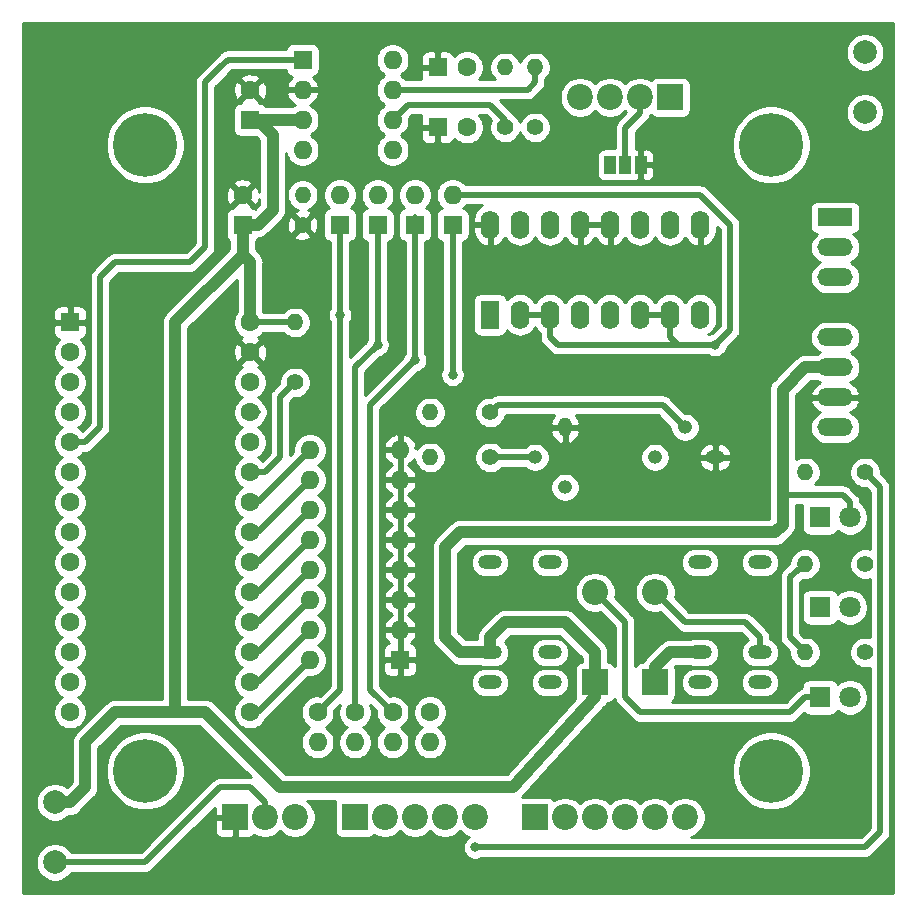
<source format=gtl>
G04 #@! TF.GenerationSoftware,KiCad,Pcbnew,5.1.5-1.fc31*
G04 #@! TF.CreationDate,2020-08-14T16:28:45+01:00*
G04 #@! TF.ProjectId,modint-v1.0,6d6f6469-6e74-42d7-9631-2e302e6b6963,1.0*
G04 #@! TF.SameCoordinates,Original*
G04 #@! TF.FileFunction,Copper,L1,Top*
G04 #@! TF.FilePolarity,Positive*
%FSLAX46Y46*%
G04 Gerber Fmt 4.6, Leading zero omitted, Abs format (unit mm)*
G04 Created by KiCad (PCBNEW 5.1.5-1.fc31) date 2020-08-14 16:28:45*
%MOMM*%
%LPD*%
G04 APERTURE LIST*
%ADD10R,2.200000X2.200000*%
%ADD11C,2.200000*%
%ADD12C,1.600000*%
%ADD13R,1.600000X1.600000*%
%ADD14R,1.000000X1.500000*%
%ADD15O,1.400000X1.400000*%
%ADD16C,1.400000*%
%ADD17C,5.400000*%
%ADD18O,1.600000X2.400000*%
%ADD19R,1.600000X2.400000*%
%ADD20C,1.800000*%
%ADD21R,1.800000X1.800000*%
%ADD22O,1.600000X1.600000*%
%ADD23O,2.000000X1.200000*%
%ADD24O,1.200000X1.200000*%
%ADD25O,1.600000X1.200000*%
%ADD26O,3.000000X1.500000*%
%ADD27R,3.000000X1.500000*%
%ADD28O,2.200000X2.200000*%
%ADD29O,1.200000X1.600000*%
%ADD30C,2.000000*%
%ADD31C,0.800000*%
%ADD32C,0.500000*%
%ADD33C,1.000000*%
%ADD34C,0.254000*%
G04 APERTURE END LIST*
D10*
X154610000Y-154940000D03*
D11*
X157150000Y-154940000D03*
X159690000Y-154940000D03*
D12*
X174255000Y-91440000D03*
D13*
X171755000Y-91440000D03*
D14*
X186360000Y-99695000D03*
X187660000Y-99695000D03*
X188960000Y-99695000D03*
D15*
X160325000Y-102235000D03*
D16*
X160325000Y-104775000D03*
D12*
X155245000Y-102275000D03*
D13*
X155245000Y-104775000D03*
D12*
X155880000Y-93385000D03*
D13*
X155880000Y-95885000D03*
D12*
X174255000Y-96520000D03*
D13*
X171755000Y-96520000D03*
D15*
X159690000Y-113030000D03*
D16*
X159690000Y-118110000D03*
D17*
X200000000Y-151000000D03*
X147000000Y-151000000D03*
X147000000Y-98000000D03*
X200000000Y-98000000D03*
D18*
X176200000Y-104775000D03*
X193980000Y-112395000D03*
X178740000Y-104775000D03*
X191440000Y-112395000D03*
X181280000Y-104775000D03*
X188900000Y-112395000D03*
X183820000Y-104775000D03*
X186360000Y-112395000D03*
X186360000Y-104775000D03*
X183820000Y-112395000D03*
X188900000Y-104775000D03*
X181280000Y-112395000D03*
X191440000Y-104775000D03*
X178740000Y-112395000D03*
X193980000Y-104775000D03*
D19*
X176200000Y-112395000D03*
D20*
X206680000Y-129540000D03*
D21*
X204140000Y-129540000D03*
D22*
X160960000Y-141605000D03*
X168580000Y-123825000D03*
X160960000Y-139065000D03*
X168580000Y-126365000D03*
X160960000Y-136525000D03*
X168580000Y-128905000D03*
X160960000Y-133985000D03*
X168580000Y-131445000D03*
X160960000Y-131445000D03*
X168580000Y-133985000D03*
X160960000Y-128905000D03*
X168580000Y-136525000D03*
X160960000Y-126365000D03*
X168580000Y-139065000D03*
X160960000Y-123825000D03*
D13*
X168580000Y-141605000D03*
D11*
X183820000Y-93980000D03*
X186360000Y-93980000D03*
X188900000Y-93980000D03*
D10*
X191440000Y-93980000D03*
D23*
X199060000Y-133350000D03*
X193980000Y-133350000D03*
X199060000Y-140970000D03*
X193980000Y-140970000D03*
X199060000Y-143510000D03*
X193980000Y-143510000D03*
X181280000Y-133350000D03*
X176200000Y-133350000D03*
X181280000Y-140970000D03*
X176200000Y-140970000D03*
X181280000Y-143510000D03*
X176200000Y-143510000D03*
D22*
X167945000Y-148590000D03*
D12*
X167945000Y-146050000D03*
D22*
X173025000Y-102235000D03*
D13*
X173025000Y-104775000D03*
D22*
X169850000Y-102235000D03*
D13*
X169850000Y-104775000D03*
D22*
X166675000Y-102235000D03*
D13*
X166675000Y-104775000D03*
D22*
X163500000Y-102235000D03*
D13*
X163500000Y-104775000D03*
D24*
X190170000Y-124460000D03*
X192710000Y-121920000D03*
D25*
X195250000Y-124460000D03*
D22*
X171120000Y-148590000D03*
D12*
X171120000Y-146050000D03*
D22*
X164770000Y-148590000D03*
D12*
X164770000Y-146050000D03*
D22*
X161595000Y-148590000D03*
D12*
X161595000Y-146050000D03*
D26*
X205410000Y-121920000D03*
X205410000Y-119380000D03*
X205410000Y-109220000D03*
X205410000Y-116840000D03*
X205410000Y-114300000D03*
X205410000Y-106680000D03*
D27*
X205410000Y-104140000D03*
D13*
X140640000Y-113030000D03*
D12*
X140640000Y-115570000D03*
X140640000Y-118110000D03*
X140640000Y-120650000D03*
X140640000Y-123190000D03*
X140640000Y-125730000D03*
X140640000Y-128270000D03*
X140640000Y-130810000D03*
X140640000Y-133350000D03*
X140640000Y-135890000D03*
X140640000Y-138430000D03*
X140640000Y-140970000D03*
X140640000Y-143510000D03*
X155880000Y-113030000D03*
X155880000Y-115570000D03*
X155880000Y-118110000D03*
X155880000Y-120650000D03*
X155880000Y-123190000D03*
X155880000Y-125730000D03*
X155880000Y-128270000D03*
X155880000Y-130810000D03*
X155880000Y-133350000D03*
X155880000Y-135890000D03*
X155880000Y-138430000D03*
X155880000Y-140970000D03*
X155880000Y-143510000D03*
X140640000Y-146050000D03*
X155880000Y-146050000D03*
D11*
X174930000Y-154940000D03*
X172390000Y-154940000D03*
X169850000Y-154940000D03*
X167310000Y-154940000D03*
D10*
X164770000Y-154940000D03*
D28*
X190170000Y-135890000D03*
D10*
X190170000Y-143510000D03*
D28*
X185090000Y-135890000D03*
D10*
X185090000Y-143510000D03*
D11*
X192710000Y-154940000D03*
X190170000Y-154940000D03*
X187630000Y-154940000D03*
X185090000Y-154940000D03*
X182550000Y-154940000D03*
D10*
X180010000Y-154940000D03*
D24*
X182550000Y-127000000D03*
X180010000Y-124460000D03*
D29*
X182550000Y-121920000D03*
D30*
X207940000Y-95250000D03*
X207950000Y-90170000D03*
D15*
X202870000Y-125730000D03*
D16*
X207950000Y-125730000D03*
D22*
X167945000Y-90805000D03*
X160325000Y-98425000D03*
X167945000Y-93345000D03*
X160325000Y-95885000D03*
X167945000Y-95885000D03*
X160325000Y-93345000D03*
X167945000Y-98425000D03*
D13*
X160325000Y-90805000D03*
D20*
X206680000Y-144780000D03*
D21*
X204140000Y-144780000D03*
D20*
X206680000Y-137160000D03*
D21*
X204140000Y-137160000D03*
D15*
X202870000Y-140970000D03*
D16*
X207950000Y-140970000D03*
D15*
X202870000Y-133500000D03*
D16*
X207950000Y-133500000D03*
D15*
X171120000Y-120650000D03*
D16*
X176200000Y-120650000D03*
D15*
X171120000Y-124460000D03*
D16*
X176200000Y-124460000D03*
D30*
X139360000Y-158750000D03*
X139370000Y-153670000D03*
D15*
X180010000Y-91440000D03*
D16*
X180010000Y-96520000D03*
D15*
X177470000Y-91440000D03*
D16*
X177470000Y-96520000D03*
D31*
X163500000Y-112395000D03*
X169850000Y-116205000D03*
X195250000Y-114935000D03*
X166675000Y-114935000D03*
X173025000Y-117475000D03*
X174930000Y-157480000D03*
D32*
X163500000Y-144145000D02*
X161595000Y-146050000D01*
X163500000Y-113030000D02*
X163500000Y-144145000D01*
X163500000Y-113030000D02*
X163500000Y-112395000D01*
X163500000Y-112395000D02*
X163500000Y-104775000D01*
X169850000Y-116205000D02*
X169850000Y-104140000D01*
X166040000Y-120015000D02*
X169850000Y-116205000D01*
X167945000Y-146050000D02*
X166040000Y-144145000D01*
X166040000Y-144145000D02*
X166040000Y-120015000D01*
X158420000Y-119380000D02*
X159690000Y-118110000D01*
X158420000Y-124460000D02*
X158420000Y-119380000D01*
X155880000Y-125730000D02*
X157150000Y-125730000D01*
X157150000Y-125730000D02*
X158420000Y-124460000D01*
X176200000Y-94615000D02*
X177470000Y-95885000D01*
X177470000Y-95885000D02*
X177470000Y-96520000D01*
X167945000Y-95885000D02*
X169215000Y-94615000D01*
X169215000Y-94615000D02*
X176200000Y-94615000D01*
X156515000Y-140970000D02*
X160960000Y-136525000D01*
X155880000Y-140970000D02*
X156515000Y-140970000D01*
X156515000Y-138430000D02*
X160960000Y-133985000D01*
X155880000Y-138430000D02*
X156515000Y-138430000D01*
X156515000Y-135890000D02*
X160960000Y-131445000D01*
X155880000Y-135890000D02*
X156515000Y-135890000D01*
X156515000Y-133350000D02*
X160960000Y-128905000D01*
X155880000Y-133350000D02*
X156515000Y-133350000D01*
X192075000Y-114935000D02*
X191440000Y-114300000D01*
X191440000Y-114300000D02*
X191440000Y-112395000D01*
X191440000Y-112395000D02*
X188900000Y-112395000D01*
X181280000Y-114300000D02*
X181280000Y-112395000D01*
X192075000Y-114935000D02*
X181915000Y-114935000D01*
X181915000Y-114935000D02*
X181280000Y-114300000D01*
X181280000Y-112395000D02*
X178740000Y-112395000D01*
X195250000Y-114935000D02*
X192075000Y-114935000D01*
X173025000Y-102235000D02*
X193980000Y-102235000D01*
X196520000Y-113665000D02*
X195250000Y-114935000D01*
X196520000Y-104775000D02*
X196520000Y-113665000D01*
X193980000Y-102235000D02*
X196520000Y-104775000D01*
X146990000Y-158750000D02*
X139360000Y-158750000D01*
X157150000Y-154940000D02*
X157150000Y-153670000D01*
X153340000Y-152400000D02*
X146990000Y-158750000D01*
X155880000Y-152400000D02*
X153340000Y-152400000D01*
X157150000Y-153670000D02*
X155880000Y-152400000D01*
X166675000Y-114935000D02*
X166675000Y-104775000D01*
X164770000Y-116840000D02*
X166675000Y-114935000D01*
X164770000Y-146050000D02*
X164770000Y-116840000D01*
X178740000Y-124460000D02*
X180010000Y-124460000D01*
X176200000Y-124460000D02*
X178740000Y-124460000D01*
X190805000Y-120015000D02*
X192710000Y-121920000D01*
X176200000Y-120650000D02*
X176835000Y-120015000D01*
X176835000Y-120015000D02*
X190805000Y-120015000D01*
X155880000Y-120650000D02*
X156515000Y-120650000D01*
X167945000Y-93345000D02*
X179375000Y-93345000D01*
X180010000Y-92710000D02*
X180010000Y-91440000D01*
X179375000Y-93345000D02*
X180010000Y-92710000D01*
X187660000Y-99695000D02*
X187660000Y-96550000D01*
X187660000Y-96550000D02*
X188900000Y-95310000D01*
X188900000Y-95310000D02*
X188900000Y-93980000D01*
X141910000Y-123190000D02*
X140640000Y-123190000D01*
X143180000Y-109220000D02*
X143180000Y-121920000D01*
X144450000Y-107950000D02*
X143180000Y-109220000D01*
X143180000Y-121920000D02*
X141910000Y-123190000D01*
X150800000Y-107950000D02*
X144450000Y-107950000D01*
X153340000Y-91440000D02*
X152070000Y-92710000D01*
X152070000Y-92710000D02*
X152070000Y-106680000D01*
X152070000Y-106680000D02*
X150800000Y-107950000D01*
X153975000Y-90805000D02*
X153340000Y-91440000D01*
X160325000Y-90805000D02*
X153975000Y-90805000D01*
X173025000Y-117475000D02*
X173025000Y-104775000D01*
X192710000Y-138430000D02*
X190170000Y-135890000D01*
X199060000Y-140970000D02*
X199060000Y-139700000D01*
X197790000Y-138430000D02*
X192710000Y-138430000D01*
X199060000Y-139700000D02*
X197790000Y-138430000D01*
X187630000Y-138430000D02*
X185090000Y-135890000D01*
X187630000Y-144780000D02*
X187630000Y-138430000D01*
X188900000Y-146050000D02*
X187630000Y-144780000D01*
X188900000Y-146050000D02*
X201600000Y-146050000D01*
X201600000Y-146050000D02*
X202870000Y-144780000D01*
X204140000Y-144780000D02*
X202870000Y-144780000D01*
X156515000Y-130810000D02*
X160960000Y-126365000D01*
X155880000Y-130810000D02*
X156515000Y-130810000D01*
X156515000Y-128270000D02*
X160960000Y-123825000D01*
X155880000Y-128270000D02*
X156515000Y-128270000D01*
X156515000Y-146050000D02*
X160960000Y-141605000D01*
X155880000Y-146050000D02*
X156515000Y-146050000D01*
X156515000Y-143510000D02*
X160960000Y-139065000D01*
X155880000Y-143510000D02*
X156515000Y-143510000D01*
X207950000Y-157480000D02*
X209220000Y-156210000D01*
X174930000Y-157480000D02*
X207950000Y-157480000D01*
X209220000Y-156210000D02*
X209220000Y-127000000D01*
X209220000Y-127000000D02*
X207950000Y-125730000D01*
D33*
X176200000Y-140970000D02*
X176200000Y-139700000D01*
X176200000Y-139700000D02*
X177470000Y-138430000D01*
X177470000Y-138430000D02*
X182550000Y-138430000D01*
X182550000Y-138430000D02*
X185090000Y-140970000D01*
X185090000Y-140970000D02*
X185090000Y-143510000D01*
X190170000Y-143510000D02*
X190170000Y-142240000D01*
X190170000Y-142240000D02*
X191440000Y-140970000D01*
X191440000Y-140970000D02*
X193980000Y-140970000D01*
X149530000Y-146050000D02*
X149530000Y-118110000D01*
X173660000Y-140970000D02*
X176200000Y-140970000D01*
X172390000Y-139700000D02*
X173660000Y-140970000D01*
X173660000Y-130810000D02*
X172390000Y-132080000D01*
X200965000Y-130175000D02*
X200330000Y-130810000D01*
X200965000Y-127635000D02*
X200965000Y-130175000D01*
X200330000Y-130810000D02*
X173660000Y-130810000D01*
X172390000Y-132080000D02*
X172390000Y-139700000D01*
D32*
X206045000Y-127635000D02*
X200965000Y-127635000D01*
X206680000Y-129540000D02*
X206680000Y-128270000D01*
X206680000Y-128270000D02*
X206045000Y-127635000D01*
X201600000Y-134620000D02*
X202870000Y-133500000D01*
X202870000Y-140970000D02*
X201600000Y-139700000D01*
X201600000Y-139700000D02*
X201600000Y-134620000D01*
D33*
X185090000Y-144780000D02*
X185090000Y-143510000D01*
X178105000Y-152400000D02*
X185090000Y-144780000D01*
X158420000Y-152400000D02*
X178105000Y-152400000D01*
X141910000Y-148590000D02*
X144450000Y-146050000D01*
X144450000Y-146050000D02*
X152070000Y-146050000D01*
X139370000Y-153670000D02*
X140640000Y-153670000D01*
X141910000Y-152400000D02*
X141910000Y-148590000D01*
X140640000Y-153670000D02*
X141910000Y-152400000D01*
X152070000Y-146050000D02*
X158420000Y-152400000D01*
X157785000Y-98425000D02*
X157785000Y-103505000D01*
X157785000Y-97155000D02*
X157785000Y-98425000D01*
X156515000Y-95885000D02*
X157785000Y-97155000D01*
X155880000Y-95885000D02*
X156515000Y-95885000D01*
X160325000Y-95885000D02*
X155880000Y-95885000D01*
X155245000Y-107315000D02*
X149530000Y-113030000D01*
X155245000Y-104775000D02*
X155245000Y-107315000D01*
X149530000Y-118110000D02*
X149530000Y-113030000D01*
X155880000Y-107950000D02*
X155245000Y-107315000D01*
X155880000Y-113030000D02*
X155880000Y-107950000D01*
X155245000Y-104775000D02*
X156515000Y-104775000D01*
X156515000Y-104775000D02*
X157785000Y-103505000D01*
D32*
X159690000Y-113030000D02*
X155880000Y-113030000D01*
D33*
X202870000Y-116840000D02*
X200965000Y-118745000D01*
X200965000Y-118745000D02*
X200965000Y-127635000D01*
X205410000Y-116840000D02*
X202870000Y-116840000D01*
D34*
G36*
X210315001Y-161315000D02*
G01*
X136685000Y-161315000D01*
X136685000Y-158588967D01*
X137725000Y-158588967D01*
X137725000Y-158911033D01*
X137787832Y-159226912D01*
X137911082Y-159524463D01*
X138090013Y-159792252D01*
X138317748Y-160019987D01*
X138585537Y-160198918D01*
X138883088Y-160322168D01*
X139198967Y-160385000D01*
X139521033Y-160385000D01*
X139836912Y-160322168D01*
X140134463Y-160198918D01*
X140402252Y-160019987D01*
X140629987Y-159792252D01*
X140735059Y-159635000D01*
X146946531Y-159635000D01*
X146990000Y-159639281D01*
X147033469Y-159635000D01*
X147033477Y-159635000D01*
X147163490Y-159622195D01*
X147330313Y-159571589D01*
X147484059Y-159489411D01*
X147618817Y-159378817D01*
X147646534Y-159345044D01*
X150951578Y-156040000D01*
X152871928Y-156040000D01*
X152884188Y-156164482D01*
X152920498Y-156284180D01*
X152979463Y-156394494D01*
X153058815Y-156491185D01*
X153155506Y-156570537D01*
X153265820Y-156629502D01*
X153385518Y-156665812D01*
X153510000Y-156678072D01*
X154324250Y-156675000D01*
X154483000Y-156516250D01*
X154483000Y-155067000D01*
X153033750Y-155067000D01*
X152875000Y-155225750D01*
X152871928Y-156040000D01*
X150951578Y-156040000D01*
X152872979Y-154118600D01*
X152875000Y-154654250D01*
X153033750Y-154813000D01*
X154483000Y-154813000D01*
X154483000Y-154793000D01*
X154737000Y-154793000D01*
X154737000Y-154813000D01*
X154757000Y-154813000D01*
X154757000Y-155067000D01*
X154737000Y-155067000D01*
X154737000Y-156516250D01*
X154895750Y-156675000D01*
X155710000Y-156678072D01*
X155834482Y-156665812D01*
X155954180Y-156629502D01*
X156064494Y-156570537D01*
X156161185Y-156491185D01*
X156227557Y-156410310D01*
X156328169Y-156477537D01*
X156643919Y-156608325D01*
X156979117Y-156675000D01*
X157320883Y-156675000D01*
X157656081Y-156608325D01*
X157971831Y-156477537D01*
X158255998Y-156287663D01*
X158420000Y-156123661D01*
X158584002Y-156287663D01*
X158868169Y-156477537D01*
X159183919Y-156608325D01*
X159519117Y-156675000D01*
X159860883Y-156675000D01*
X160196081Y-156608325D01*
X160511831Y-156477537D01*
X160795998Y-156287663D01*
X161037663Y-156045998D01*
X161227537Y-155761831D01*
X161358325Y-155446081D01*
X161425000Y-155110883D01*
X161425000Y-154769117D01*
X161358325Y-154433919D01*
X161227537Y-154118169D01*
X161037663Y-153834002D01*
X160795998Y-153592337D01*
X160710187Y-153535000D01*
X163113007Y-153535000D01*
X163080498Y-153595820D01*
X163044188Y-153715518D01*
X163031928Y-153840000D01*
X163031928Y-156040000D01*
X163044188Y-156164482D01*
X163080498Y-156284180D01*
X163139463Y-156394494D01*
X163218815Y-156491185D01*
X163315506Y-156570537D01*
X163425820Y-156629502D01*
X163545518Y-156665812D01*
X163670000Y-156678072D01*
X165870000Y-156678072D01*
X165994482Y-156665812D01*
X166114180Y-156629502D01*
X166224494Y-156570537D01*
X166321185Y-156491185D01*
X166387557Y-156410310D01*
X166488169Y-156477537D01*
X166803919Y-156608325D01*
X167139117Y-156675000D01*
X167480883Y-156675000D01*
X167816081Y-156608325D01*
X168131831Y-156477537D01*
X168415998Y-156287663D01*
X168580000Y-156123661D01*
X168744002Y-156287663D01*
X169028169Y-156477537D01*
X169343919Y-156608325D01*
X169679117Y-156675000D01*
X170020883Y-156675000D01*
X170356081Y-156608325D01*
X170671831Y-156477537D01*
X170955998Y-156287663D01*
X171120000Y-156123661D01*
X171284002Y-156287663D01*
X171568169Y-156477537D01*
X171883919Y-156608325D01*
X172219117Y-156675000D01*
X172560883Y-156675000D01*
X172896081Y-156608325D01*
X173211831Y-156477537D01*
X173495998Y-156287663D01*
X173660000Y-156123661D01*
X173824002Y-156287663D01*
X174108169Y-156477537D01*
X174391624Y-156594948D01*
X174270226Y-156676063D01*
X174126063Y-156820226D01*
X174012795Y-156989744D01*
X173934774Y-157178102D01*
X173895000Y-157378061D01*
X173895000Y-157581939D01*
X173934774Y-157781898D01*
X174012795Y-157970256D01*
X174126063Y-158139774D01*
X174270226Y-158283937D01*
X174439744Y-158397205D01*
X174628102Y-158475226D01*
X174828061Y-158515000D01*
X175031939Y-158515000D01*
X175231898Y-158475226D01*
X175420256Y-158397205D01*
X175468454Y-158365000D01*
X207906531Y-158365000D01*
X207950000Y-158369281D01*
X207993469Y-158365000D01*
X207993477Y-158365000D01*
X208123490Y-158352195D01*
X208290313Y-158301589D01*
X208444059Y-158219411D01*
X208578817Y-158108817D01*
X208606534Y-158075044D01*
X209815050Y-156866529D01*
X209848817Y-156838817D01*
X209959411Y-156704059D01*
X210041589Y-156550313D01*
X210092195Y-156383490D01*
X210105000Y-156253477D01*
X210105000Y-156253467D01*
X210109281Y-156210001D01*
X210105000Y-156166535D01*
X210105000Y-127043465D01*
X210109281Y-126999999D01*
X210105000Y-126956533D01*
X210105000Y-126956523D01*
X210092195Y-126826510D01*
X210041589Y-126659687D01*
X209959411Y-126505941D01*
X209848817Y-126371183D01*
X209815049Y-126343470D01*
X209285000Y-125813421D01*
X209285000Y-125598514D01*
X209233696Y-125340595D01*
X209133061Y-125097641D01*
X208986962Y-124878987D01*
X208801013Y-124693038D01*
X208582359Y-124546939D01*
X208339405Y-124446304D01*
X208081486Y-124395000D01*
X207818514Y-124395000D01*
X207560595Y-124446304D01*
X207317641Y-124546939D01*
X207098987Y-124693038D01*
X206913038Y-124878987D01*
X206766939Y-125097641D01*
X206666304Y-125340595D01*
X206615000Y-125598514D01*
X206615000Y-125861486D01*
X206666304Y-126119405D01*
X206766939Y-126362359D01*
X206913038Y-126581013D01*
X207098987Y-126766962D01*
X207317641Y-126913061D01*
X207560595Y-127013696D01*
X207818514Y-127065000D01*
X208033421Y-127065000D01*
X208335001Y-127366580D01*
X208335001Y-132215428D01*
X208081486Y-132165000D01*
X207818514Y-132165000D01*
X207560595Y-132216304D01*
X207317641Y-132316939D01*
X207098987Y-132463038D01*
X206913038Y-132648987D01*
X206766939Y-132867641D01*
X206666304Y-133110595D01*
X206615000Y-133368514D01*
X206615000Y-133631486D01*
X206666304Y-133889405D01*
X206766939Y-134132359D01*
X206913038Y-134351013D01*
X207098987Y-134536962D01*
X207317641Y-134683061D01*
X207560595Y-134783696D01*
X207818514Y-134835000D01*
X208081486Y-134835000D01*
X208335001Y-134784572D01*
X208335001Y-139685428D01*
X208081486Y-139635000D01*
X207818514Y-139635000D01*
X207560595Y-139686304D01*
X207317641Y-139786939D01*
X207098987Y-139933038D01*
X206913038Y-140118987D01*
X206766939Y-140337641D01*
X206666304Y-140580595D01*
X206615000Y-140838514D01*
X206615000Y-141101486D01*
X206666304Y-141359405D01*
X206766939Y-141602359D01*
X206913038Y-141821013D01*
X207098987Y-142006962D01*
X207317641Y-142153061D01*
X207560595Y-142253696D01*
X207818514Y-142305000D01*
X208081486Y-142305000D01*
X208335000Y-142254572D01*
X208335000Y-155843421D01*
X207583422Y-156595000D01*
X193248250Y-156595000D01*
X193531831Y-156477537D01*
X193815998Y-156287663D01*
X194057663Y-156045998D01*
X194247537Y-155761831D01*
X194378325Y-155446081D01*
X194445000Y-155110883D01*
X194445000Y-154769117D01*
X194378325Y-154433919D01*
X194247537Y-154118169D01*
X194057663Y-153834002D01*
X193815998Y-153592337D01*
X193531831Y-153402463D01*
X193216081Y-153271675D01*
X192880883Y-153205000D01*
X192539117Y-153205000D01*
X192203919Y-153271675D01*
X191888169Y-153402463D01*
X191604002Y-153592337D01*
X191440000Y-153756339D01*
X191275998Y-153592337D01*
X190991831Y-153402463D01*
X190676081Y-153271675D01*
X190340883Y-153205000D01*
X189999117Y-153205000D01*
X189663919Y-153271675D01*
X189348169Y-153402463D01*
X189064002Y-153592337D01*
X188900000Y-153756339D01*
X188735998Y-153592337D01*
X188451831Y-153402463D01*
X188136081Y-153271675D01*
X187800883Y-153205000D01*
X187459117Y-153205000D01*
X187123919Y-153271675D01*
X186808169Y-153402463D01*
X186524002Y-153592337D01*
X186360000Y-153756339D01*
X186195998Y-153592337D01*
X185911831Y-153402463D01*
X185596081Y-153271675D01*
X185260883Y-153205000D01*
X184919117Y-153205000D01*
X184583919Y-153271675D01*
X184268169Y-153402463D01*
X183984002Y-153592337D01*
X183820000Y-153756339D01*
X183655998Y-153592337D01*
X183371831Y-153402463D01*
X183056081Y-153271675D01*
X182720883Y-153205000D01*
X182379117Y-153205000D01*
X182043919Y-153271675D01*
X181728169Y-153402463D01*
X181627557Y-153469690D01*
X181561185Y-153388815D01*
X181464494Y-153309463D01*
X181354180Y-153250498D01*
X181234482Y-153214188D01*
X181110000Y-153201928D01*
X178915159Y-153201928D01*
X178962664Y-153144044D01*
X181229134Y-150671531D01*
X196665000Y-150671531D01*
X196665000Y-151328469D01*
X196793162Y-151972784D01*
X197044561Y-152579715D01*
X197409536Y-153125939D01*
X197874061Y-153590464D01*
X198420285Y-153955439D01*
X199027216Y-154206838D01*
X199671531Y-154335000D01*
X200328469Y-154335000D01*
X200972784Y-154206838D01*
X201579715Y-153955439D01*
X202125939Y-153590464D01*
X202590464Y-153125939D01*
X202955439Y-152579715D01*
X203206838Y-151972784D01*
X203335000Y-151328469D01*
X203335000Y-150671531D01*
X203206838Y-150027216D01*
X202955439Y-149420285D01*
X202590464Y-148874061D01*
X202125939Y-148409536D01*
X201579715Y-148044561D01*
X200972784Y-147793162D01*
X200328469Y-147665000D01*
X199671531Y-147665000D01*
X199027216Y-147793162D01*
X198420285Y-148044561D01*
X197874061Y-148409536D01*
X197409536Y-148874061D01*
X197044561Y-149420285D01*
X196793162Y-150027216D01*
X196665000Y-150671531D01*
X181229134Y-150671531D01*
X185872270Y-145606292D01*
X185896449Y-145586449D01*
X185947659Y-145524050D01*
X185964342Y-145505850D01*
X185983003Y-145480983D01*
X186038284Y-145413623D01*
X186049998Y-145391708D01*
X186064911Y-145371835D01*
X186102604Y-145293287D01*
X186126772Y-145248072D01*
X186190000Y-145248072D01*
X186314482Y-145235812D01*
X186434180Y-145199502D01*
X186544494Y-145140537D01*
X186641185Y-145061185D01*
X186720537Y-144964494D01*
X186752922Y-144903907D01*
X186753474Y-144909510D01*
X186757805Y-144953490D01*
X186761143Y-144964494D01*
X186808411Y-145120312D01*
X186890589Y-145274058D01*
X187001183Y-145408817D01*
X187034956Y-145436534D01*
X188243470Y-146645049D01*
X188271183Y-146678817D01*
X188304951Y-146706530D01*
X188304953Y-146706532D01*
X188333216Y-146729727D01*
X188405941Y-146789411D01*
X188559687Y-146871589D01*
X188726510Y-146922195D01*
X188856523Y-146935000D01*
X188856533Y-146935000D01*
X188899999Y-146939281D01*
X188943465Y-146935000D01*
X201556531Y-146935000D01*
X201600000Y-146939281D01*
X201643469Y-146935000D01*
X201643477Y-146935000D01*
X201773490Y-146922195D01*
X201940313Y-146871589D01*
X202094059Y-146789411D01*
X202228817Y-146678817D01*
X202256534Y-146645044D01*
X202780511Y-146121067D01*
X202788815Y-146131185D01*
X202885506Y-146210537D01*
X202995820Y-146269502D01*
X203115518Y-146305812D01*
X203240000Y-146318072D01*
X205040000Y-146318072D01*
X205164482Y-146305812D01*
X205284180Y-146269502D01*
X205394494Y-146210537D01*
X205491185Y-146131185D01*
X205570537Y-146034494D01*
X205629502Y-145924180D01*
X205635056Y-145905873D01*
X205701495Y-145972312D01*
X205952905Y-146140299D01*
X206232257Y-146256011D01*
X206528816Y-146315000D01*
X206831184Y-146315000D01*
X207127743Y-146256011D01*
X207407095Y-146140299D01*
X207658505Y-145972312D01*
X207872312Y-145758505D01*
X208040299Y-145507095D01*
X208156011Y-145227743D01*
X208215000Y-144931184D01*
X208215000Y-144628816D01*
X208156011Y-144332257D01*
X208040299Y-144052905D01*
X207872312Y-143801495D01*
X207658505Y-143587688D01*
X207407095Y-143419701D01*
X207127743Y-143303989D01*
X206831184Y-143245000D01*
X206528816Y-143245000D01*
X206232257Y-143303989D01*
X205952905Y-143419701D01*
X205701495Y-143587688D01*
X205635056Y-143654127D01*
X205629502Y-143635820D01*
X205570537Y-143525506D01*
X205491185Y-143428815D01*
X205394494Y-143349463D01*
X205284180Y-143290498D01*
X205164482Y-143254188D01*
X205040000Y-143241928D01*
X203240000Y-143241928D01*
X203115518Y-143254188D01*
X202995820Y-143290498D01*
X202885506Y-143349463D01*
X202788815Y-143428815D01*
X202709463Y-143525506D01*
X202650498Y-143635820D01*
X202614188Y-143755518D01*
X202601928Y-143880000D01*
X202601928Y-143936497D01*
X202529687Y-143958411D01*
X202375941Y-144040589D01*
X202375939Y-144040590D01*
X202375940Y-144040590D01*
X202274953Y-144123468D01*
X202274951Y-144123470D01*
X202241183Y-144151183D01*
X202213470Y-144184951D01*
X201233422Y-145165000D01*
X191578728Y-145165000D01*
X191624494Y-145140537D01*
X191721185Y-145061185D01*
X191800537Y-144964494D01*
X191859502Y-144854180D01*
X191895812Y-144734482D01*
X191908072Y-144610000D01*
X191908072Y-143510000D01*
X192339025Y-143510000D01*
X192362870Y-143752102D01*
X192433489Y-143984901D01*
X192548167Y-144199449D01*
X192702498Y-144387502D01*
X192890551Y-144541833D01*
X193105099Y-144656511D01*
X193337898Y-144727130D01*
X193519335Y-144745000D01*
X194440665Y-144745000D01*
X194622102Y-144727130D01*
X194854901Y-144656511D01*
X195069449Y-144541833D01*
X195257502Y-144387502D01*
X195411833Y-144199449D01*
X195526511Y-143984901D01*
X195597130Y-143752102D01*
X195620975Y-143510000D01*
X197419025Y-143510000D01*
X197442870Y-143752102D01*
X197513489Y-143984901D01*
X197628167Y-144199449D01*
X197782498Y-144387502D01*
X197970551Y-144541833D01*
X198185099Y-144656511D01*
X198417898Y-144727130D01*
X198599335Y-144745000D01*
X199520665Y-144745000D01*
X199702102Y-144727130D01*
X199934901Y-144656511D01*
X200149449Y-144541833D01*
X200337502Y-144387502D01*
X200491833Y-144199449D01*
X200606511Y-143984901D01*
X200677130Y-143752102D01*
X200700975Y-143510000D01*
X200677130Y-143267898D01*
X200606511Y-143035099D01*
X200491833Y-142820551D01*
X200337502Y-142632498D01*
X200149449Y-142478167D01*
X199934901Y-142363489D01*
X199702102Y-142292870D01*
X199520665Y-142275000D01*
X198599335Y-142275000D01*
X198417898Y-142292870D01*
X198185099Y-142363489D01*
X197970551Y-142478167D01*
X197782498Y-142632498D01*
X197628167Y-142820551D01*
X197513489Y-143035099D01*
X197442870Y-143267898D01*
X197419025Y-143510000D01*
X195620975Y-143510000D01*
X195597130Y-143267898D01*
X195526511Y-143035099D01*
X195411833Y-142820551D01*
X195257502Y-142632498D01*
X195069449Y-142478167D01*
X194854901Y-142363489D01*
X194622102Y-142292870D01*
X194440665Y-142275000D01*
X193519335Y-142275000D01*
X193337898Y-142292870D01*
X193105099Y-142363489D01*
X192890551Y-142478167D01*
X192702498Y-142632498D01*
X192548167Y-142820551D01*
X192433489Y-143035099D01*
X192362870Y-143267898D01*
X192339025Y-143510000D01*
X191908072Y-143510000D01*
X191908072Y-142410000D01*
X191895812Y-142285518D01*
X191859502Y-142165820D01*
X191855952Y-142159179D01*
X191910132Y-142105000D01*
X193083563Y-142105000D01*
X193105099Y-142116511D01*
X193337898Y-142187130D01*
X193519335Y-142205000D01*
X194440665Y-142205000D01*
X194622102Y-142187130D01*
X194854901Y-142116511D01*
X195069449Y-142001833D01*
X195257502Y-141847502D01*
X195411833Y-141659449D01*
X195526511Y-141444901D01*
X195597130Y-141212102D01*
X195620975Y-140970000D01*
X195597130Y-140727898D01*
X195526511Y-140495099D01*
X195411833Y-140280551D01*
X195257502Y-140092498D01*
X195069449Y-139938167D01*
X194854901Y-139823489D01*
X194622102Y-139752870D01*
X194440665Y-139735000D01*
X193519335Y-139735000D01*
X193337898Y-139752870D01*
X193105099Y-139823489D01*
X193083563Y-139835000D01*
X191495743Y-139835000D01*
X191439999Y-139829510D01*
X191384255Y-139835000D01*
X191384248Y-139835000D01*
X191238493Y-139849356D01*
X191217500Y-139851423D01*
X191172744Y-139865000D01*
X191003553Y-139916324D01*
X190806377Y-140021716D01*
X190633551Y-140163551D01*
X190598008Y-140206860D01*
X189406860Y-141398009D01*
X189363552Y-141433551D01*
X189221717Y-141606377D01*
X189133228Y-141771928D01*
X189070000Y-141771928D01*
X188945518Y-141784188D01*
X188825820Y-141820498D01*
X188715506Y-141879463D01*
X188618815Y-141958815D01*
X188539463Y-142055506D01*
X188515000Y-142101272D01*
X188515000Y-138473465D01*
X188519281Y-138429999D01*
X188515000Y-138386533D01*
X188515000Y-138386523D01*
X188502195Y-138256510D01*
X188451589Y-138089687D01*
X188369411Y-137935941D01*
X188329324Y-137887095D01*
X188286532Y-137834953D01*
X188286530Y-137834951D01*
X188258817Y-137801183D01*
X188225049Y-137773470D01*
X186773147Y-136321568D01*
X186825000Y-136060883D01*
X186825000Y-135719117D01*
X188435000Y-135719117D01*
X188435000Y-136060883D01*
X188501675Y-136396081D01*
X188632463Y-136711831D01*
X188822337Y-136995998D01*
X189064002Y-137237663D01*
X189348169Y-137427537D01*
X189663919Y-137558325D01*
X189999117Y-137625000D01*
X190340883Y-137625000D01*
X190601568Y-137573147D01*
X192053470Y-139025049D01*
X192081183Y-139058817D01*
X192114951Y-139086530D01*
X192114953Y-139086532D01*
X192137399Y-139104953D01*
X192215941Y-139169411D01*
X192369687Y-139251589D01*
X192536510Y-139302195D01*
X192666523Y-139315000D01*
X192666533Y-139315000D01*
X192709999Y-139319281D01*
X192753465Y-139315000D01*
X197423422Y-139315000D01*
X198020103Y-139911681D01*
X197970551Y-139938167D01*
X197782498Y-140092498D01*
X197628167Y-140280551D01*
X197513489Y-140495099D01*
X197442870Y-140727898D01*
X197419025Y-140970000D01*
X197442870Y-141212102D01*
X197513489Y-141444901D01*
X197628167Y-141659449D01*
X197782498Y-141847502D01*
X197970551Y-142001833D01*
X198185099Y-142116511D01*
X198417898Y-142187130D01*
X198599335Y-142205000D01*
X199520665Y-142205000D01*
X199702102Y-142187130D01*
X199934901Y-142116511D01*
X200149449Y-142001833D01*
X200337502Y-141847502D01*
X200491833Y-141659449D01*
X200606511Y-141444901D01*
X200677130Y-141212102D01*
X200700975Y-140970000D01*
X200677130Y-140727898D01*
X200606511Y-140495099D01*
X200491833Y-140280551D01*
X200337502Y-140092498D01*
X200149449Y-139938167D01*
X199945000Y-139828887D01*
X199945000Y-139743465D01*
X199949280Y-139700000D01*
X200710719Y-139700000D01*
X200715000Y-139743469D01*
X200715000Y-139743476D01*
X200727805Y-139873489D01*
X200778411Y-140040312D01*
X200860589Y-140194058D01*
X200971183Y-140328817D01*
X201004954Y-140356532D01*
X201535000Y-140886578D01*
X201535000Y-141101486D01*
X201586304Y-141359405D01*
X201686939Y-141602359D01*
X201833038Y-141821013D01*
X202018987Y-142006962D01*
X202237641Y-142153061D01*
X202480595Y-142253696D01*
X202738514Y-142305000D01*
X203001486Y-142305000D01*
X203259405Y-142253696D01*
X203502359Y-142153061D01*
X203721013Y-142006962D01*
X203906962Y-141821013D01*
X204053061Y-141602359D01*
X204153696Y-141359405D01*
X204205000Y-141101486D01*
X204205000Y-140838514D01*
X204153696Y-140580595D01*
X204053061Y-140337641D01*
X203906962Y-140118987D01*
X203721013Y-139933038D01*
X203502359Y-139786939D01*
X203259405Y-139686304D01*
X203001486Y-139635000D01*
X202786578Y-139635000D01*
X202485000Y-139333422D01*
X202485000Y-136260000D01*
X202601928Y-136260000D01*
X202601928Y-138060000D01*
X202614188Y-138184482D01*
X202650498Y-138304180D01*
X202709463Y-138414494D01*
X202788815Y-138511185D01*
X202885506Y-138590537D01*
X202995820Y-138649502D01*
X203115518Y-138685812D01*
X203240000Y-138698072D01*
X205040000Y-138698072D01*
X205164482Y-138685812D01*
X205284180Y-138649502D01*
X205394494Y-138590537D01*
X205491185Y-138511185D01*
X205570537Y-138414494D01*
X205629502Y-138304180D01*
X205635056Y-138285873D01*
X205701495Y-138352312D01*
X205952905Y-138520299D01*
X206232257Y-138636011D01*
X206528816Y-138695000D01*
X206831184Y-138695000D01*
X207127743Y-138636011D01*
X207407095Y-138520299D01*
X207658505Y-138352312D01*
X207872312Y-138138505D01*
X208040299Y-137887095D01*
X208156011Y-137607743D01*
X208215000Y-137311184D01*
X208215000Y-137008816D01*
X208156011Y-136712257D01*
X208040299Y-136432905D01*
X207872312Y-136181495D01*
X207658505Y-135967688D01*
X207407095Y-135799701D01*
X207127743Y-135683989D01*
X206831184Y-135625000D01*
X206528816Y-135625000D01*
X206232257Y-135683989D01*
X205952905Y-135799701D01*
X205701495Y-135967688D01*
X205635056Y-136034127D01*
X205629502Y-136015820D01*
X205570537Y-135905506D01*
X205491185Y-135808815D01*
X205394494Y-135729463D01*
X205284180Y-135670498D01*
X205164482Y-135634188D01*
X205040000Y-135621928D01*
X203240000Y-135621928D01*
X203115518Y-135634188D01*
X202995820Y-135670498D01*
X202885506Y-135729463D01*
X202788815Y-135808815D01*
X202709463Y-135905506D01*
X202650498Y-136015820D01*
X202614188Y-136135518D01*
X202601928Y-136260000D01*
X202485000Y-136260000D01*
X202485000Y-135019511D01*
X202702374Y-134827811D01*
X202738514Y-134835000D01*
X203001486Y-134835000D01*
X203259405Y-134783696D01*
X203502359Y-134683061D01*
X203721013Y-134536962D01*
X203906962Y-134351013D01*
X204053061Y-134132359D01*
X204153696Y-133889405D01*
X204205000Y-133631486D01*
X204205000Y-133368514D01*
X204153696Y-133110595D01*
X204053061Y-132867641D01*
X203906962Y-132648987D01*
X203721013Y-132463038D01*
X203502359Y-132316939D01*
X203259405Y-132216304D01*
X203001486Y-132165000D01*
X202738514Y-132165000D01*
X202480595Y-132216304D01*
X202237641Y-132316939D01*
X202018987Y-132463038D01*
X201833038Y-132648987D01*
X201686939Y-132867641D01*
X201586304Y-133110595D01*
X201535000Y-133368514D01*
X201535000Y-133497339D01*
X201026409Y-133945861D01*
X200971184Y-133991183D01*
X200933493Y-134037110D01*
X200892989Y-134080596D01*
X200878308Y-134104352D01*
X200860590Y-134125941D01*
X200832578Y-134178348D01*
X200801342Y-134228892D01*
X200791576Y-134255058D01*
X200778412Y-134279687D01*
X200761167Y-134336536D01*
X200740385Y-134392218D01*
X200735911Y-134419791D01*
X200727806Y-134446510D01*
X200721982Y-134505638D01*
X200712465Y-134564297D01*
X200715001Y-134635719D01*
X200715000Y-139656531D01*
X200710719Y-139700000D01*
X199949280Y-139700000D01*
X199949281Y-139699999D01*
X199945000Y-139656533D01*
X199945000Y-139656523D01*
X199932195Y-139526510D01*
X199881589Y-139359687D01*
X199799411Y-139205941D01*
X199688817Y-139071183D01*
X199655049Y-139043470D01*
X198446532Y-137834954D01*
X198418817Y-137801183D01*
X198284059Y-137690589D01*
X198130313Y-137608411D01*
X197963490Y-137557805D01*
X197833477Y-137545000D01*
X197833469Y-137545000D01*
X197790000Y-137540719D01*
X197746531Y-137545000D01*
X193076579Y-137545000D01*
X191853147Y-136321568D01*
X191905000Y-136060883D01*
X191905000Y-135719117D01*
X191838325Y-135383919D01*
X191707537Y-135068169D01*
X191517663Y-134784002D01*
X191275998Y-134542337D01*
X190991831Y-134352463D01*
X190676081Y-134221675D01*
X190340883Y-134155000D01*
X189999117Y-134155000D01*
X189663919Y-134221675D01*
X189348169Y-134352463D01*
X189064002Y-134542337D01*
X188822337Y-134784002D01*
X188632463Y-135068169D01*
X188501675Y-135383919D01*
X188435000Y-135719117D01*
X186825000Y-135719117D01*
X186758325Y-135383919D01*
X186627537Y-135068169D01*
X186437663Y-134784002D01*
X186195998Y-134542337D01*
X185911831Y-134352463D01*
X185596081Y-134221675D01*
X185260883Y-134155000D01*
X184919117Y-134155000D01*
X184583919Y-134221675D01*
X184268169Y-134352463D01*
X183984002Y-134542337D01*
X183742337Y-134784002D01*
X183552463Y-135068169D01*
X183421675Y-135383919D01*
X183355000Y-135719117D01*
X183355000Y-136060883D01*
X183421675Y-136396081D01*
X183552463Y-136711831D01*
X183742337Y-136995998D01*
X183984002Y-137237663D01*
X184268169Y-137427537D01*
X184583919Y-137558325D01*
X184919117Y-137625000D01*
X185260883Y-137625000D01*
X185521568Y-137573147D01*
X186745001Y-138796580D01*
X186745000Y-142101273D01*
X186720537Y-142055506D01*
X186641185Y-141958815D01*
X186544494Y-141879463D01*
X186434180Y-141820498D01*
X186314482Y-141784188D01*
X186225000Y-141775375D01*
X186225000Y-141025741D01*
X186230490Y-140969999D01*
X186225000Y-140914257D01*
X186225000Y-140914248D01*
X186208577Y-140747501D01*
X186143676Y-140533553D01*
X186038284Y-140336377D01*
X185896449Y-140163551D01*
X185853141Y-140128009D01*
X183391996Y-137666865D01*
X183356449Y-137623551D01*
X183183623Y-137481716D01*
X182986447Y-137376324D01*
X182772499Y-137311423D01*
X182605752Y-137295000D01*
X182605751Y-137295000D01*
X182550000Y-137289509D01*
X182494249Y-137295000D01*
X177525743Y-137295000D01*
X177469999Y-137289510D01*
X177414255Y-137295000D01*
X177414248Y-137295000D01*
X177268493Y-137309356D01*
X177247500Y-137311423D01*
X177202744Y-137325000D01*
X177033553Y-137376324D01*
X176836377Y-137481716D01*
X176663551Y-137623551D01*
X176628008Y-137666860D01*
X175436860Y-138858009D01*
X175393552Y-138893551D01*
X175251717Y-139066377D01*
X175146324Y-139263553D01*
X175081423Y-139477501D01*
X175065911Y-139635000D01*
X175059509Y-139700000D01*
X175065000Y-139755751D01*
X175065000Y-139835000D01*
X174130132Y-139835000D01*
X173525000Y-139229869D01*
X173525000Y-133350000D01*
X174559025Y-133350000D01*
X174582870Y-133592102D01*
X174653489Y-133824901D01*
X174768167Y-134039449D01*
X174922498Y-134227502D01*
X175110551Y-134381833D01*
X175325099Y-134496511D01*
X175557898Y-134567130D01*
X175739335Y-134585000D01*
X176660665Y-134585000D01*
X176842102Y-134567130D01*
X177074901Y-134496511D01*
X177289449Y-134381833D01*
X177477502Y-134227502D01*
X177631833Y-134039449D01*
X177746511Y-133824901D01*
X177817130Y-133592102D01*
X177840975Y-133350000D01*
X179639025Y-133350000D01*
X179662870Y-133592102D01*
X179733489Y-133824901D01*
X179848167Y-134039449D01*
X180002498Y-134227502D01*
X180190551Y-134381833D01*
X180405099Y-134496511D01*
X180637898Y-134567130D01*
X180819335Y-134585000D01*
X181740665Y-134585000D01*
X181922102Y-134567130D01*
X182154901Y-134496511D01*
X182369449Y-134381833D01*
X182557502Y-134227502D01*
X182711833Y-134039449D01*
X182826511Y-133824901D01*
X182897130Y-133592102D01*
X182920975Y-133350000D01*
X192339025Y-133350000D01*
X192362870Y-133592102D01*
X192433489Y-133824901D01*
X192548167Y-134039449D01*
X192702498Y-134227502D01*
X192890551Y-134381833D01*
X193105099Y-134496511D01*
X193337898Y-134567130D01*
X193519335Y-134585000D01*
X194440665Y-134585000D01*
X194622102Y-134567130D01*
X194854901Y-134496511D01*
X195069449Y-134381833D01*
X195257502Y-134227502D01*
X195411833Y-134039449D01*
X195526511Y-133824901D01*
X195597130Y-133592102D01*
X195620975Y-133350000D01*
X197419025Y-133350000D01*
X197442870Y-133592102D01*
X197513489Y-133824901D01*
X197628167Y-134039449D01*
X197782498Y-134227502D01*
X197970551Y-134381833D01*
X198185099Y-134496511D01*
X198417898Y-134567130D01*
X198599335Y-134585000D01*
X199520665Y-134585000D01*
X199702102Y-134567130D01*
X199934901Y-134496511D01*
X200149449Y-134381833D01*
X200337502Y-134227502D01*
X200491833Y-134039449D01*
X200606511Y-133824901D01*
X200677130Y-133592102D01*
X200700975Y-133350000D01*
X200677130Y-133107898D01*
X200606511Y-132875099D01*
X200491833Y-132660551D01*
X200337502Y-132472498D01*
X200149449Y-132318167D01*
X199934901Y-132203489D01*
X199702102Y-132132870D01*
X199520665Y-132115000D01*
X198599335Y-132115000D01*
X198417898Y-132132870D01*
X198185099Y-132203489D01*
X197970551Y-132318167D01*
X197782498Y-132472498D01*
X197628167Y-132660551D01*
X197513489Y-132875099D01*
X197442870Y-133107898D01*
X197419025Y-133350000D01*
X195620975Y-133350000D01*
X195597130Y-133107898D01*
X195526511Y-132875099D01*
X195411833Y-132660551D01*
X195257502Y-132472498D01*
X195069449Y-132318167D01*
X194854901Y-132203489D01*
X194622102Y-132132870D01*
X194440665Y-132115000D01*
X193519335Y-132115000D01*
X193337898Y-132132870D01*
X193105099Y-132203489D01*
X192890551Y-132318167D01*
X192702498Y-132472498D01*
X192548167Y-132660551D01*
X192433489Y-132875099D01*
X192362870Y-133107898D01*
X192339025Y-133350000D01*
X182920975Y-133350000D01*
X182897130Y-133107898D01*
X182826511Y-132875099D01*
X182711833Y-132660551D01*
X182557502Y-132472498D01*
X182369449Y-132318167D01*
X182154901Y-132203489D01*
X181922102Y-132132870D01*
X181740665Y-132115000D01*
X180819335Y-132115000D01*
X180637898Y-132132870D01*
X180405099Y-132203489D01*
X180190551Y-132318167D01*
X180002498Y-132472498D01*
X179848167Y-132660551D01*
X179733489Y-132875099D01*
X179662870Y-133107898D01*
X179639025Y-133350000D01*
X177840975Y-133350000D01*
X177817130Y-133107898D01*
X177746511Y-132875099D01*
X177631833Y-132660551D01*
X177477502Y-132472498D01*
X177289449Y-132318167D01*
X177074901Y-132203489D01*
X176842102Y-132132870D01*
X176660665Y-132115000D01*
X175739335Y-132115000D01*
X175557898Y-132132870D01*
X175325099Y-132203489D01*
X175110551Y-132318167D01*
X174922498Y-132472498D01*
X174768167Y-132660551D01*
X174653489Y-132875099D01*
X174582870Y-133107898D01*
X174559025Y-133350000D01*
X173525000Y-133350000D01*
X173525000Y-132550131D01*
X174130132Y-131945000D01*
X200274249Y-131945000D01*
X200330000Y-131950491D01*
X200385751Y-131945000D01*
X200385752Y-131945000D01*
X200552499Y-131928577D01*
X200766447Y-131863676D01*
X200963623Y-131758284D01*
X201136449Y-131616449D01*
X201171995Y-131573136D01*
X201728140Y-131016992D01*
X201771449Y-130981449D01*
X201913284Y-130808623D01*
X202018676Y-130611447D01*
X202083577Y-130397499D01*
X202100000Y-130230752D01*
X202105491Y-130175000D01*
X202100000Y-130119248D01*
X202100000Y-128520000D01*
X202613747Y-128520000D01*
X202601928Y-128640000D01*
X202601928Y-130440000D01*
X202614188Y-130564482D01*
X202650498Y-130684180D01*
X202709463Y-130794494D01*
X202788815Y-130891185D01*
X202885506Y-130970537D01*
X202995820Y-131029502D01*
X203115518Y-131065812D01*
X203240000Y-131078072D01*
X205040000Y-131078072D01*
X205164482Y-131065812D01*
X205284180Y-131029502D01*
X205394494Y-130970537D01*
X205491185Y-130891185D01*
X205570537Y-130794494D01*
X205629502Y-130684180D01*
X205635056Y-130665873D01*
X205701495Y-130732312D01*
X205952905Y-130900299D01*
X206232257Y-131016011D01*
X206528816Y-131075000D01*
X206831184Y-131075000D01*
X207127743Y-131016011D01*
X207407095Y-130900299D01*
X207658505Y-130732312D01*
X207872312Y-130518505D01*
X208040299Y-130267095D01*
X208156011Y-129987743D01*
X208215000Y-129691184D01*
X208215000Y-129388816D01*
X208156011Y-129092257D01*
X208040299Y-128812905D01*
X207872312Y-128561495D01*
X207658505Y-128347688D01*
X207567611Y-128286955D01*
X207569281Y-128270000D01*
X207565000Y-128226531D01*
X207565000Y-128226523D01*
X207552195Y-128096510D01*
X207524435Y-128005000D01*
X207501589Y-127929686D01*
X207419411Y-127775941D01*
X207336532Y-127674953D01*
X207336530Y-127674951D01*
X207308817Y-127641183D01*
X207275049Y-127613470D01*
X206701534Y-127039956D01*
X206673817Y-127006183D01*
X206539059Y-126895589D01*
X206385313Y-126813411D01*
X206218490Y-126762805D01*
X206088477Y-126750000D01*
X206088469Y-126750000D01*
X206045000Y-126745719D01*
X206001531Y-126750000D01*
X203737975Y-126750000D01*
X203906962Y-126581013D01*
X204053061Y-126362359D01*
X204153696Y-126119405D01*
X204205000Y-125861486D01*
X204205000Y-125598514D01*
X204153696Y-125340595D01*
X204053061Y-125097641D01*
X203906962Y-124878987D01*
X203721013Y-124693038D01*
X203502359Y-124546939D01*
X203259405Y-124446304D01*
X203001486Y-124395000D01*
X202738514Y-124395000D01*
X202480595Y-124446304D01*
X202237641Y-124546939D01*
X202100000Y-124638907D01*
X202100000Y-121920000D01*
X203268299Y-121920000D01*
X203295040Y-122191507D01*
X203374236Y-122452581D01*
X203502843Y-122693188D01*
X203675919Y-122904081D01*
X203886812Y-123077157D01*
X204127419Y-123205764D01*
X204388493Y-123284960D01*
X204591963Y-123305000D01*
X206228037Y-123305000D01*
X206431507Y-123284960D01*
X206692581Y-123205764D01*
X206933188Y-123077157D01*
X207144081Y-122904081D01*
X207317157Y-122693188D01*
X207445764Y-122452581D01*
X207524960Y-122191507D01*
X207551701Y-121920000D01*
X207524960Y-121648493D01*
X207445764Y-121387419D01*
X207317157Y-121146812D01*
X207144081Y-120935919D01*
X206933188Y-120762843D01*
X206717422Y-120647514D01*
X206807349Y-120610972D01*
X207035061Y-120461028D01*
X207229145Y-120269540D01*
X207382142Y-120043868D01*
X207488173Y-119792684D01*
X207502318Y-119721185D01*
X207379656Y-119507000D01*
X205537000Y-119507000D01*
X205537000Y-119527000D01*
X205283000Y-119527000D01*
X205283000Y-119507000D01*
X203440344Y-119507000D01*
X203317682Y-119721185D01*
X203331827Y-119792684D01*
X203437858Y-120043868D01*
X203590855Y-120269540D01*
X203784939Y-120461028D01*
X204012651Y-120610972D01*
X204102578Y-120647514D01*
X203886812Y-120762843D01*
X203675919Y-120935919D01*
X203502843Y-121146812D01*
X203374236Y-121387419D01*
X203295040Y-121648493D01*
X203268299Y-121920000D01*
X202100000Y-121920000D01*
X202100000Y-119215131D01*
X203340132Y-117975000D01*
X203859814Y-117975000D01*
X203886812Y-117997157D01*
X204102578Y-118112486D01*
X204012651Y-118149028D01*
X203784939Y-118298972D01*
X203590855Y-118490460D01*
X203437858Y-118716132D01*
X203331827Y-118967316D01*
X203317682Y-119038815D01*
X203440344Y-119253000D01*
X205283000Y-119253000D01*
X205283000Y-119233000D01*
X205537000Y-119233000D01*
X205537000Y-119253000D01*
X207379656Y-119253000D01*
X207502318Y-119038815D01*
X207488173Y-118967316D01*
X207382142Y-118716132D01*
X207229145Y-118490460D01*
X207035061Y-118298972D01*
X206807349Y-118149028D01*
X206717422Y-118112486D01*
X206933188Y-117997157D01*
X207144081Y-117824081D01*
X207317157Y-117613188D01*
X207445764Y-117372581D01*
X207524960Y-117111507D01*
X207551701Y-116840000D01*
X207524960Y-116568493D01*
X207445764Y-116307419D01*
X207317157Y-116066812D01*
X207144081Y-115855919D01*
X206933188Y-115682843D01*
X206722073Y-115570000D01*
X206933188Y-115457157D01*
X207144081Y-115284081D01*
X207317157Y-115073188D01*
X207445764Y-114832581D01*
X207524960Y-114571507D01*
X207551701Y-114300000D01*
X207524960Y-114028493D01*
X207445764Y-113767419D01*
X207317157Y-113526812D01*
X207144081Y-113315919D01*
X206933188Y-113142843D01*
X206692581Y-113014236D01*
X206431507Y-112935040D01*
X206228037Y-112915000D01*
X204591963Y-112915000D01*
X204388493Y-112935040D01*
X204127419Y-113014236D01*
X203886812Y-113142843D01*
X203675919Y-113315919D01*
X203502843Y-113526812D01*
X203374236Y-113767419D01*
X203295040Y-114028493D01*
X203268299Y-114300000D01*
X203295040Y-114571507D01*
X203374236Y-114832581D01*
X203502843Y-115073188D01*
X203675919Y-115284081D01*
X203886812Y-115457157D01*
X204097927Y-115570000D01*
X203886812Y-115682843D01*
X203859814Y-115705000D01*
X202925752Y-115705000D01*
X202870000Y-115699509D01*
X202814248Y-115705000D01*
X202647501Y-115721423D01*
X202433553Y-115786324D01*
X202236377Y-115891716D01*
X202063551Y-116033551D01*
X202028009Y-116076859D01*
X200201865Y-117903004D01*
X200158551Y-117938551D01*
X200016716Y-118111377D01*
X199924720Y-118283491D01*
X199911324Y-118308554D01*
X199846423Y-118522502D01*
X199824509Y-118745000D01*
X199830000Y-118800752D01*
X199830001Y-127579239D01*
X199830000Y-127579249D01*
X199830001Y-129675000D01*
X173715743Y-129675000D01*
X173659999Y-129669510D01*
X173604255Y-129675000D01*
X173604248Y-129675000D01*
X173458493Y-129689356D01*
X173437500Y-129691423D01*
X173392744Y-129705000D01*
X173223553Y-129756324D01*
X173026377Y-129861716D01*
X172853551Y-130003551D01*
X172818011Y-130046857D01*
X171626865Y-131238004D01*
X171583551Y-131273551D01*
X171441716Y-131446377D01*
X171366908Y-131586335D01*
X171336324Y-131643554D01*
X171271423Y-131857502D01*
X171249509Y-132080000D01*
X171255000Y-132135752D01*
X171255001Y-139644239D01*
X171249509Y-139700000D01*
X171271423Y-139922498D01*
X171336324Y-140136446D01*
X171352617Y-140166928D01*
X171441717Y-140333623D01*
X171583552Y-140506449D01*
X171626860Y-140541991D01*
X172818008Y-141733140D01*
X172853551Y-141776449D01*
X173026377Y-141918284D01*
X173223553Y-142023676D01*
X173387705Y-142073471D01*
X173437500Y-142088577D01*
X173458493Y-142090644D01*
X173604248Y-142105000D01*
X173604255Y-142105000D01*
X173659999Y-142110490D01*
X173715743Y-142105000D01*
X175303563Y-142105000D01*
X175325099Y-142116511D01*
X175557898Y-142187130D01*
X175739335Y-142205000D01*
X176660665Y-142205000D01*
X176842102Y-142187130D01*
X177074901Y-142116511D01*
X177289449Y-142001833D01*
X177477502Y-141847502D01*
X177631833Y-141659449D01*
X177746511Y-141444901D01*
X177817130Y-141212102D01*
X177840975Y-140970000D01*
X179639025Y-140970000D01*
X179662870Y-141212102D01*
X179733489Y-141444901D01*
X179848167Y-141659449D01*
X180002498Y-141847502D01*
X180190551Y-142001833D01*
X180405099Y-142116511D01*
X180637898Y-142187130D01*
X180819335Y-142205000D01*
X181740665Y-142205000D01*
X181922102Y-142187130D01*
X182154901Y-142116511D01*
X182369449Y-142001833D01*
X182557502Y-141847502D01*
X182711833Y-141659449D01*
X182826511Y-141444901D01*
X182897130Y-141212102D01*
X182920975Y-140970000D01*
X182897130Y-140727898D01*
X182826511Y-140495099D01*
X182711833Y-140280551D01*
X182557502Y-140092498D01*
X182369449Y-139938167D01*
X182154901Y-139823489D01*
X181922102Y-139752870D01*
X181740665Y-139735000D01*
X180819335Y-139735000D01*
X180637898Y-139752870D01*
X180405099Y-139823489D01*
X180190551Y-139938167D01*
X180002498Y-140092498D01*
X179848167Y-140280551D01*
X179733489Y-140495099D01*
X179662870Y-140727898D01*
X179639025Y-140970000D01*
X177840975Y-140970000D01*
X177817130Y-140727898D01*
X177746511Y-140495099D01*
X177631833Y-140280551D01*
X177477502Y-140092498D01*
X177441873Y-140063258D01*
X177940132Y-139565000D01*
X182079869Y-139565000D01*
X183955000Y-141440132D01*
X183955000Y-141775375D01*
X183865518Y-141784188D01*
X183745820Y-141820498D01*
X183635506Y-141879463D01*
X183538815Y-141958815D01*
X183459463Y-142055506D01*
X183400498Y-142165820D01*
X183364188Y-142285518D01*
X183351928Y-142410000D01*
X183351928Y-144610000D01*
X183364188Y-144734482D01*
X183400498Y-144854180D01*
X183430627Y-144910546D01*
X177605713Y-151265000D01*
X158890132Y-151265000D01*
X152911996Y-145286865D01*
X152876449Y-145243551D01*
X152703623Y-145101716D01*
X152506447Y-144996324D01*
X152292499Y-144931423D01*
X152125752Y-144915000D01*
X152125751Y-144915000D01*
X152070000Y-144909509D01*
X152014249Y-144915000D01*
X150665000Y-144915000D01*
X150665000Y-117968665D01*
X154445000Y-117968665D01*
X154445000Y-118251335D01*
X154500147Y-118528574D01*
X154608320Y-118789727D01*
X154765363Y-119024759D01*
X154965241Y-119224637D01*
X155197759Y-119380000D01*
X154965241Y-119535363D01*
X154765363Y-119735241D01*
X154608320Y-119970273D01*
X154500147Y-120231426D01*
X154445000Y-120508665D01*
X154445000Y-120791335D01*
X154500147Y-121068574D01*
X154608320Y-121329727D01*
X154765363Y-121564759D01*
X154965241Y-121764637D01*
X155197759Y-121920000D01*
X154965241Y-122075363D01*
X154765363Y-122275241D01*
X154608320Y-122510273D01*
X154500147Y-122771426D01*
X154445000Y-123048665D01*
X154445000Y-123331335D01*
X154500147Y-123608574D01*
X154608320Y-123869727D01*
X154765363Y-124104759D01*
X154965241Y-124304637D01*
X155197759Y-124460000D01*
X154965241Y-124615363D01*
X154765363Y-124815241D01*
X154608320Y-125050273D01*
X154500147Y-125311426D01*
X154445000Y-125588665D01*
X154445000Y-125871335D01*
X154500147Y-126148574D01*
X154608320Y-126409727D01*
X154765363Y-126644759D01*
X154965241Y-126844637D01*
X155197759Y-127000000D01*
X154965241Y-127155363D01*
X154765363Y-127355241D01*
X154608320Y-127590273D01*
X154500147Y-127851426D01*
X154445000Y-128128665D01*
X154445000Y-128411335D01*
X154500147Y-128688574D01*
X154608320Y-128949727D01*
X154765363Y-129184759D01*
X154965241Y-129384637D01*
X155197759Y-129540000D01*
X154965241Y-129695363D01*
X154765363Y-129895241D01*
X154608320Y-130130273D01*
X154500147Y-130391426D01*
X154445000Y-130668665D01*
X154445000Y-130951335D01*
X154500147Y-131228574D01*
X154608320Y-131489727D01*
X154765363Y-131724759D01*
X154965241Y-131924637D01*
X155197759Y-132080000D01*
X154965241Y-132235363D01*
X154765363Y-132435241D01*
X154608320Y-132670273D01*
X154500147Y-132931426D01*
X154445000Y-133208665D01*
X154445000Y-133491335D01*
X154500147Y-133768574D01*
X154608320Y-134029727D01*
X154765363Y-134264759D01*
X154965241Y-134464637D01*
X155197759Y-134620000D01*
X154965241Y-134775363D01*
X154765363Y-134975241D01*
X154608320Y-135210273D01*
X154500147Y-135471426D01*
X154445000Y-135748665D01*
X154445000Y-136031335D01*
X154500147Y-136308574D01*
X154608320Y-136569727D01*
X154765363Y-136804759D01*
X154965241Y-137004637D01*
X155197759Y-137160000D01*
X154965241Y-137315363D01*
X154765363Y-137515241D01*
X154608320Y-137750273D01*
X154500147Y-138011426D01*
X154445000Y-138288665D01*
X154445000Y-138571335D01*
X154500147Y-138848574D01*
X154608320Y-139109727D01*
X154765363Y-139344759D01*
X154965241Y-139544637D01*
X155197759Y-139700000D01*
X154965241Y-139855363D01*
X154765363Y-140055241D01*
X154608320Y-140290273D01*
X154500147Y-140551426D01*
X154445000Y-140828665D01*
X154445000Y-141111335D01*
X154500147Y-141388574D01*
X154608320Y-141649727D01*
X154765363Y-141884759D01*
X154965241Y-142084637D01*
X155197759Y-142240000D01*
X154965241Y-142395363D01*
X154765363Y-142595241D01*
X154608320Y-142830273D01*
X154500147Y-143091426D01*
X154445000Y-143368665D01*
X154445000Y-143651335D01*
X154500147Y-143928574D01*
X154608320Y-144189727D01*
X154765363Y-144424759D01*
X154965241Y-144624637D01*
X155197759Y-144780000D01*
X154965241Y-144935363D01*
X154765363Y-145135241D01*
X154608320Y-145370273D01*
X154500147Y-145631426D01*
X154445000Y-145908665D01*
X154445000Y-146191335D01*
X154500147Y-146468574D01*
X154608320Y-146729727D01*
X154765363Y-146964759D01*
X154965241Y-147164637D01*
X155200273Y-147321680D01*
X155461426Y-147429853D01*
X155738665Y-147485000D01*
X156021335Y-147485000D01*
X156298574Y-147429853D01*
X156559727Y-147321680D01*
X156794759Y-147164637D01*
X156994637Y-146964759D01*
X157151680Y-146729727D01*
X157197521Y-146619057D01*
X157907913Y-145908665D01*
X160160000Y-145908665D01*
X160160000Y-146191335D01*
X160215147Y-146468574D01*
X160323320Y-146729727D01*
X160480363Y-146964759D01*
X160680241Y-147164637D01*
X160912759Y-147320000D01*
X160680241Y-147475363D01*
X160480363Y-147675241D01*
X160323320Y-147910273D01*
X160215147Y-148171426D01*
X160160000Y-148448665D01*
X160160000Y-148731335D01*
X160215147Y-149008574D01*
X160323320Y-149269727D01*
X160480363Y-149504759D01*
X160680241Y-149704637D01*
X160915273Y-149861680D01*
X161176426Y-149969853D01*
X161453665Y-150025000D01*
X161736335Y-150025000D01*
X162013574Y-149969853D01*
X162274727Y-149861680D01*
X162509759Y-149704637D01*
X162709637Y-149504759D01*
X162866680Y-149269727D01*
X162974853Y-149008574D01*
X163030000Y-148731335D01*
X163030000Y-148448665D01*
X162974853Y-148171426D01*
X162866680Y-147910273D01*
X162709637Y-147675241D01*
X162509759Y-147475363D01*
X162277241Y-147320000D01*
X162509759Y-147164637D01*
X162709637Y-146964759D01*
X162866680Y-146729727D01*
X162974853Y-146468574D01*
X163030000Y-146191335D01*
X163030000Y-145908665D01*
X163023017Y-145873561D01*
X163478531Y-145418047D01*
X163390147Y-145631426D01*
X163335000Y-145908665D01*
X163335000Y-146191335D01*
X163390147Y-146468574D01*
X163498320Y-146729727D01*
X163655363Y-146964759D01*
X163855241Y-147164637D01*
X164087759Y-147320000D01*
X163855241Y-147475363D01*
X163655363Y-147675241D01*
X163498320Y-147910273D01*
X163390147Y-148171426D01*
X163335000Y-148448665D01*
X163335000Y-148731335D01*
X163390147Y-149008574D01*
X163498320Y-149269727D01*
X163655363Y-149504759D01*
X163855241Y-149704637D01*
X164090273Y-149861680D01*
X164351426Y-149969853D01*
X164628665Y-150025000D01*
X164911335Y-150025000D01*
X165188574Y-149969853D01*
X165449727Y-149861680D01*
X165684759Y-149704637D01*
X165884637Y-149504759D01*
X166041680Y-149269727D01*
X166149853Y-149008574D01*
X166205000Y-148731335D01*
X166205000Y-148448665D01*
X166149853Y-148171426D01*
X166041680Y-147910273D01*
X165884637Y-147675241D01*
X165684759Y-147475363D01*
X165452241Y-147320000D01*
X165684759Y-147164637D01*
X165884637Y-146964759D01*
X166041680Y-146729727D01*
X166149853Y-146468574D01*
X166205000Y-146191335D01*
X166205000Y-145908665D01*
X166149853Y-145631426D01*
X166061469Y-145418047D01*
X166516983Y-145873561D01*
X166510000Y-145908665D01*
X166510000Y-146191335D01*
X166565147Y-146468574D01*
X166673320Y-146729727D01*
X166830363Y-146964759D01*
X167030241Y-147164637D01*
X167262759Y-147320000D01*
X167030241Y-147475363D01*
X166830363Y-147675241D01*
X166673320Y-147910273D01*
X166565147Y-148171426D01*
X166510000Y-148448665D01*
X166510000Y-148731335D01*
X166565147Y-149008574D01*
X166673320Y-149269727D01*
X166830363Y-149504759D01*
X167030241Y-149704637D01*
X167265273Y-149861680D01*
X167526426Y-149969853D01*
X167803665Y-150025000D01*
X168086335Y-150025000D01*
X168363574Y-149969853D01*
X168624727Y-149861680D01*
X168859759Y-149704637D01*
X169059637Y-149504759D01*
X169216680Y-149269727D01*
X169324853Y-149008574D01*
X169380000Y-148731335D01*
X169380000Y-148448665D01*
X169324853Y-148171426D01*
X169216680Y-147910273D01*
X169059637Y-147675241D01*
X168859759Y-147475363D01*
X168627241Y-147320000D01*
X168859759Y-147164637D01*
X169059637Y-146964759D01*
X169216680Y-146729727D01*
X169324853Y-146468574D01*
X169380000Y-146191335D01*
X169380000Y-145908665D01*
X169685000Y-145908665D01*
X169685000Y-146191335D01*
X169740147Y-146468574D01*
X169848320Y-146729727D01*
X170005363Y-146964759D01*
X170205241Y-147164637D01*
X170437759Y-147320000D01*
X170205241Y-147475363D01*
X170005363Y-147675241D01*
X169848320Y-147910273D01*
X169740147Y-148171426D01*
X169685000Y-148448665D01*
X169685000Y-148731335D01*
X169740147Y-149008574D01*
X169848320Y-149269727D01*
X170005363Y-149504759D01*
X170205241Y-149704637D01*
X170440273Y-149861680D01*
X170701426Y-149969853D01*
X170978665Y-150025000D01*
X171261335Y-150025000D01*
X171538574Y-149969853D01*
X171799727Y-149861680D01*
X172034759Y-149704637D01*
X172234637Y-149504759D01*
X172391680Y-149269727D01*
X172499853Y-149008574D01*
X172555000Y-148731335D01*
X172555000Y-148448665D01*
X172499853Y-148171426D01*
X172391680Y-147910273D01*
X172234637Y-147675241D01*
X172034759Y-147475363D01*
X171802241Y-147320000D01*
X172034759Y-147164637D01*
X172234637Y-146964759D01*
X172391680Y-146729727D01*
X172499853Y-146468574D01*
X172555000Y-146191335D01*
X172555000Y-145908665D01*
X172499853Y-145631426D01*
X172391680Y-145370273D01*
X172234637Y-145135241D01*
X172034759Y-144935363D01*
X171799727Y-144778320D01*
X171538574Y-144670147D01*
X171261335Y-144615000D01*
X170978665Y-144615000D01*
X170701426Y-144670147D01*
X170440273Y-144778320D01*
X170205241Y-144935363D01*
X170005363Y-145135241D01*
X169848320Y-145370273D01*
X169740147Y-145631426D01*
X169685000Y-145908665D01*
X169380000Y-145908665D01*
X169324853Y-145631426D01*
X169216680Y-145370273D01*
X169059637Y-145135241D01*
X168859759Y-144935363D01*
X168624727Y-144778320D01*
X168363574Y-144670147D01*
X168086335Y-144615000D01*
X167803665Y-144615000D01*
X167768561Y-144621983D01*
X166925000Y-143778422D01*
X166925000Y-143510000D01*
X174559025Y-143510000D01*
X174582870Y-143752102D01*
X174653489Y-143984901D01*
X174768167Y-144199449D01*
X174922498Y-144387502D01*
X175110551Y-144541833D01*
X175325099Y-144656511D01*
X175557898Y-144727130D01*
X175739335Y-144745000D01*
X176660665Y-144745000D01*
X176842102Y-144727130D01*
X177074901Y-144656511D01*
X177289449Y-144541833D01*
X177477502Y-144387502D01*
X177631833Y-144199449D01*
X177746511Y-143984901D01*
X177817130Y-143752102D01*
X177840975Y-143510000D01*
X179639025Y-143510000D01*
X179662870Y-143752102D01*
X179733489Y-143984901D01*
X179848167Y-144199449D01*
X180002498Y-144387502D01*
X180190551Y-144541833D01*
X180405099Y-144656511D01*
X180637898Y-144727130D01*
X180819335Y-144745000D01*
X181740665Y-144745000D01*
X181922102Y-144727130D01*
X182154901Y-144656511D01*
X182369449Y-144541833D01*
X182557502Y-144387502D01*
X182711833Y-144199449D01*
X182826511Y-143984901D01*
X182897130Y-143752102D01*
X182920975Y-143510000D01*
X182897130Y-143267898D01*
X182826511Y-143035099D01*
X182711833Y-142820551D01*
X182557502Y-142632498D01*
X182369449Y-142478167D01*
X182154901Y-142363489D01*
X181922102Y-142292870D01*
X181740665Y-142275000D01*
X180819335Y-142275000D01*
X180637898Y-142292870D01*
X180405099Y-142363489D01*
X180190551Y-142478167D01*
X180002498Y-142632498D01*
X179848167Y-142820551D01*
X179733489Y-143035099D01*
X179662870Y-143267898D01*
X179639025Y-143510000D01*
X177840975Y-143510000D01*
X177817130Y-143267898D01*
X177746511Y-143035099D01*
X177631833Y-142820551D01*
X177477502Y-142632498D01*
X177289449Y-142478167D01*
X177074901Y-142363489D01*
X176842102Y-142292870D01*
X176660665Y-142275000D01*
X175739335Y-142275000D01*
X175557898Y-142292870D01*
X175325099Y-142363489D01*
X175110551Y-142478167D01*
X174922498Y-142632498D01*
X174768167Y-142820551D01*
X174653489Y-143035099D01*
X174582870Y-143267898D01*
X174559025Y-143510000D01*
X166925000Y-143510000D01*
X166925000Y-142405000D01*
X167141928Y-142405000D01*
X167154188Y-142529482D01*
X167190498Y-142649180D01*
X167249463Y-142759494D01*
X167328815Y-142856185D01*
X167425506Y-142935537D01*
X167535820Y-142994502D01*
X167655518Y-143030812D01*
X167780000Y-143043072D01*
X168294250Y-143040000D01*
X168453000Y-142881250D01*
X168453000Y-141732000D01*
X168707000Y-141732000D01*
X168707000Y-142881250D01*
X168865750Y-143040000D01*
X169380000Y-143043072D01*
X169504482Y-143030812D01*
X169624180Y-142994502D01*
X169734494Y-142935537D01*
X169831185Y-142856185D01*
X169910537Y-142759494D01*
X169969502Y-142649180D01*
X170005812Y-142529482D01*
X170018072Y-142405000D01*
X170015000Y-141890750D01*
X169856250Y-141732000D01*
X168707000Y-141732000D01*
X168453000Y-141732000D01*
X167303750Y-141732000D01*
X167145000Y-141890750D01*
X167141928Y-142405000D01*
X166925000Y-142405000D01*
X166925000Y-140805000D01*
X167141928Y-140805000D01*
X167145000Y-141319250D01*
X167303750Y-141478000D01*
X168453000Y-141478000D01*
X168453000Y-139192000D01*
X168707000Y-139192000D01*
X168707000Y-141478000D01*
X169856250Y-141478000D01*
X170015000Y-141319250D01*
X170018072Y-140805000D01*
X170005812Y-140680518D01*
X169969502Y-140560820D01*
X169910537Y-140450506D01*
X169831185Y-140353815D01*
X169734494Y-140274463D01*
X169624180Y-140215498D01*
X169504482Y-140179188D01*
X169479920Y-140176769D01*
X169643519Y-140028414D01*
X169811037Y-139802420D01*
X169931246Y-139548087D01*
X169971904Y-139414039D01*
X169849915Y-139192000D01*
X168707000Y-139192000D01*
X168453000Y-139192000D01*
X167310085Y-139192000D01*
X167188096Y-139414039D01*
X167228754Y-139548087D01*
X167348963Y-139802420D01*
X167516481Y-140028414D01*
X167680080Y-140176769D01*
X167655518Y-140179188D01*
X167535820Y-140215498D01*
X167425506Y-140274463D01*
X167328815Y-140353815D01*
X167249463Y-140450506D01*
X167190498Y-140560820D01*
X167154188Y-140680518D01*
X167141928Y-140805000D01*
X166925000Y-140805000D01*
X166925000Y-136874039D01*
X167188096Y-136874039D01*
X167228754Y-137008087D01*
X167348963Y-137262420D01*
X167516481Y-137488414D01*
X167724869Y-137677385D01*
X167920982Y-137795000D01*
X167724869Y-137912615D01*
X167516481Y-138101586D01*
X167348963Y-138327580D01*
X167228754Y-138581913D01*
X167188096Y-138715961D01*
X167310085Y-138938000D01*
X168453000Y-138938000D01*
X168453000Y-136652000D01*
X168707000Y-136652000D01*
X168707000Y-138938000D01*
X169849915Y-138938000D01*
X169971904Y-138715961D01*
X169931246Y-138581913D01*
X169811037Y-138327580D01*
X169643519Y-138101586D01*
X169435131Y-137912615D01*
X169239018Y-137795000D01*
X169435131Y-137677385D01*
X169643519Y-137488414D01*
X169811037Y-137262420D01*
X169931246Y-137008087D01*
X169971904Y-136874039D01*
X169849915Y-136652000D01*
X168707000Y-136652000D01*
X168453000Y-136652000D01*
X167310085Y-136652000D01*
X167188096Y-136874039D01*
X166925000Y-136874039D01*
X166925000Y-134334039D01*
X167188096Y-134334039D01*
X167228754Y-134468087D01*
X167348963Y-134722420D01*
X167516481Y-134948414D01*
X167724869Y-135137385D01*
X167920982Y-135255000D01*
X167724869Y-135372615D01*
X167516481Y-135561586D01*
X167348963Y-135787580D01*
X167228754Y-136041913D01*
X167188096Y-136175961D01*
X167310085Y-136398000D01*
X168453000Y-136398000D01*
X168453000Y-134112000D01*
X168707000Y-134112000D01*
X168707000Y-136398000D01*
X169849915Y-136398000D01*
X169971904Y-136175961D01*
X169931246Y-136041913D01*
X169811037Y-135787580D01*
X169643519Y-135561586D01*
X169435131Y-135372615D01*
X169239018Y-135255000D01*
X169435131Y-135137385D01*
X169643519Y-134948414D01*
X169811037Y-134722420D01*
X169931246Y-134468087D01*
X169971904Y-134334039D01*
X169849915Y-134112000D01*
X168707000Y-134112000D01*
X168453000Y-134112000D01*
X167310085Y-134112000D01*
X167188096Y-134334039D01*
X166925000Y-134334039D01*
X166925000Y-131794039D01*
X167188096Y-131794039D01*
X167228754Y-131928087D01*
X167348963Y-132182420D01*
X167516481Y-132408414D01*
X167724869Y-132597385D01*
X167920982Y-132715000D01*
X167724869Y-132832615D01*
X167516481Y-133021586D01*
X167348963Y-133247580D01*
X167228754Y-133501913D01*
X167188096Y-133635961D01*
X167310085Y-133858000D01*
X168453000Y-133858000D01*
X168453000Y-131572000D01*
X168707000Y-131572000D01*
X168707000Y-133858000D01*
X169849915Y-133858000D01*
X169971904Y-133635961D01*
X169931246Y-133501913D01*
X169811037Y-133247580D01*
X169643519Y-133021586D01*
X169435131Y-132832615D01*
X169239018Y-132715000D01*
X169435131Y-132597385D01*
X169643519Y-132408414D01*
X169811037Y-132182420D01*
X169931246Y-131928087D01*
X169971904Y-131794039D01*
X169849915Y-131572000D01*
X168707000Y-131572000D01*
X168453000Y-131572000D01*
X167310085Y-131572000D01*
X167188096Y-131794039D01*
X166925000Y-131794039D01*
X166925000Y-129254039D01*
X167188096Y-129254039D01*
X167228754Y-129388087D01*
X167348963Y-129642420D01*
X167516481Y-129868414D01*
X167724869Y-130057385D01*
X167920982Y-130175000D01*
X167724869Y-130292615D01*
X167516481Y-130481586D01*
X167348963Y-130707580D01*
X167228754Y-130961913D01*
X167188096Y-131095961D01*
X167310085Y-131318000D01*
X168453000Y-131318000D01*
X168453000Y-129032000D01*
X168707000Y-129032000D01*
X168707000Y-131318000D01*
X169849915Y-131318000D01*
X169971904Y-131095961D01*
X169931246Y-130961913D01*
X169811037Y-130707580D01*
X169643519Y-130481586D01*
X169435131Y-130292615D01*
X169239018Y-130175000D01*
X169435131Y-130057385D01*
X169643519Y-129868414D01*
X169811037Y-129642420D01*
X169931246Y-129388087D01*
X169971904Y-129254039D01*
X169849915Y-129032000D01*
X168707000Y-129032000D01*
X168453000Y-129032000D01*
X167310085Y-129032000D01*
X167188096Y-129254039D01*
X166925000Y-129254039D01*
X166925000Y-126714039D01*
X167188096Y-126714039D01*
X167228754Y-126848087D01*
X167348963Y-127102420D01*
X167516481Y-127328414D01*
X167724869Y-127517385D01*
X167920982Y-127635000D01*
X167724869Y-127752615D01*
X167516481Y-127941586D01*
X167348963Y-128167580D01*
X167228754Y-128421913D01*
X167188096Y-128555961D01*
X167310085Y-128778000D01*
X168453000Y-128778000D01*
X168453000Y-126492000D01*
X168707000Y-126492000D01*
X168707000Y-128778000D01*
X169849915Y-128778000D01*
X169971904Y-128555961D01*
X169931246Y-128421913D01*
X169811037Y-128167580D01*
X169643519Y-127941586D01*
X169435131Y-127752615D01*
X169239018Y-127635000D01*
X169435131Y-127517385D01*
X169643519Y-127328414D01*
X169811037Y-127102420D01*
X169916936Y-126878363D01*
X181315000Y-126878363D01*
X181315000Y-127121637D01*
X181362460Y-127360236D01*
X181455557Y-127584992D01*
X181590713Y-127787267D01*
X181762733Y-127959287D01*
X181965008Y-128094443D01*
X182189764Y-128187540D01*
X182428363Y-128235000D01*
X182671637Y-128235000D01*
X182910236Y-128187540D01*
X183134992Y-128094443D01*
X183337267Y-127959287D01*
X183509287Y-127787267D01*
X183644443Y-127584992D01*
X183737540Y-127360236D01*
X183785000Y-127121637D01*
X183785000Y-126878363D01*
X183737540Y-126639764D01*
X183644443Y-126415008D01*
X183509287Y-126212733D01*
X183337267Y-126040713D01*
X183134992Y-125905557D01*
X182910236Y-125812460D01*
X182671637Y-125765000D01*
X182428363Y-125765000D01*
X182189764Y-125812460D01*
X181965008Y-125905557D01*
X181762733Y-126040713D01*
X181590713Y-126212733D01*
X181455557Y-126415008D01*
X181362460Y-126639764D01*
X181315000Y-126878363D01*
X169916936Y-126878363D01*
X169931246Y-126848087D01*
X169971904Y-126714039D01*
X169849915Y-126492000D01*
X168707000Y-126492000D01*
X168453000Y-126492000D01*
X167310085Y-126492000D01*
X167188096Y-126714039D01*
X166925000Y-126714039D01*
X166925000Y-124174039D01*
X167188096Y-124174039D01*
X167228754Y-124308087D01*
X167348963Y-124562420D01*
X167516481Y-124788414D01*
X167724869Y-124977385D01*
X167920982Y-125095000D01*
X167724869Y-125212615D01*
X167516481Y-125401586D01*
X167348963Y-125627580D01*
X167228754Y-125881913D01*
X167188096Y-126015961D01*
X167310085Y-126238000D01*
X168453000Y-126238000D01*
X168453000Y-123952000D01*
X167310085Y-123952000D01*
X167188096Y-124174039D01*
X166925000Y-124174039D01*
X166925000Y-123475961D01*
X167188096Y-123475961D01*
X167310085Y-123698000D01*
X168453000Y-123698000D01*
X168453000Y-122554376D01*
X168707000Y-122554376D01*
X168707000Y-123698000D01*
X168727000Y-123698000D01*
X168727000Y-123952000D01*
X168707000Y-123952000D01*
X168707000Y-126238000D01*
X169849915Y-126238000D01*
X169971904Y-126015961D01*
X169931246Y-125881913D01*
X169811037Y-125627580D01*
X169643519Y-125401586D01*
X169435131Y-125212615D01*
X169239018Y-125095000D01*
X169435131Y-124977385D01*
X169643519Y-124788414D01*
X169785950Y-124596264D01*
X169836304Y-124849405D01*
X169936939Y-125092359D01*
X170083038Y-125311013D01*
X170268987Y-125496962D01*
X170487641Y-125643061D01*
X170730595Y-125743696D01*
X170988514Y-125795000D01*
X171251486Y-125795000D01*
X171509405Y-125743696D01*
X171752359Y-125643061D01*
X171971013Y-125496962D01*
X172156962Y-125311013D01*
X172303061Y-125092359D01*
X172403696Y-124849405D01*
X172455000Y-124591486D01*
X172455000Y-124328514D01*
X174865000Y-124328514D01*
X174865000Y-124591486D01*
X174916304Y-124849405D01*
X175016939Y-125092359D01*
X175163038Y-125311013D01*
X175348987Y-125496962D01*
X175567641Y-125643061D01*
X175810595Y-125743696D01*
X176068514Y-125795000D01*
X176331486Y-125795000D01*
X176589405Y-125743696D01*
X176832359Y-125643061D01*
X177051013Y-125496962D01*
X177202975Y-125345000D01*
X179148446Y-125345000D01*
X179222733Y-125419287D01*
X179425008Y-125554443D01*
X179649764Y-125647540D01*
X179888363Y-125695000D01*
X180131637Y-125695000D01*
X180370236Y-125647540D01*
X180594992Y-125554443D01*
X180797267Y-125419287D01*
X180969287Y-125247267D01*
X181104443Y-125044992D01*
X181197540Y-124820236D01*
X181245000Y-124581637D01*
X181245000Y-124338363D01*
X188935000Y-124338363D01*
X188935000Y-124581637D01*
X188982460Y-124820236D01*
X189075557Y-125044992D01*
X189210713Y-125247267D01*
X189382733Y-125419287D01*
X189585008Y-125554443D01*
X189809764Y-125647540D01*
X190048363Y-125695000D01*
X190291637Y-125695000D01*
X190530236Y-125647540D01*
X190754992Y-125554443D01*
X190957267Y-125419287D01*
X191129287Y-125247267D01*
X191264443Y-125044992D01*
X191357540Y-124820236D01*
X191366018Y-124777609D01*
X193856538Y-124777609D01*
X193862523Y-124820162D01*
X193955604Y-125044907D01*
X194090742Y-125247174D01*
X194262744Y-125419191D01*
X194465000Y-125554346D01*
X194689737Y-125647446D01*
X194928319Y-125694913D01*
X195123000Y-125539994D01*
X195123000Y-124587000D01*
X195377000Y-124587000D01*
X195377000Y-125539994D01*
X195571681Y-125694913D01*
X195810263Y-125647446D01*
X196035000Y-125554346D01*
X196237256Y-125419191D01*
X196409258Y-125247174D01*
X196544396Y-125044907D01*
X196637477Y-124820162D01*
X196643462Y-124777609D01*
X196518731Y-124587000D01*
X195377000Y-124587000D01*
X195123000Y-124587000D01*
X193981269Y-124587000D01*
X193856538Y-124777609D01*
X191366018Y-124777609D01*
X191405000Y-124581637D01*
X191405000Y-124338363D01*
X191366019Y-124142391D01*
X193856538Y-124142391D01*
X193981269Y-124333000D01*
X195123000Y-124333000D01*
X195123000Y-123380006D01*
X195377000Y-123380006D01*
X195377000Y-124333000D01*
X196518731Y-124333000D01*
X196643462Y-124142391D01*
X196637477Y-124099838D01*
X196544396Y-123875093D01*
X196409258Y-123672826D01*
X196237256Y-123500809D01*
X196035000Y-123365654D01*
X195810263Y-123272554D01*
X195571681Y-123225087D01*
X195377000Y-123380006D01*
X195123000Y-123380006D01*
X194928319Y-123225087D01*
X194689737Y-123272554D01*
X194465000Y-123365654D01*
X194262744Y-123500809D01*
X194090742Y-123672826D01*
X193955604Y-123875093D01*
X193862523Y-124099838D01*
X193856538Y-124142391D01*
X191366019Y-124142391D01*
X191357540Y-124099764D01*
X191264443Y-123875008D01*
X191129287Y-123672733D01*
X190957267Y-123500713D01*
X190754992Y-123365557D01*
X190530236Y-123272460D01*
X190291637Y-123225000D01*
X190048363Y-123225000D01*
X189809764Y-123272460D01*
X189585008Y-123365557D01*
X189382733Y-123500713D01*
X189210713Y-123672733D01*
X189075557Y-123875008D01*
X188982460Y-124099764D01*
X188935000Y-124338363D01*
X181245000Y-124338363D01*
X181197540Y-124099764D01*
X181104443Y-123875008D01*
X180969287Y-123672733D01*
X180797267Y-123500713D01*
X180594992Y-123365557D01*
X180370236Y-123272460D01*
X180131637Y-123225000D01*
X179888363Y-123225000D01*
X179649764Y-123272460D01*
X179425008Y-123365557D01*
X179222733Y-123500713D01*
X179148446Y-123575000D01*
X177202975Y-123575000D01*
X177051013Y-123423038D01*
X176832359Y-123276939D01*
X176589405Y-123176304D01*
X176331486Y-123125000D01*
X176068514Y-123125000D01*
X175810595Y-123176304D01*
X175567641Y-123276939D01*
X175348987Y-123423038D01*
X175163038Y-123608987D01*
X175016939Y-123827641D01*
X174916304Y-124070595D01*
X174865000Y-124328514D01*
X172455000Y-124328514D01*
X172403696Y-124070595D01*
X172303061Y-123827641D01*
X172156962Y-123608987D01*
X171971013Y-123423038D01*
X171752359Y-123276939D01*
X171509405Y-123176304D01*
X171251486Y-123125000D01*
X170988514Y-123125000D01*
X170730595Y-123176304D01*
X170487641Y-123276939D01*
X170268987Y-123423038D01*
X170083038Y-123608987D01*
X170015000Y-123710814D01*
X170015000Y-123697998D01*
X169849916Y-123697998D01*
X169971904Y-123475961D01*
X169931246Y-123341913D01*
X169811037Y-123087580D01*
X169643519Y-122861586D01*
X169435131Y-122672615D01*
X169193881Y-122527930D01*
X168929040Y-122433091D01*
X168707000Y-122554376D01*
X168453000Y-122554376D01*
X168230960Y-122433091D01*
X167966119Y-122527930D01*
X167724869Y-122672615D01*
X167516481Y-122861586D01*
X167348963Y-123087580D01*
X167228754Y-123341913D01*
X167188096Y-123475961D01*
X166925000Y-123475961D01*
X166925000Y-122241681D01*
X181315087Y-122241681D01*
X181362554Y-122480263D01*
X181455654Y-122705000D01*
X181590809Y-122907256D01*
X181762826Y-123079258D01*
X181965093Y-123214396D01*
X182189838Y-123307477D01*
X182232391Y-123313462D01*
X182423000Y-123188731D01*
X182423000Y-122047000D01*
X182677000Y-122047000D01*
X182677000Y-123188731D01*
X182867609Y-123313462D01*
X182910162Y-123307477D01*
X183134907Y-123214396D01*
X183337174Y-123079258D01*
X183509191Y-122907256D01*
X183644346Y-122705000D01*
X183737446Y-122480263D01*
X183784913Y-122241681D01*
X183629994Y-122047000D01*
X182677000Y-122047000D01*
X182423000Y-122047000D01*
X181470006Y-122047000D01*
X181315087Y-122241681D01*
X166925000Y-122241681D01*
X166925000Y-120518514D01*
X169785000Y-120518514D01*
X169785000Y-120781486D01*
X169836304Y-121039405D01*
X169936939Y-121282359D01*
X170083038Y-121501013D01*
X170268987Y-121686962D01*
X170487641Y-121833061D01*
X170730595Y-121933696D01*
X170988514Y-121985000D01*
X171251486Y-121985000D01*
X171509405Y-121933696D01*
X171752359Y-121833061D01*
X171971013Y-121686962D01*
X172156962Y-121501013D01*
X172303061Y-121282359D01*
X172403696Y-121039405D01*
X172455000Y-120781486D01*
X172455000Y-120518514D01*
X174865000Y-120518514D01*
X174865000Y-120781486D01*
X174916304Y-121039405D01*
X175016939Y-121282359D01*
X175163038Y-121501013D01*
X175348987Y-121686962D01*
X175567641Y-121833061D01*
X175810595Y-121933696D01*
X176068514Y-121985000D01*
X176331486Y-121985000D01*
X176589405Y-121933696D01*
X176832359Y-121833061D01*
X177051013Y-121686962D01*
X177236962Y-121501013D01*
X177383061Y-121282359D01*
X177483696Y-121039405D01*
X177511426Y-120900000D01*
X181623556Y-120900000D01*
X181590809Y-120932744D01*
X181455654Y-121135000D01*
X181362554Y-121359737D01*
X181315087Y-121598319D01*
X181470006Y-121793000D01*
X182423000Y-121793000D01*
X182423000Y-121773000D01*
X182677000Y-121773000D01*
X182677000Y-121793000D01*
X183629994Y-121793000D01*
X183784913Y-121598319D01*
X183737446Y-121359737D01*
X183644346Y-121135000D01*
X183509191Y-120932744D01*
X183476444Y-120900000D01*
X190438422Y-120900000D01*
X191475000Y-121936579D01*
X191475000Y-122041637D01*
X191522460Y-122280236D01*
X191615557Y-122504992D01*
X191750713Y-122707267D01*
X191922733Y-122879287D01*
X192125008Y-123014443D01*
X192349764Y-123107540D01*
X192588363Y-123155000D01*
X192831637Y-123155000D01*
X193070236Y-123107540D01*
X193294992Y-123014443D01*
X193497267Y-122879287D01*
X193669287Y-122707267D01*
X193804443Y-122504992D01*
X193897540Y-122280236D01*
X193945000Y-122041637D01*
X193945000Y-121798363D01*
X193897540Y-121559764D01*
X193804443Y-121335008D01*
X193669287Y-121132733D01*
X193497267Y-120960713D01*
X193294992Y-120825557D01*
X193070236Y-120732460D01*
X192831637Y-120685000D01*
X192726579Y-120685000D01*
X191461532Y-119419954D01*
X191433817Y-119386183D01*
X191299059Y-119275589D01*
X191145313Y-119193411D01*
X190978490Y-119142805D01*
X190848477Y-119130000D01*
X190848469Y-119130000D01*
X190805000Y-119125719D01*
X190761531Y-119130000D01*
X176878469Y-119130000D01*
X176835000Y-119125719D01*
X176791531Y-119130000D01*
X176791523Y-119130000D01*
X176661510Y-119142805D01*
X176494686Y-119193411D01*
X176340941Y-119275589D01*
X176292919Y-119315000D01*
X176068514Y-119315000D01*
X175810595Y-119366304D01*
X175567641Y-119466939D01*
X175348987Y-119613038D01*
X175163038Y-119798987D01*
X175016939Y-120017641D01*
X174916304Y-120260595D01*
X174865000Y-120518514D01*
X172455000Y-120518514D01*
X172403696Y-120260595D01*
X172303061Y-120017641D01*
X172156962Y-119798987D01*
X171971013Y-119613038D01*
X171752359Y-119466939D01*
X171509405Y-119366304D01*
X171251486Y-119315000D01*
X170988514Y-119315000D01*
X170730595Y-119366304D01*
X170487641Y-119466939D01*
X170268987Y-119613038D01*
X170083038Y-119798987D01*
X169936939Y-120017641D01*
X169836304Y-120260595D01*
X169785000Y-120518514D01*
X166925000Y-120518514D01*
X166925000Y-120381578D01*
X170095044Y-117211535D01*
X170151898Y-117200226D01*
X170340256Y-117122205D01*
X170509774Y-117008937D01*
X170653937Y-116864774D01*
X170767205Y-116695256D01*
X170845226Y-116506898D01*
X170885000Y-116306939D01*
X170885000Y-116103061D01*
X170845226Y-115903102D01*
X170767205Y-115714744D01*
X170735000Y-115666546D01*
X170735000Y-106204701D01*
X170774482Y-106200812D01*
X170894180Y-106164502D01*
X171004494Y-106105537D01*
X171101185Y-106026185D01*
X171180537Y-105929494D01*
X171239502Y-105819180D01*
X171275812Y-105699482D01*
X171288072Y-105575000D01*
X171288072Y-103975000D01*
X171586928Y-103975000D01*
X171586928Y-105575000D01*
X171599188Y-105699482D01*
X171635498Y-105819180D01*
X171694463Y-105929494D01*
X171773815Y-106026185D01*
X171870506Y-106105537D01*
X171980820Y-106164502D01*
X172100518Y-106200812D01*
X172140001Y-106204701D01*
X172140000Y-116936546D01*
X172107795Y-116984744D01*
X172029774Y-117173102D01*
X171990000Y-117373061D01*
X171990000Y-117576939D01*
X172029774Y-117776898D01*
X172107795Y-117965256D01*
X172221063Y-118134774D01*
X172365226Y-118278937D01*
X172534744Y-118392205D01*
X172723102Y-118470226D01*
X172923061Y-118510000D01*
X173126939Y-118510000D01*
X173326898Y-118470226D01*
X173515256Y-118392205D01*
X173684774Y-118278937D01*
X173828937Y-118134774D01*
X173942205Y-117965256D01*
X174020226Y-117776898D01*
X174060000Y-117576939D01*
X174060000Y-117373061D01*
X174020226Y-117173102D01*
X173942205Y-116984744D01*
X173910000Y-116936546D01*
X173910000Y-106204701D01*
X173949482Y-106200812D01*
X174069180Y-106164502D01*
X174179494Y-106105537D01*
X174276185Y-106026185D01*
X174355537Y-105929494D01*
X174414502Y-105819180D01*
X174450812Y-105699482D01*
X174463072Y-105575000D01*
X174463072Y-104902000D01*
X174765000Y-104902000D01*
X174765000Y-105302000D01*
X174817350Y-105579514D01*
X174922834Y-105841483D01*
X175077399Y-106077839D01*
X175275105Y-106279500D01*
X175508354Y-106438715D01*
X175768182Y-106549367D01*
X175850961Y-106566904D01*
X176073000Y-106444915D01*
X176073000Y-104902000D01*
X174765000Y-104902000D01*
X174463072Y-104902000D01*
X174463072Y-103975000D01*
X174450812Y-103850518D01*
X174414502Y-103730820D01*
X174355537Y-103620506D01*
X174276185Y-103523815D01*
X174179494Y-103444463D01*
X174069180Y-103385498D01*
X173949482Y-103349188D01*
X173941039Y-103348357D01*
X174139637Y-103149759D01*
X174159521Y-103120000D01*
X175495587Y-103120000D01*
X175275105Y-103270500D01*
X175077399Y-103472161D01*
X174922834Y-103708517D01*
X174817350Y-103970486D01*
X174765000Y-104248000D01*
X174765000Y-104648000D01*
X176073000Y-104648000D01*
X176073000Y-104628000D01*
X176327000Y-104628000D01*
X176327000Y-104648000D01*
X176347000Y-104648000D01*
X176347000Y-104902000D01*
X176327000Y-104902000D01*
X176327000Y-106444915D01*
X176549039Y-106566904D01*
X176631818Y-106549367D01*
X176891646Y-106438715D01*
X177124895Y-106279500D01*
X177322601Y-106077839D01*
X177472735Y-105848259D01*
X177541068Y-105976101D01*
X177720393Y-106194608D01*
X177938900Y-106373932D01*
X178188193Y-106507182D01*
X178458692Y-106589236D01*
X178740000Y-106616943D01*
X179021309Y-106589236D01*
X179291808Y-106507182D01*
X179541101Y-106373932D01*
X179759608Y-106194608D01*
X179938932Y-105976101D01*
X180010000Y-105843142D01*
X180081068Y-105976101D01*
X180260393Y-106194608D01*
X180478900Y-106373932D01*
X180728193Y-106507182D01*
X180998692Y-106589236D01*
X181280000Y-106616943D01*
X181561309Y-106589236D01*
X181831808Y-106507182D01*
X182081101Y-106373932D01*
X182299608Y-106194608D01*
X182478932Y-105976101D01*
X182547265Y-105848259D01*
X182697399Y-106077839D01*
X182895105Y-106279500D01*
X183128354Y-106438715D01*
X183388182Y-106549367D01*
X183470961Y-106566904D01*
X183693000Y-106444915D01*
X183693000Y-104902000D01*
X183947000Y-104902000D01*
X183947000Y-106444915D01*
X184169039Y-106566904D01*
X184251818Y-106549367D01*
X184511646Y-106438715D01*
X184744895Y-106279500D01*
X184942601Y-106077839D01*
X185090000Y-105852441D01*
X185237399Y-106077839D01*
X185435105Y-106279500D01*
X185668354Y-106438715D01*
X185928182Y-106549367D01*
X186010961Y-106566904D01*
X186233000Y-106444915D01*
X186233000Y-104902000D01*
X183947000Y-104902000D01*
X183693000Y-104902000D01*
X183673000Y-104902000D01*
X183673000Y-104648000D01*
X183693000Y-104648000D01*
X183693000Y-104628000D01*
X183947000Y-104628000D01*
X183947000Y-104648000D01*
X186233000Y-104648000D01*
X186233000Y-104628000D01*
X186487000Y-104628000D01*
X186487000Y-104648000D01*
X186507000Y-104648000D01*
X186507000Y-104902000D01*
X186487000Y-104902000D01*
X186487000Y-106444915D01*
X186709039Y-106566904D01*
X186791818Y-106549367D01*
X187051646Y-106438715D01*
X187284895Y-106279500D01*
X187482601Y-106077839D01*
X187632735Y-105848259D01*
X187701068Y-105976101D01*
X187880393Y-106194608D01*
X188098900Y-106373932D01*
X188348193Y-106507182D01*
X188618692Y-106589236D01*
X188900000Y-106616943D01*
X189181309Y-106589236D01*
X189451808Y-106507182D01*
X189701101Y-106373932D01*
X189919608Y-106194608D01*
X190098932Y-105976101D01*
X190170000Y-105843142D01*
X190241068Y-105976101D01*
X190420393Y-106194608D01*
X190638900Y-106373932D01*
X190888193Y-106507182D01*
X191158692Y-106589236D01*
X191440000Y-106616943D01*
X191721309Y-106589236D01*
X191991808Y-106507182D01*
X192241101Y-106373932D01*
X192459608Y-106194608D01*
X192638932Y-105976101D01*
X192707265Y-105848259D01*
X192857399Y-106077839D01*
X193055105Y-106279500D01*
X193288354Y-106438715D01*
X193548182Y-106549367D01*
X193630961Y-106566904D01*
X193853000Y-106444915D01*
X193853000Y-104902000D01*
X193833000Y-104902000D01*
X193833000Y-104648000D01*
X193853000Y-104648000D01*
X193853000Y-104628000D01*
X194107000Y-104628000D01*
X194107000Y-104648000D01*
X194127000Y-104648000D01*
X194127000Y-104902000D01*
X194107000Y-104902000D01*
X194107000Y-106444915D01*
X194329039Y-106566904D01*
X194411818Y-106549367D01*
X194671646Y-106438715D01*
X194904895Y-106279500D01*
X195102601Y-106077839D01*
X195257166Y-105841483D01*
X195362650Y-105579514D01*
X195415000Y-105302000D01*
X195415000Y-104921579D01*
X195635000Y-105141579D01*
X195635001Y-113298420D01*
X195004957Y-113928465D01*
X194948102Y-113939774D01*
X194759744Y-114017795D01*
X194711546Y-114050000D01*
X194676205Y-114050000D01*
X194781101Y-113993932D01*
X194999608Y-113814608D01*
X195178932Y-113596101D01*
X195312182Y-113346808D01*
X195394236Y-113076309D01*
X195415000Y-112865491D01*
X195415000Y-111924508D01*
X195394236Y-111713691D01*
X195312182Y-111443192D01*
X195178932Y-111193899D01*
X194999607Y-110975392D01*
X194781100Y-110796068D01*
X194531807Y-110662818D01*
X194261308Y-110580764D01*
X193980000Y-110553057D01*
X193698691Y-110580764D01*
X193428192Y-110662818D01*
X193178899Y-110796068D01*
X192960392Y-110975393D01*
X192781068Y-111193900D01*
X192710000Y-111326858D01*
X192638932Y-111193899D01*
X192459607Y-110975392D01*
X192241100Y-110796068D01*
X191991807Y-110662818D01*
X191721308Y-110580764D01*
X191440000Y-110553057D01*
X191158691Y-110580764D01*
X190888192Y-110662818D01*
X190638899Y-110796068D01*
X190420392Y-110975393D01*
X190241068Y-111193900D01*
X190170000Y-111326858D01*
X190098932Y-111193899D01*
X189919607Y-110975392D01*
X189701100Y-110796068D01*
X189451807Y-110662818D01*
X189181308Y-110580764D01*
X188900000Y-110553057D01*
X188618691Y-110580764D01*
X188348192Y-110662818D01*
X188098899Y-110796068D01*
X187880392Y-110975393D01*
X187701068Y-111193900D01*
X187630000Y-111326858D01*
X187558932Y-111193899D01*
X187379607Y-110975392D01*
X187161100Y-110796068D01*
X186911807Y-110662818D01*
X186641308Y-110580764D01*
X186360000Y-110553057D01*
X186078691Y-110580764D01*
X185808192Y-110662818D01*
X185558899Y-110796068D01*
X185340392Y-110975393D01*
X185161068Y-111193900D01*
X185090000Y-111326858D01*
X185018932Y-111193899D01*
X184839607Y-110975392D01*
X184621100Y-110796068D01*
X184371807Y-110662818D01*
X184101308Y-110580764D01*
X183820000Y-110553057D01*
X183538691Y-110580764D01*
X183268192Y-110662818D01*
X183018899Y-110796068D01*
X182800392Y-110975393D01*
X182621068Y-111193900D01*
X182550000Y-111326858D01*
X182478932Y-111193899D01*
X182299607Y-110975392D01*
X182081100Y-110796068D01*
X181831807Y-110662818D01*
X181561308Y-110580764D01*
X181280000Y-110553057D01*
X180998691Y-110580764D01*
X180728192Y-110662818D01*
X180478899Y-110796068D01*
X180260392Y-110975393D01*
X180081068Y-111193900D01*
X180010000Y-111326858D01*
X179938932Y-111193899D01*
X179759607Y-110975392D01*
X179541100Y-110796068D01*
X179291807Y-110662818D01*
X179021308Y-110580764D01*
X178740000Y-110553057D01*
X178458691Y-110580764D01*
X178188192Y-110662818D01*
X177938899Y-110796068D01*
X177720392Y-110975393D01*
X177627581Y-111088483D01*
X177625812Y-111070518D01*
X177589502Y-110950820D01*
X177530537Y-110840506D01*
X177451185Y-110743815D01*
X177354494Y-110664463D01*
X177244180Y-110605498D01*
X177124482Y-110569188D01*
X177000000Y-110556928D01*
X175400000Y-110556928D01*
X175275518Y-110569188D01*
X175155820Y-110605498D01*
X175045506Y-110664463D01*
X174948815Y-110743815D01*
X174869463Y-110840506D01*
X174810498Y-110950820D01*
X174774188Y-111070518D01*
X174761928Y-111195000D01*
X174761928Y-113595000D01*
X174774188Y-113719482D01*
X174810498Y-113839180D01*
X174869463Y-113949494D01*
X174948815Y-114046185D01*
X175045506Y-114125537D01*
X175155820Y-114184502D01*
X175275518Y-114220812D01*
X175400000Y-114233072D01*
X177000000Y-114233072D01*
X177124482Y-114220812D01*
X177244180Y-114184502D01*
X177354494Y-114125537D01*
X177451185Y-114046185D01*
X177530537Y-113949494D01*
X177589502Y-113839180D01*
X177625812Y-113719482D01*
X177627581Y-113701517D01*
X177720393Y-113814608D01*
X177938900Y-113993932D01*
X178188193Y-114127182D01*
X178458692Y-114209236D01*
X178740000Y-114236943D01*
X179021309Y-114209236D01*
X179291808Y-114127182D01*
X179541101Y-113993932D01*
X179759608Y-113814608D01*
X179938932Y-113596101D01*
X180010000Y-113463142D01*
X180081068Y-113596101D01*
X180260393Y-113814608D01*
X180395000Y-113925077D01*
X180395000Y-114256531D01*
X180390719Y-114300000D01*
X180395000Y-114343469D01*
X180395000Y-114343476D01*
X180407805Y-114473489D01*
X180458411Y-114640312D01*
X180540589Y-114794058D01*
X180651183Y-114928817D01*
X180684956Y-114956534D01*
X181258468Y-115530047D01*
X181286183Y-115563817D01*
X181319951Y-115591530D01*
X181319953Y-115591532D01*
X181420941Y-115674411D01*
X181574686Y-115756589D01*
X181741510Y-115807195D01*
X181871523Y-115820000D01*
X181871531Y-115820000D01*
X181915000Y-115824281D01*
X181958469Y-115820000D01*
X192031531Y-115820000D01*
X192075000Y-115824281D01*
X192118469Y-115820000D01*
X194711546Y-115820000D01*
X194759744Y-115852205D01*
X194948102Y-115930226D01*
X195148061Y-115970000D01*
X195351939Y-115970000D01*
X195551898Y-115930226D01*
X195740256Y-115852205D01*
X195909774Y-115738937D01*
X196053937Y-115594774D01*
X196167205Y-115425256D01*
X196245226Y-115236898D01*
X196256535Y-115180043D01*
X197115049Y-114321530D01*
X197148817Y-114293817D01*
X197218232Y-114209236D01*
X197259410Y-114159060D01*
X197259411Y-114159059D01*
X197341589Y-114005313D01*
X197392195Y-113838490D01*
X197405000Y-113708477D01*
X197405000Y-113708467D01*
X197409281Y-113665001D01*
X197405000Y-113621535D01*
X197405000Y-106680000D01*
X203268299Y-106680000D01*
X203295040Y-106951507D01*
X203374236Y-107212581D01*
X203502843Y-107453188D01*
X203675919Y-107664081D01*
X203886812Y-107837157D01*
X204097927Y-107950000D01*
X203886812Y-108062843D01*
X203675919Y-108235919D01*
X203502843Y-108446812D01*
X203374236Y-108687419D01*
X203295040Y-108948493D01*
X203268299Y-109220000D01*
X203295040Y-109491507D01*
X203374236Y-109752581D01*
X203502843Y-109993188D01*
X203675919Y-110204081D01*
X203886812Y-110377157D01*
X204127419Y-110505764D01*
X204388493Y-110584960D01*
X204591963Y-110605000D01*
X206228037Y-110605000D01*
X206431507Y-110584960D01*
X206692581Y-110505764D01*
X206933188Y-110377157D01*
X207144081Y-110204081D01*
X207317157Y-109993188D01*
X207445764Y-109752581D01*
X207524960Y-109491507D01*
X207551701Y-109220000D01*
X207524960Y-108948493D01*
X207445764Y-108687419D01*
X207317157Y-108446812D01*
X207144081Y-108235919D01*
X206933188Y-108062843D01*
X206722073Y-107950000D01*
X206933188Y-107837157D01*
X207144081Y-107664081D01*
X207317157Y-107453188D01*
X207445764Y-107212581D01*
X207524960Y-106951507D01*
X207551701Y-106680000D01*
X207524960Y-106408493D01*
X207445764Y-106147419D01*
X207317157Y-105906812D01*
X207144081Y-105695919D01*
X206936392Y-105525473D01*
X207034482Y-105515812D01*
X207154180Y-105479502D01*
X207264494Y-105420537D01*
X207361185Y-105341185D01*
X207440537Y-105244494D01*
X207499502Y-105134180D01*
X207535812Y-105014482D01*
X207548072Y-104890000D01*
X207548072Y-103390000D01*
X207535812Y-103265518D01*
X207499502Y-103145820D01*
X207440537Y-103035506D01*
X207361185Y-102938815D01*
X207264494Y-102859463D01*
X207154180Y-102800498D01*
X207034482Y-102764188D01*
X206910000Y-102751928D01*
X203910000Y-102751928D01*
X203785518Y-102764188D01*
X203665820Y-102800498D01*
X203555506Y-102859463D01*
X203458815Y-102938815D01*
X203379463Y-103035506D01*
X203320498Y-103145820D01*
X203284188Y-103265518D01*
X203271928Y-103390000D01*
X203271928Y-104890000D01*
X203284188Y-105014482D01*
X203320498Y-105134180D01*
X203379463Y-105244494D01*
X203458815Y-105341185D01*
X203555506Y-105420537D01*
X203665820Y-105479502D01*
X203785518Y-105515812D01*
X203883608Y-105525473D01*
X203675919Y-105695919D01*
X203502843Y-105906812D01*
X203374236Y-106147419D01*
X203295040Y-106408493D01*
X203268299Y-106680000D01*
X197405000Y-106680000D01*
X197405000Y-104818465D01*
X197409281Y-104774999D01*
X197405000Y-104731533D01*
X197405000Y-104731523D01*
X197392195Y-104601510D01*
X197341589Y-104434687D01*
X197259411Y-104280941D01*
X197232377Y-104248000D01*
X197176532Y-104179953D01*
X197176530Y-104179951D01*
X197148817Y-104146183D01*
X197115050Y-104118471D01*
X194636534Y-101639956D01*
X194608817Y-101606183D01*
X194474059Y-101495589D01*
X194320313Y-101413411D01*
X194153490Y-101362805D01*
X194023477Y-101350000D01*
X194023469Y-101350000D01*
X193980000Y-101345719D01*
X193936531Y-101350000D01*
X174159521Y-101350000D01*
X174139637Y-101320241D01*
X173939759Y-101120363D01*
X173704727Y-100963320D01*
X173443574Y-100855147D01*
X173166335Y-100800000D01*
X172883665Y-100800000D01*
X172606426Y-100855147D01*
X172345273Y-100963320D01*
X172110241Y-101120363D01*
X171910363Y-101320241D01*
X171753320Y-101555273D01*
X171645147Y-101816426D01*
X171590000Y-102093665D01*
X171590000Y-102376335D01*
X171645147Y-102653574D01*
X171753320Y-102914727D01*
X171910363Y-103149759D01*
X172108961Y-103348357D01*
X172100518Y-103349188D01*
X171980820Y-103385498D01*
X171870506Y-103444463D01*
X171773815Y-103523815D01*
X171694463Y-103620506D01*
X171635498Y-103730820D01*
X171599188Y-103850518D01*
X171586928Y-103975000D01*
X171288072Y-103975000D01*
X171275812Y-103850518D01*
X171239502Y-103730820D01*
X171180537Y-103620506D01*
X171101185Y-103523815D01*
X171004494Y-103444463D01*
X170894180Y-103385498D01*
X170774482Y-103349188D01*
X170766039Y-103348357D01*
X170964637Y-103149759D01*
X171121680Y-102914727D01*
X171229853Y-102653574D01*
X171285000Y-102376335D01*
X171285000Y-102093665D01*
X171229853Y-101816426D01*
X171121680Y-101555273D01*
X170964637Y-101320241D01*
X170764759Y-101120363D01*
X170529727Y-100963320D01*
X170268574Y-100855147D01*
X169991335Y-100800000D01*
X169708665Y-100800000D01*
X169431426Y-100855147D01*
X169170273Y-100963320D01*
X168935241Y-101120363D01*
X168735363Y-101320241D01*
X168578320Y-101555273D01*
X168470147Y-101816426D01*
X168415000Y-102093665D01*
X168415000Y-102376335D01*
X168470147Y-102653574D01*
X168578320Y-102914727D01*
X168735363Y-103149759D01*
X168933961Y-103348357D01*
X168925518Y-103349188D01*
X168805820Y-103385498D01*
X168695506Y-103444463D01*
X168598815Y-103523815D01*
X168519463Y-103620506D01*
X168460498Y-103730820D01*
X168424188Y-103850518D01*
X168411928Y-103975000D01*
X168411928Y-105575000D01*
X168424188Y-105699482D01*
X168460498Y-105819180D01*
X168519463Y-105929494D01*
X168598815Y-106026185D01*
X168695506Y-106105537D01*
X168805820Y-106164502D01*
X168925518Y-106200812D01*
X168965001Y-106204701D01*
X168965000Y-115666546D01*
X168932795Y-115714744D01*
X168854774Y-115903102D01*
X168843465Y-115959956D01*
X165655000Y-119148422D01*
X165655000Y-117206578D01*
X166920044Y-115941535D01*
X166976898Y-115930226D01*
X167165256Y-115852205D01*
X167334774Y-115738937D01*
X167478937Y-115594774D01*
X167592205Y-115425256D01*
X167670226Y-115236898D01*
X167710000Y-115036939D01*
X167710000Y-114833061D01*
X167670226Y-114633102D01*
X167592205Y-114444744D01*
X167560000Y-114396546D01*
X167560000Y-106204701D01*
X167599482Y-106200812D01*
X167719180Y-106164502D01*
X167829494Y-106105537D01*
X167926185Y-106026185D01*
X168005537Y-105929494D01*
X168064502Y-105819180D01*
X168100812Y-105699482D01*
X168113072Y-105575000D01*
X168113072Y-103975000D01*
X168100812Y-103850518D01*
X168064502Y-103730820D01*
X168005537Y-103620506D01*
X167926185Y-103523815D01*
X167829494Y-103444463D01*
X167719180Y-103385498D01*
X167599482Y-103349188D01*
X167591039Y-103348357D01*
X167789637Y-103149759D01*
X167946680Y-102914727D01*
X168054853Y-102653574D01*
X168110000Y-102376335D01*
X168110000Y-102093665D01*
X168054853Y-101816426D01*
X167946680Y-101555273D01*
X167789637Y-101320241D01*
X167589759Y-101120363D01*
X167354727Y-100963320D01*
X167093574Y-100855147D01*
X166816335Y-100800000D01*
X166533665Y-100800000D01*
X166256426Y-100855147D01*
X165995273Y-100963320D01*
X165760241Y-101120363D01*
X165560363Y-101320241D01*
X165403320Y-101555273D01*
X165295147Y-101816426D01*
X165240000Y-102093665D01*
X165240000Y-102376335D01*
X165295147Y-102653574D01*
X165403320Y-102914727D01*
X165560363Y-103149759D01*
X165758961Y-103348357D01*
X165750518Y-103349188D01*
X165630820Y-103385498D01*
X165520506Y-103444463D01*
X165423815Y-103523815D01*
X165344463Y-103620506D01*
X165285498Y-103730820D01*
X165249188Y-103850518D01*
X165236928Y-103975000D01*
X165236928Y-105575000D01*
X165249188Y-105699482D01*
X165285498Y-105819180D01*
X165344463Y-105929494D01*
X165423815Y-106026185D01*
X165520506Y-106105537D01*
X165630820Y-106164502D01*
X165750518Y-106200812D01*
X165790001Y-106204701D01*
X165790000Y-114396546D01*
X165757795Y-114444744D01*
X165679774Y-114633102D01*
X165668465Y-114689956D01*
X164385000Y-115973422D01*
X164385000Y-112933454D01*
X164417205Y-112885256D01*
X164495226Y-112696898D01*
X164535000Y-112496939D01*
X164535000Y-112293061D01*
X164495226Y-112093102D01*
X164417205Y-111904744D01*
X164385000Y-111856546D01*
X164385000Y-106204701D01*
X164424482Y-106200812D01*
X164544180Y-106164502D01*
X164654494Y-106105537D01*
X164751185Y-106026185D01*
X164830537Y-105929494D01*
X164889502Y-105819180D01*
X164925812Y-105699482D01*
X164938072Y-105575000D01*
X164938072Y-103975000D01*
X164925812Y-103850518D01*
X164889502Y-103730820D01*
X164830537Y-103620506D01*
X164751185Y-103523815D01*
X164654494Y-103444463D01*
X164544180Y-103385498D01*
X164424482Y-103349188D01*
X164416039Y-103348357D01*
X164614637Y-103149759D01*
X164771680Y-102914727D01*
X164879853Y-102653574D01*
X164935000Y-102376335D01*
X164935000Y-102093665D01*
X164879853Y-101816426D01*
X164771680Y-101555273D01*
X164614637Y-101320241D01*
X164414759Y-101120363D01*
X164179727Y-100963320D01*
X163918574Y-100855147D01*
X163641335Y-100800000D01*
X163358665Y-100800000D01*
X163081426Y-100855147D01*
X162820273Y-100963320D01*
X162585241Y-101120363D01*
X162385363Y-101320241D01*
X162228320Y-101555273D01*
X162120147Y-101816426D01*
X162065000Y-102093665D01*
X162065000Y-102376335D01*
X162120147Y-102653574D01*
X162228320Y-102914727D01*
X162385363Y-103149759D01*
X162583961Y-103348357D01*
X162575518Y-103349188D01*
X162455820Y-103385498D01*
X162345506Y-103444463D01*
X162248815Y-103523815D01*
X162169463Y-103620506D01*
X162110498Y-103730820D01*
X162074188Y-103850518D01*
X162061928Y-103975000D01*
X162061928Y-105575000D01*
X162074188Y-105699482D01*
X162110498Y-105819180D01*
X162169463Y-105929494D01*
X162248815Y-106026185D01*
X162345506Y-106105537D01*
X162455820Y-106164502D01*
X162575518Y-106200812D01*
X162615001Y-106204701D01*
X162615000Y-111856546D01*
X162582795Y-111904744D01*
X162504774Y-112093102D01*
X162465000Y-112293061D01*
X162465000Y-112496939D01*
X162504774Y-112696898D01*
X162582795Y-112885256D01*
X162615000Y-112933454D01*
X162615000Y-112986524D01*
X162615001Y-143778420D01*
X161771439Y-144621983D01*
X161736335Y-144615000D01*
X161453665Y-144615000D01*
X161176426Y-144670147D01*
X160915273Y-144778320D01*
X160680241Y-144935363D01*
X160480363Y-145135241D01*
X160323320Y-145370273D01*
X160215147Y-145631426D01*
X160160000Y-145908665D01*
X157907913Y-145908665D01*
X160783561Y-143033017D01*
X160818665Y-143040000D01*
X161101335Y-143040000D01*
X161378574Y-142984853D01*
X161639727Y-142876680D01*
X161874759Y-142719637D01*
X162074637Y-142519759D01*
X162231680Y-142284727D01*
X162339853Y-142023574D01*
X162395000Y-141746335D01*
X162395000Y-141463665D01*
X162339853Y-141186426D01*
X162231680Y-140925273D01*
X162074637Y-140690241D01*
X161874759Y-140490363D01*
X161642241Y-140335000D01*
X161874759Y-140179637D01*
X162074637Y-139979759D01*
X162231680Y-139744727D01*
X162339853Y-139483574D01*
X162395000Y-139206335D01*
X162395000Y-138923665D01*
X162339853Y-138646426D01*
X162231680Y-138385273D01*
X162074637Y-138150241D01*
X161874759Y-137950363D01*
X161642241Y-137795000D01*
X161874759Y-137639637D01*
X162074637Y-137439759D01*
X162231680Y-137204727D01*
X162339853Y-136943574D01*
X162395000Y-136666335D01*
X162395000Y-136383665D01*
X162339853Y-136106426D01*
X162231680Y-135845273D01*
X162074637Y-135610241D01*
X161874759Y-135410363D01*
X161642241Y-135255000D01*
X161874759Y-135099637D01*
X162074637Y-134899759D01*
X162231680Y-134664727D01*
X162339853Y-134403574D01*
X162395000Y-134126335D01*
X162395000Y-133843665D01*
X162339853Y-133566426D01*
X162231680Y-133305273D01*
X162074637Y-133070241D01*
X161874759Y-132870363D01*
X161642241Y-132715000D01*
X161874759Y-132559637D01*
X162074637Y-132359759D01*
X162231680Y-132124727D01*
X162339853Y-131863574D01*
X162395000Y-131586335D01*
X162395000Y-131303665D01*
X162339853Y-131026426D01*
X162231680Y-130765273D01*
X162074637Y-130530241D01*
X161874759Y-130330363D01*
X161642241Y-130175000D01*
X161874759Y-130019637D01*
X162074637Y-129819759D01*
X162231680Y-129584727D01*
X162339853Y-129323574D01*
X162395000Y-129046335D01*
X162395000Y-128763665D01*
X162339853Y-128486426D01*
X162231680Y-128225273D01*
X162074637Y-127990241D01*
X161874759Y-127790363D01*
X161642241Y-127635000D01*
X161874759Y-127479637D01*
X162074637Y-127279759D01*
X162231680Y-127044727D01*
X162339853Y-126783574D01*
X162395000Y-126506335D01*
X162395000Y-126223665D01*
X162339853Y-125946426D01*
X162231680Y-125685273D01*
X162074637Y-125450241D01*
X161874759Y-125250363D01*
X161642241Y-125095000D01*
X161874759Y-124939637D01*
X162074637Y-124739759D01*
X162231680Y-124504727D01*
X162339853Y-124243574D01*
X162395000Y-123966335D01*
X162395000Y-123683665D01*
X162339853Y-123406426D01*
X162231680Y-123145273D01*
X162074637Y-122910241D01*
X161874759Y-122710363D01*
X161639727Y-122553320D01*
X161378574Y-122445147D01*
X161101335Y-122390000D01*
X160818665Y-122390000D01*
X160541426Y-122445147D01*
X160280273Y-122553320D01*
X160045241Y-122710363D01*
X159845363Y-122910241D01*
X159688320Y-123145273D01*
X159580147Y-123406426D01*
X159525000Y-123683665D01*
X159525000Y-123966335D01*
X159531983Y-124001439D01*
X159305000Y-124228421D01*
X159305000Y-119746578D01*
X159606578Y-119445000D01*
X159821486Y-119445000D01*
X160079405Y-119393696D01*
X160322359Y-119293061D01*
X160541013Y-119146962D01*
X160726962Y-118961013D01*
X160873061Y-118742359D01*
X160973696Y-118499405D01*
X161025000Y-118241486D01*
X161025000Y-117978514D01*
X160973696Y-117720595D01*
X160873061Y-117477641D01*
X160726962Y-117258987D01*
X160541013Y-117073038D01*
X160322359Y-116926939D01*
X160079405Y-116826304D01*
X159821486Y-116775000D01*
X159558514Y-116775000D01*
X159300595Y-116826304D01*
X159057641Y-116926939D01*
X158838987Y-117073038D01*
X158653038Y-117258987D01*
X158506939Y-117477641D01*
X158406304Y-117720595D01*
X158355000Y-117978514D01*
X158355000Y-118193422D01*
X157824951Y-118723471D01*
X157791184Y-118751183D01*
X157763471Y-118784951D01*
X157763468Y-118784954D01*
X157680590Y-118885941D01*
X157598412Y-119039687D01*
X157547805Y-119206510D01*
X157530719Y-119380000D01*
X157535001Y-119423479D01*
X157535000Y-124093421D01*
X156903909Y-124724513D01*
X156794759Y-124615363D01*
X156562241Y-124460000D01*
X156794759Y-124304637D01*
X156994637Y-124104759D01*
X157151680Y-123869727D01*
X157259853Y-123608574D01*
X157315000Y-123331335D01*
X157315000Y-123048665D01*
X157259853Y-122771426D01*
X157151680Y-122510273D01*
X156994637Y-122275241D01*
X156794759Y-122075363D01*
X156562241Y-121920000D01*
X156794759Y-121764637D01*
X156994637Y-121564759D01*
X157151680Y-121329727D01*
X157202269Y-121207593D01*
X157254411Y-121144059D01*
X157336589Y-120990313D01*
X157387195Y-120823490D01*
X157404282Y-120650000D01*
X157387195Y-120476510D01*
X157336589Y-120309687D01*
X157254411Y-120155941D01*
X157202269Y-120092407D01*
X157151680Y-119970273D01*
X156994637Y-119735241D01*
X156794759Y-119535363D01*
X156562241Y-119380000D01*
X156794759Y-119224637D01*
X156994637Y-119024759D01*
X157151680Y-118789727D01*
X157259853Y-118528574D01*
X157315000Y-118251335D01*
X157315000Y-117968665D01*
X157259853Y-117691426D01*
X157151680Y-117430273D01*
X156994637Y-117195241D01*
X156794759Y-116995363D01*
X156560872Y-116839085D01*
X156621514Y-116806671D01*
X156693097Y-116562702D01*
X155880000Y-115749605D01*
X155066903Y-116562702D01*
X155138486Y-116806671D01*
X155202992Y-116837194D01*
X155200273Y-116838320D01*
X154965241Y-116995363D01*
X154765363Y-117195241D01*
X154608320Y-117430273D01*
X154500147Y-117691426D01*
X154445000Y-117968665D01*
X150665000Y-117968665D01*
X150665000Y-115640512D01*
X154439783Y-115640512D01*
X154481213Y-115920130D01*
X154576397Y-116186292D01*
X154643329Y-116311514D01*
X154887298Y-116383097D01*
X155700395Y-115570000D01*
X156059605Y-115570000D01*
X156872702Y-116383097D01*
X157116671Y-116311514D01*
X157237571Y-116056004D01*
X157306300Y-115781816D01*
X157320217Y-115499488D01*
X157278787Y-115219870D01*
X157183603Y-114953708D01*
X157116671Y-114828486D01*
X156872702Y-114756903D01*
X156059605Y-115570000D01*
X155700395Y-115570000D01*
X154887298Y-114756903D01*
X154643329Y-114828486D01*
X154522429Y-115083996D01*
X154453700Y-115358184D01*
X154439783Y-115640512D01*
X150665000Y-115640512D01*
X150665000Y-113500131D01*
X154745001Y-109420132D01*
X154745000Y-112145716D01*
X154608320Y-112350273D01*
X154500147Y-112611426D01*
X154445000Y-112888665D01*
X154445000Y-113171335D01*
X154500147Y-113448574D01*
X154608320Y-113709727D01*
X154765363Y-113944759D01*
X154965241Y-114144637D01*
X155199128Y-114300915D01*
X155138486Y-114333329D01*
X155066903Y-114577298D01*
X155880000Y-115390395D01*
X156693097Y-114577298D01*
X156621514Y-114333329D01*
X156557008Y-114302806D01*
X156559727Y-114301680D01*
X156794759Y-114144637D01*
X156994637Y-113944759D01*
X157014521Y-113915000D01*
X158687025Y-113915000D01*
X158838987Y-114066962D01*
X159057641Y-114213061D01*
X159300595Y-114313696D01*
X159558514Y-114365000D01*
X159821486Y-114365000D01*
X160079405Y-114313696D01*
X160322359Y-114213061D01*
X160541013Y-114066962D01*
X160726962Y-113881013D01*
X160873061Y-113662359D01*
X160973696Y-113419405D01*
X161025000Y-113161486D01*
X161025000Y-112898514D01*
X160973696Y-112640595D01*
X160873061Y-112397641D01*
X160726962Y-112178987D01*
X160541013Y-111993038D01*
X160322359Y-111846939D01*
X160079405Y-111746304D01*
X159821486Y-111695000D01*
X159558514Y-111695000D01*
X159300595Y-111746304D01*
X159057641Y-111846939D01*
X158838987Y-111993038D01*
X158687025Y-112145000D01*
X157015000Y-112145000D01*
X157015000Y-108005752D01*
X157020491Y-107950000D01*
X156998577Y-107727501D01*
X156933676Y-107513553D01*
X156828284Y-107316377D01*
X156794365Y-107275047D01*
X156686449Y-107143551D01*
X156643140Y-107108008D01*
X156380000Y-106844868D01*
X156380000Y-106115957D01*
X156399494Y-106105537D01*
X156496185Y-106026185D01*
X156575537Y-105929494D01*
X156586802Y-105908419D01*
X156737499Y-105893577D01*
X156951447Y-105828676D01*
X157148623Y-105723284D01*
X157181540Y-105696269D01*
X159583336Y-105696269D01*
X159642797Y-105930037D01*
X159881242Y-106040934D01*
X160136740Y-106103183D01*
X160399473Y-106114390D01*
X160659344Y-106074125D01*
X160906366Y-105983935D01*
X161007203Y-105930037D01*
X161066664Y-105696269D01*
X160325000Y-104954605D01*
X159583336Y-105696269D01*
X157181540Y-105696269D01*
X157321449Y-105581449D01*
X157356996Y-105538135D01*
X158045658Y-104849473D01*
X158985610Y-104849473D01*
X159025875Y-105109344D01*
X159116065Y-105356366D01*
X159169963Y-105457203D01*
X159403731Y-105516664D01*
X160145395Y-104775000D01*
X160504605Y-104775000D01*
X161246269Y-105516664D01*
X161480037Y-105457203D01*
X161590934Y-105218758D01*
X161653183Y-104963260D01*
X161664390Y-104700527D01*
X161624125Y-104440656D01*
X161533935Y-104193634D01*
X161480037Y-104092797D01*
X161246269Y-104033336D01*
X160504605Y-104775000D01*
X160145395Y-104775000D01*
X159403731Y-104033336D01*
X159169963Y-104092797D01*
X159059066Y-104331242D01*
X158996817Y-104586740D01*
X158985610Y-104849473D01*
X158045658Y-104849473D01*
X158548140Y-104346992D01*
X158591449Y-104311449D01*
X158733284Y-104138623D01*
X158838676Y-103941447D01*
X158903577Y-103727499D01*
X158920000Y-103560752D01*
X158920000Y-103560745D01*
X158925490Y-103505001D01*
X158920000Y-103449257D01*
X158920000Y-102103514D01*
X158990000Y-102103514D01*
X158990000Y-102366486D01*
X159041304Y-102624405D01*
X159141939Y-102867359D01*
X159288038Y-103086013D01*
X159473987Y-103271962D01*
X159692641Y-103418061D01*
X159906444Y-103506621D01*
X159743634Y-103566065D01*
X159642797Y-103619963D01*
X159583336Y-103853731D01*
X160325000Y-104595395D01*
X161066664Y-103853731D01*
X161007203Y-103619963D01*
X160768758Y-103509066D01*
X160749173Y-103504294D01*
X160957359Y-103418061D01*
X161176013Y-103271962D01*
X161361962Y-103086013D01*
X161508061Y-102867359D01*
X161608696Y-102624405D01*
X161660000Y-102366486D01*
X161660000Y-102103514D01*
X161608696Y-101845595D01*
X161508061Y-101602641D01*
X161361962Y-101383987D01*
X161176013Y-101198038D01*
X160957359Y-101051939D01*
X160714405Y-100951304D01*
X160456486Y-100900000D01*
X160193514Y-100900000D01*
X159935595Y-100951304D01*
X159692641Y-101051939D01*
X159473987Y-101198038D01*
X159288038Y-101383987D01*
X159141939Y-101602641D01*
X159041304Y-101845595D01*
X158990000Y-102103514D01*
X158920000Y-102103514D01*
X158920000Y-98717153D01*
X158945147Y-98843574D01*
X159053320Y-99104727D01*
X159210363Y-99339759D01*
X159410241Y-99539637D01*
X159645273Y-99696680D01*
X159906426Y-99804853D01*
X160183665Y-99860000D01*
X160466335Y-99860000D01*
X160743574Y-99804853D01*
X161004727Y-99696680D01*
X161239759Y-99539637D01*
X161439637Y-99339759D01*
X161596680Y-99104727D01*
X161704853Y-98843574D01*
X161760000Y-98566335D01*
X161760000Y-98283665D01*
X161704853Y-98006426D01*
X161596680Y-97745273D01*
X161439637Y-97510241D01*
X161239759Y-97310363D01*
X161007241Y-97155000D01*
X161239759Y-96999637D01*
X161439637Y-96799759D01*
X161596680Y-96564727D01*
X161704853Y-96303574D01*
X161760000Y-96026335D01*
X161760000Y-95743665D01*
X161704853Y-95466426D01*
X161596680Y-95205273D01*
X161439637Y-94970241D01*
X161239759Y-94770363D01*
X161004727Y-94613320D01*
X160994135Y-94608933D01*
X161180131Y-94497385D01*
X161388519Y-94308414D01*
X161556037Y-94082420D01*
X161676246Y-93828087D01*
X161716904Y-93694039D01*
X161594915Y-93472000D01*
X160452000Y-93472000D01*
X160452000Y-93492000D01*
X160198000Y-93492000D01*
X160198000Y-93472000D01*
X159055085Y-93472000D01*
X158933096Y-93694039D01*
X158973754Y-93828087D01*
X159093963Y-94082420D01*
X159261481Y-94308414D01*
X159469869Y-94497385D01*
X159655865Y-94608933D01*
X159645273Y-94613320D01*
X159440716Y-94750000D01*
X157220957Y-94750000D01*
X157210537Y-94730506D01*
X157131185Y-94633815D01*
X157034494Y-94554463D01*
X156924180Y-94495498D01*
X156804482Y-94459188D01*
X156680000Y-94446928D01*
X156672785Y-94446928D01*
X156693097Y-94377702D01*
X155880000Y-93564605D01*
X155066903Y-94377702D01*
X155087215Y-94446928D01*
X155080000Y-94446928D01*
X154955518Y-94459188D01*
X154835820Y-94495498D01*
X154725506Y-94554463D01*
X154628815Y-94633815D01*
X154549463Y-94730506D01*
X154490498Y-94840820D01*
X154454188Y-94960518D01*
X154441928Y-95085000D01*
X154441928Y-96685000D01*
X154454188Y-96809482D01*
X154490498Y-96929180D01*
X154549463Y-97039494D01*
X154628815Y-97136185D01*
X154725506Y-97215537D01*
X154835820Y-97274502D01*
X154955518Y-97310812D01*
X155080000Y-97323072D01*
X156347940Y-97323072D01*
X156650000Y-97625132D01*
X156650000Y-98369249D01*
X156650001Y-101966807D01*
X156643787Y-101924870D01*
X156548603Y-101658708D01*
X156481671Y-101533486D01*
X156237702Y-101461903D01*
X155424605Y-102275000D01*
X156237702Y-103088097D01*
X156481671Y-103016514D01*
X156602571Y-102761004D01*
X156650001Y-102571787D01*
X156650001Y-103034867D01*
X156295821Y-103389048D01*
X156289180Y-103385498D01*
X156169482Y-103349188D01*
X156045000Y-103336928D01*
X156037785Y-103336928D01*
X156058097Y-103267702D01*
X155245000Y-102454605D01*
X154431903Y-103267702D01*
X154452215Y-103336928D01*
X154445000Y-103336928D01*
X154320518Y-103349188D01*
X154200820Y-103385498D01*
X154090506Y-103444463D01*
X153993815Y-103523815D01*
X153914463Y-103620506D01*
X153855498Y-103730820D01*
X153819188Y-103850518D01*
X153806928Y-103975000D01*
X153806928Y-105575000D01*
X153819188Y-105699482D01*
X153855498Y-105819180D01*
X153914463Y-105929494D01*
X153993815Y-106026185D01*
X154090506Y-106105537D01*
X154110001Y-106115957D01*
X154110001Y-106844866D01*
X148766860Y-112188009D01*
X148723552Y-112223551D01*
X148581717Y-112396377D01*
X148527966Y-112496939D01*
X148476324Y-112593554D01*
X148411423Y-112807502D01*
X148389509Y-113030000D01*
X148395001Y-113085761D01*
X148395000Y-118165751D01*
X148395001Y-118165761D01*
X148395000Y-144915000D01*
X144505741Y-144915000D01*
X144449999Y-144909510D01*
X144394257Y-144915000D01*
X144394248Y-144915000D01*
X144227501Y-144931423D01*
X144013553Y-144996324D01*
X143816377Y-145101716D01*
X143643551Y-145243551D01*
X143608009Y-145286859D01*
X141146860Y-147748009D01*
X141103552Y-147783551D01*
X140961717Y-147956377D01*
X140914582Y-148044561D01*
X140856324Y-148153554D01*
X140791423Y-148367502D01*
X140769509Y-148590000D01*
X140775001Y-148645761D01*
X140775000Y-151929868D01*
X140347873Y-152356996D01*
X140144463Y-152221082D01*
X139846912Y-152097832D01*
X139531033Y-152035000D01*
X139208967Y-152035000D01*
X138893088Y-152097832D01*
X138595537Y-152221082D01*
X138327748Y-152400013D01*
X138100013Y-152627748D01*
X137921082Y-152895537D01*
X137797832Y-153193088D01*
X137735000Y-153508967D01*
X137735000Y-153831033D01*
X137797832Y-154146912D01*
X137921082Y-154444463D01*
X138100013Y-154712252D01*
X138327748Y-154939987D01*
X138595537Y-155118918D01*
X138893088Y-155242168D01*
X139208967Y-155305000D01*
X139531033Y-155305000D01*
X139846912Y-155242168D01*
X140144463Y-155118918D01*
X140412252Y-154939987D01*
X140547239Y-154805000D01*
X140584249Y-154805000D01*
X140640000Y-154810491D01*
X140695751Y-154805000D01*
X140695752Y-154805000D01*
X140862499Y-154788577D01*
X141076447Y-154723676D01*
X141273623Y-154618284D01*
X141446449Y-154476449D01*
X141481996Y-154433135D01*
X142673140Y-153241992D01*
X142716449Y-153206449D01*
X142858284Y-153033623D01*
X142963676Y-152836447D01*
X143028577Y-152622499D01*
X143045000Y-152455752D01*
X143045000Y-152455745D01*
X143050490Y-152400001D01*
X143045000Y-152344257D01*
X143045000Y-150671531D01*
X143665000Y-150671531D01*
X143665000Y-151328469D01*
X143793162Y-151972784D01*
X144044561Y-152579715D01*
X144409536Y-153125939D01*
X144874061Y-153590464D01*
X145420285Y-153955439D01*
X146027216Y-154206838D01*
X146671531Y-154335000D01*
X147328469Y-154335000D01*
X147972784Y-154206838D01*
X148579715Y-153955439D01*
X149125939Y-153590464D01*
X149590464Y-153125939D01*
X149955439Y-152579715D01*
X150206838Y-151972784D01*
X150335000Y-151328469D01*
X150335000Y-150671531D01*
X150206838Y-150027216D01*
X149955439Y-149420285D01*
X149590464Y-148874061D01*
X149125939Y-148409536D01*
X148579715Y-148044561D01*
X147972784Y-147793162D01*
X147328469Y-147665000D01*
X146671531Y-147665000D01*
X146027216Y-147793162D01*
X145420285Y-148044561D01*
X144874061Y-148409536D01*
X144409536Y-148874061D01*
X144044561Y-149420285D01*
X143793162Y-150027216D01*
X143665000Y-150671531D01*
X143045000Y-150671531D01*
X143045000Y-149060131D01*
X144920132Y-147185000D01*
X149474248Y-147185000D01*
X149530000Y-147190491D01*
X149585751Y-147185000D01*
X151599869Y-147185000D01*
X155930567Y-151515698D01*
X155923477Y-151515000D01*
X155923469Y-151515000D01*
X155880000Y-151510719D01*
X155836531Y-151515000D01*
X153383465Y-151515000D01*
X153339999Y-151510719D01*
X153296533Y-151515000D01*
X153296523Y-151515000D01*
X153166510Y-151527805D01*
X152999687Y-151578411D01*
X152845941Y-151660589D01*
X152845939Y-151660590D01*
X152845940Y-151660590D01*
X152744953Y-151743468D01*
X152744951Y-151743470D01*
X152711183Y-151771183D01*
X152683470Y-151804951D01*
X146623422Y-157865000D01*
X140735059Y-157865000D01*
X140629987Y-157707748D01*
X140402252Y-157480013D01*
X140134463Y-157301082D01*
X139836912Y-157177832D01*
X139521033Y-157115000D01*
X139198967Y-157115000D01*
X138883088Y-157177832D01*
X138585537Y-157301082D01*
X138317748Y-157480013D01*
X138090013Y-157707748D01*
X137911082Y-157975537D01*
X137787832Y-158273088D01*
X137725000Y-158588967D01*
X136685000Y-158588967D01*
X136685000Y-113830000D01*
X139201928Y-113830000D01*
X139214188Y-113954482D01*
X139250498Y-114074180D01*
X139309463Y-114184494D01*
X139388815Y-114281185D01*
X139485506Y-114360537D01*
X139595820Y-114419502D01*
X139715518Y-114455812D01*
X139723961Y-114456643D01*
X139525363Y-114655241D01*
X139368320Y-114890273D01*
X139260147Y-115151426D01*
X139205000Y-115428665D01*
X139205000Y-115711335D01*
X139260147Y-115988574D01*
X139368320Y-116249727D01*
X139525363Y-116484759D01*
X139725241Y-116684637D01*
X139957759Y-116840000D01*
X139725241Y-116995363D01*
X139525363Y-117195241D01*
X139368320Y-117430273D01*
X139260147Y-117691426D01*
X139205000Y-117968665D01*
X139205000Y-118251335D01*
X139260147Y-118528574D01*
X139368320Y-118789727D01*
X139525363Y-119024759D01*
X139725241Y-119224637D01*
X139957759Y-119380000D01*
X139725241Y-119535363D01*
X139525363Y-119735241D01*
X139368320Y-119970273D01*
X139260147Y-120231426D01*
X139205000Y-120508665D01*
X139205000Y-120791335D01*
X139260147Y-121068574D01*
X139368320Y-121329727D01*
X139525363Y-121564759D01*
X139725241Y-121764637D01*
X139957759Y-121920000D01*
X139725241Y-122075363D01*
X139525363Y-122275241D01*
X139368320Y-122510273D01*
X139260147Y-122771426D01*
X139205000Y-123048665D01*
X139205000Y-123331335D01*
X139260147Y-123608574D01*
X139368320Y-123869727D01*
X139525363Y-124104759D01*
X139725241Y-124304637D01*
X139957759Y-124460000D01*
X139725241Y-124615363D01*
X139525363Y-124815241D01*
X139368320Y-125050273D01*
X139260147Y-125311426D01*
X139205000Y-125588665D01*
X139205000Y-125871335D01*
X139260147Y-126148574D01*
X139368320Y-126409727D01*
X139525363Y-126644759D01*
X139725241Y-126844637D01*
X139957759Y-127000000D01*
X139725241Y-127155363D01*
X139525363Y-127355241D01*
X139368320Y-127590273D01*
X139260147Y-127851426D01*
X139205000Y-128128665D01*
X139205000Y-128411335D01*
X139260147Y-128688574D01*
X139368320Y-128949727D01*
X139525363Y-129184759D01*
X139725241Y-129384637D01*
X139957759Y-129540000D01*
X139725241Y-129695363D01*
X139525363Y-129895241D01*
X139368320Y-130130273D01*
X139260147Y-130391426D01*
X139205000Y-130668665D01*
X139205000Y-130951335D01*
X139260147Y-131228574D01*
X139368320Y-131489727D01*
X139525363Y-131724759D01*
X139725241Y-131924637D01*
X139957759Y-132080000D01*
X139725241Y-132235363D01*
X139525363Y-132435241D01*
X139368320Y-132670273D01*
X139260147Y-132931426D01*
X139205000Y-133208665D01*
X139205000Y-133491335D01*
X139260147Y-133768574D01*
X139368320Y-134029727D01*
X139525363Y-134264759D01*
X139725241Y-134464637D01*
X139957759Y-134620000D01*
X139725241Y-134775363D01*
X139525363Y-134975241D01*
X139368320Y-135210273D01*
X139260147Y-135471426D01*
X139205000Y-135748665D01*
X139205000Y-136031335D01*
X139260147Y-136308574D01*
X139368320Y-136569727D01*
X139525363Y-136804759D01*
X139725241Y-137004637D01*
X139957759Y-137160000D01*
X139725241Y-137315363D01*
X139525363Y-137515241D01*
X139368320Y-137750273D01*
X139260147Y-138011426D01*
X139205000Y-138288665D01*
X139205000Y-138571335D01*
X139260147Y-138848574D01*
X139368320Y-139109727D01*
X139525363Y-139344759D01*
X139725241Y-139544637D01*
X139957759Y-139700000D01*
X139725241Y-139855363D01*
X139525363Y-140055241D01*
X139368320Y-140290273D01*
X139260147Y-140551426D01*
X139205000Y-140828665D01*
X139205000Y-141111335D01*
X139260147Y-141388574D01*
X139368320Y-141649727D01*
X139525363Y-141884759D01*
X139725241Y-142084637D01*
X139957759Y-142240000D01*
X139725241Y-142395363D01*
X139525363Y-142595241D01*
X139368320Y-142830273D01*
X139260147Y-143091426D01*
X139205000Y-143368665D01*
X139205000Y-143651335D01*
X139260147Y-143928574D01*
X139368320Y-144189727D01*
X139525363Y-144424759D01*
X139725241Y-144624637D01*
X139957759Y-144780000D01*
X139725241Y-144935363D01*
X139525363Y-145135241D01*
X139368320Y-145370273D01*
X139260147Y-145631426D01*
X139205000Y-145908665D01*
X139205000Y-146191335D01*
X139260147Y-146468574D01*
X139368320Y-146729727D01*
X139525363Y-146964759D01*
X139725241Y-147164637D01*
X139960273Y-147321680D01*
X140221426Y-147429853D01*
X140498665Y-147485000D01*
X140781335Y-147485000D01*
X141058574Y-147429853D01*
X141319727Y-147321680D01*
X141554759Y-147164637D01*
X141754637Y-146964759D01*
X141911680Y-146729727D01*
X142019853Y-146468574D01*
X142075000Y-146191335D01*
X142075000Y-145908665D01*
X142019853Y-145631426D01*
X141911680Y-145370273D01*
X141754637Y-145135241D01*
X141554759Y-144935363D01*
X141322241Y-144780000D01*
X141554759Y-144624637D01*
X141754637Y-144424759D01*
X141911680Y-144189727D01*
X142019853Y-143928574D01*
X142075000Y-143651335D01*
X142075000Y-143368665D01*
X142019853Y-143091426D01*
X141911680Y-142830273D01*
X141754637Y-142595241D01*
X141554759Y-142395363D01*
X141322241Y-142240000D01*
X141554759Y-142084637D01*
X141754637Y-141884759D01*
X141911680Y-141649727D01*
X142019853Y-141388574D01*
X142075000Y-141111335D01*
X142075000Y-140828665D01*
X142019853Y-140551426D01*
X141911680Y-140290273D01*
X141754637Y-140055241D01*
X141554759Y-139855363D01*
X141322241Y-139700000D01*
X141554759Y-139544637D01*
X141754637Y-139344759D01*
X141911680Y-139109727D01*
X142019853Y-138848574D01*
X142075000Y-138571335D01*
X142075000Y-138288665D01*
X142019853Y-138011426D01*
X141911680Y-137750273D01*
X141754637Y-137515241D01*
X141554759Y-137315363D01*
X141322241Y-137160000D01*
X141554759Y-137004637D01*
X141754637Y-136804759D01*
X141911680Y-136569727D01*
X142019853Y-136308574D01*
X142075000Y-136031335D01*
X142075000Y-135748665D01*
X142019853Y-135471426D01*
X141911680Y-135210273D01*
X141754637Y-134975241D01*
X141554759Y-134775363D01*
X141322241Y-134620000D01*
X141554759Y-134464637D01*
X141754637Y-134264759D01*
X141911680Y-134029727D01*
X142019853Y-133768574D01*
X142075000Y-133491335D01*
X142075000Y-133208665D01*
X142019853Y-132931426D01*
X141911680Y-132670273D01*
X141754637Y-132435241D01*
X141554759Y-132235363D01*
X141322241Y-132080000D01*
X141554759Y-131924637D01*
X141754637Y-131724759D01*
X141911680Y-131489727D01*
X142019853Y-131228574D01*
X142075000Y-130951335D01*
X142075000Y-130668665D01*
X142019853Y-130391426D01*
X141911680Y-130130273D01*
X141754637Y-129895241D01*
X141554759Y-129695363D01*
X141322241Y-129540000D01*
X141554759Y-129384637D01*
X141754637Y-129184759D01*
X141911680Y-128949727D01*
X142019853Y-128688574D01*
X142075000Y-128411335D01*
X142075000Y-128128665D01*
X142019853Y-127851426D01*
X141911680Y-127590273D01*
X141754637Y-127355241D01*
X141554759Y-127155363D01*
X141322241Y-127000000D01*
X141554759Y-126844637D01*
X141754637Y-126644759D01*
X141911680Y-126409727D01*
X142019853Y-126148574D01*
X142075000Y-125871335D01*
X142075000Y-125588665D01*
X142019853Y-125311426D01*
X141911680Y-125050273D01*
X141754637Y-124815241D01*
X141554759Y-124615363D01*
X141322241Y-124460000D01*
X141554759Y-124304637D01*
X141754637Y-124104759D01*
X141774521Y-124075000D01*
X141866531Y-124075000D01*
X141910000Y-124079281D01*
X141953469Y-124075000D01*
X141953477Y-124075000D01*
X142083490Y-124062195D01*
X142250313Y-124011589D01*
X142404059Y-123929411D01*
X142538817Y-123818817D01*
X142566534Y-123785044D01*
X143775049Y-122576530D01*
X143808817Y-122548817D01*
X143865079Y-122480263D01*
X143919410Y-122414060D01*
X143919411Y-122414059D01*
X144001589Y-122260313D01*
X144052195Y-122093490D01*
X144065000Y-121963477D01*
X144065000Y-121963467D01*
X144069281Y-121920001D01*
X144065000Y-121876535D01*
X144065000Y-109586578D01*
X144816579Y-108835000D01*
X150756531Y-108835000D01*
X150800000Y-108839281D01*
X150843469Y-108835000D01*
X150843477Y-108835000D01*
X150973490Y-108822195D01*
X151140313Y-108771589D01*
X151294059Y-108689411D01*
X151428817Y-108578817D01*
X151456534Y-108545044D01*
X152665049Y-107336530D01*
X152698817Y-107308817D01*
X152809411Y-107174059D01*
X152891589Y-107020313D01*
X152942195Y-106853490D01*
X152955000Y-106723477D01*
X152955000Y-106723467D01*
X152959281Y-106680001D01*
X152955000Y-106636535D01*
X152955000Y-102345512D01*
X153804783Y-102345512D01*
X153846213Y-102625130D01*
X153941397Y-102891292D01*
X154008329Y-103016514D01*
X154252298Y-103088097D01*
X155065395Y-102275000D01*
X154252298Y-101461903D01*
X154008329Y-101533486D01*
X153887429Y-101788996D01*
X153818700Y-102063184D01*
X153804783Y-102345512D01*
X152955000Y-102345512D01*
X152955000Y-101282298D01*
X154431903Y-101282298D01*
X155245000Y-102095395D01*
X156058097Y-101282298D01*
X155986514Y-101038329D01*
X155731004Y-100917429D01*
X155456816Y-100848700D01*
X155174488Y-100834783D01*
X154894870Y-100876213D01*
X154628708Y-100971397D01*
X154503486Y-101038329D01*
X154431903Y-101282298D01*
X152955000Y-101282298D01*
X152955000Y-93455512D01*
X154439783Y-93455512D01*
X154481213Y-93735130D01*
X154576397Y-94001292D01*
X154643329Y-94126514D01*
X154887298Y-94198097D01*
X155700395Y-93385000D01*
X156059605Y-93385000D01*
X156872702Y-94198097D01*
X157116671Y-94126514D01*
X157237571Y-93871004D01*
X157306300Y-93596816D01*
X157320217Y-93314488D01*
X157278787Y-93034870D01*
X157183603Y-92768708D01*
X157116671Y-92643486D01*
X156872702Y-92571903D01*
X156059605Y-93385000D01*
X155700395Y-93385000D01*
X154887298Y-92571903D01*
X154643329Y-92643486D01*
X154522429Y-92898996D01*
X154453700Y-93173184D01*
X154439783Y-93455512D01*
X152955000Y-93455512D01*
X152955000Y-93076578D01*
X153639280Y-92392298D01*
X155066903Y-92392298D01*
X155880000Y-93205395D01*
X156693097Y-92392298D01*
X156621514Y-92148329D01*
X156366004Y-92027429D01*
X156091816Y-91958700D01*
X155809488Y-91944783D01*
X155529870Y-91986213D01*
X155263708Y-92081397D01*
X155138486Y-92148329D01*
X155066903Y-92392298D01*
X153639280Y-92392298D01*
X153996532Y-92035047D01*
X153996536Y-92035042D01*
X154341579Y-91690000D01*
X158895299Y-91690000D01*
X158899188Y-91729482D01*
X158935498Y-91849180D01*
X158994463Y-91959494D01*
X159073815Y-92056185D01*
X159170506Y-92135537D01*
X159280820Y-92194502D01*
X159400518Y-92230812D01*
X159425080Y-92233231D01*
X159261481Y-92381586D01*
X159093963Y-92607580D01*
X158973754Y-92861913D01*
X158933096Y-92995961D01*
X159055085Y-93218000D01*
X160198000Y-93218000D01*
X160198000Y-93198000D01*
X160452000Y-93198000D01*
X160452000Y-93218000D01*
X161594915Y-93218000D01*
X161716904Y-92995961D01*
X161676246Y-92861913D01*
X161556037Y-92607580D01*
X161388519Y-92381586D01*
X161224920Y-92233231D01*
X161249482Y-92230812D01*
X161369180Y-92194502D01*
X161479494Y-92135537D01*
X161576185Y-92056185D01*
X161655537Y-91959494D01*
X161714502Y-91849180D01*
X161750812Y-91729482D01*
X161763072Y-91605000D01*
X161763072Y-90663665D01*
X166510000Y-90663665D01*
X166510000Y-90946335D01*
X166565147Y-91223574D01*
X166673320Y-91484727D01*
X166830363Y-91719759D01*
X167030241Y-91919637D01*
X167262759Y-92075000D01*
X167030241Y-92230363D01*
X166830363Y-92430241D01*
X166673320Y-92665273D01*
X166565147Y-92926426D01*
X166510000Y-93203665D01*
X166510000Y-93486335D01*
X166565147Y-93763574D01*
X166673320Y-94024727D01*
X166830363Y-94259759D01*
X167030241Y-94459637D01*
X167262759Y-94615000D01*
X167030241Y-94770363D01*
X166830363Y-94970241D01*
X166673320Y-95205273D01*
X166565147Y-95466426D01*
X166510000Y-95743665D01*
X166510000Y-96026335D01*
X166565147Y-96303574D01*
X166673320Y-96564727D01*
X166830363Y-96799759D01*
X167030241Y-96999637D01*
X167262759Y-97155000D01*
X167030241Y-97310363D01*
X166830363Y-97510241D01*
X166673320Y-97745273D01*
X166565147Y-98006426D01*
X166510000Y-98283665D01*
X166510000Y-98566335D01*
X166565147Y-98843574D01*
X166673320Y-99104727D01*
X166830363Y-99339759D01*
X167030241Y-99539637D01*
X167265273Y-99696680D01*
X167526426Y-99804853D01*
X167803665Y-99860000D01*
X168086335Y-99860000D01*
X168363574Y-99804853D01*
X168624727Y-99696680D01*
X168859759Y-99539637D01*
X169059637Y-99339759D01*
X169216680Y-99104727D01*
X169324853Y-98843574D01*
X169380000Y-98566335D01*
X169380000Y-98283665D01*
X169324853Y-98006426D01*
X169216680Y-97745273D01*
X169059637Y-97510241D01*
X168869396Y-97320000D01*
X170316928Y-97320000D01*
X170329188Y-97444482D01*
X170365498Y-97564180D01*
X170424463Y-97674494D01*
X170503815Y-97771185D01*
X170600506Y-97850537D01*
X170710820Y-97909502D01*
X170830518Y-97945812D01*
X170955000Y-97958072D01*
X171469250Y-97955000D01*
X171628000Y-97796250D01*
X171628000Y-96647000D01*
X170478750Y-96647000D01*
X170320000Y-96805750D01*
X170316928Y-97320000D01*
X168869396Y-97320000D01*
X168859759Y-97310363D01*
X168627241Y-97155000D01*
X168859759Y-96999637D01*
X169059637Y-96799759D01*
X169216680Y-96564727D01*
X169324853Y-96303574D01*
X169380000Y-96026335D01*
X169380000Y-95743665D01*
X169373017Y-95708561D01*
X169581579Y-95500000D01*
X170358163Y-95500000D01*
X170329188Y-95595518D01*
X170316928Y-95720000D01*
X170320000Y-96234250D01*
X170478750Y-96393000D01*
X171628000Y-96393000D01*
X171628000Y-96373000D01*
X171882000Y-96373000D01*
X171882000Y-96393000D01*
X171902000Y-96393000D01*
X171902000Y-96647000D01*
X171882000Y-96647000D01*
X171882000Y-97796250D01*
X172040750Y-97955000D01*
X172555000Y-97958072D01*
X172679482Y-97945812D01*
X172799180Y-97909502D01*
X172909494Y-97850537D01*
X173006185Y-97771185D01*
X173085537Y-97674494D01*
X173144502Y-97564180D01*
X173173661Y-97468057D01*
X173340241Y-97634637D01*
X173575273Y-97791680D01*
X173836426Y-97899853D01*
X174113665Y-97955000D01*
X174396335Y-97955000D01*
X174673574Y-97899853D01*
X174934727Y-97791680D01*
X175169759Y-97634637D01*
X175369637Y-97434759D01*
X175526680Y-97199727D01*
X175634853Y-96938574D01*
X175690000Y-96661335D01*
X175690000Y-96378665D01*
X175634853Y-96101426D01*
X175526680Y-95840273D01*
X175369637Y-95605241D01*
X175264396Y-95500000D01*
X175833422Y-95500000D01*
X176267644Y-95934223D01*
X176186304Y-96130595D01*
X176135000Y-96388514D01*
X176135000Y-96651486D01*
X176186304Y-96909405D01*
X176286939Y-97152359D01*
X176433038Y-97371013D01*
X176618987Y-97556962D01*
X176837641Y-97703061D01*
X177080595Y-97803696D01*
X177338514Y-97855000D01*
X177601486Y-97855000D01*
X177859405Y-97803696D01*
X178102359Y-97703061D01*
X178321013Y-97556962D01*
X178506962Y-97371013D01*
X178653061Y-97152359D01*
X178740000Y-96942470D01*
X178826939Y-97152359D01*
X178973038Y-97371013D01*
X179158987Y-97556962D01*
X179377641Y-97703061D01*
X179620595Y-97803696D01*
X179878514Y-97855000D01*
X180141486Y-97855000D01*
X180399405Y-97803696D01*
X180642359Y-97703061D01*
X180861013Y-97556962D01*
X181046962Y-97371013D01*
X181193061Y-97152359D01*
X181293696Y-96909405D01*
X181345000Y-96651486D01*
X181345000Y-96388514D01*
X181293696Y-96130595D01*
X181193061Y-95887641D01*
X181046962Y-95668987D01*
X180861013Y-95483038D01*
X180642359Y-95336939D01*
X180399405Y-95236304D01*
X180141486Y-95185000D01*
X179878514Y-95185000D01*
X179620595Y-95236304D01*
X179377641Y-95336939D01*
X179158987Y-95483038D01*
X178973038Y-95668987D01*
X178826939Y-95887641D01*
X178740000Y-96097530D01*
X178653061Y-95887641D01*
X178506962Y-95668987D01*
X178321013Y-95483038D01*
X178223984Y-95418206D01*
X178209411Y-95390941D01*
X178142984Y-95310000D01*
X178126532Y-95289953D01*
X178126530Y-95289951D01*
X178098817Y-95256183D01*
X178065050Y-95228471D01*
X177066578Y-94230000D01*
X179331531Y-94230000D01*
X179375000Y-94234281D01*
X179418469Y-94230000D01*
X179418477Y-94230000D01*
X179548490Y-94217195D01*
X179715313Y-94166589D01*
X179869059Y-94084411D01*
X180003817Y-93973817D01*
X180031534Y-93940044D01*
X180162461Y-93809117D01*
X182085000Y-93809117D01*
X182085000Y-94150883D01*
X182151675Y-94486081D01*
X182282463Y-94801831D01*
X182472337Y-95085998D01*
X182714002Y-95327663D01*
X182998169Y-95517537D01*
X183313919Y-95648325D01*
X183649117Y-95715000D01*
X183990883Y-95715000D01*
X184326081Y-95648325D01*
X184641831Y-95517537D01*
X184925998Y-95327663D01*
X185090000Y-95163661D01*
X185254002Y-95327663D01*
X185538169Y-95517537D01*
X185853919Y-95648325D01*
X186189117Y-95715000D01*
X186530883Y-95715000D01*
X186866081Y-95648325D01*
X187181831Y-95517537D01*
X187465998Y-95327663D01*
X187630000Y-95163661D01*
X187712380Y-95246041D01*
X187064951Y-95893471D01*
X187031184Y-95921183D01*
X187003471Y-95954951D01*
X187003468Y-95954954D01*
X186920590Y-96055941D01*
X186838412Y-96209687D01*
X186787805Y-96376510D01*
X186770719Y-96550000D01*
X186775001Y-96593479D01*
X186775000Y-98306928D01*
X185860000Y-98306928D01*
X185735518Y-98319188D01*
X185615820Y-98355498D01*
X185505506Y-98414463D01*
X185408815Y-98493815D01*
X185329463Y-98590506D01*
X185270498Y-98700820D01*
X185234188Y-98820518D01*
X185221928Y-98945000D01*
X185221928Y-100445000D01*
X185234188Y-100569482D01*
X185270498Y-100689180D01*
X185329463Y-100799494D01*
X185408815Y-100896185D01*
X185505506Y-100975537D01*
X185615820Y-101034502D01*
X185735518Y-101070812D01*
X185860000Y-101083072D01*
X186860000Y-101083072D01*
X186984482Y-101070812D01*
X187010000Y-101063071D01*
X187035518Y-101070812D01*
X187160000Y-101083072D01*
X188160000Y-101083072D01*
X188284482Y-101070812D01*
X188310000Y-101063071D01*
X188335518Y-101070812D01*
X188460000Y-101083072D01*
X188674250Y-101080000D01*
X188833000Y-100921250D01*
X188833000Y-99822000D01*
X189087000Y-99822000D01*
X189087000Y-100921250D01*
X189245750Y-101080000D01*
X189460000Y-101083072D01*
X189584482Y-101070812D01*
X189704180Y-101034502D01*
X189814494Y-100975537D01*
X189911185Y-100896185D01*
X189990537Y-100799494D01*
X190049502Y-100689180D01*
X190085812Y-100569482D01*
X190098072Y-100445000D01*
X190095000Y-99980750D01*
X189936250Y-99822000D01*
X189087000Y-99822000D01*
X188833000Y-99822000D01*
X188813000Y-99822000D01*
X188813000Y-99568000D01*
X188833000Y-99568000D01*
X188833000Y-98468750D01*
X189087000Y-98468750D01*
X189087000Y-99568000D01*
X189936250Y-99568000D01*
X190095000Y-99409250D01*
X190098072Y-98945000D01*
X190085812Y-98820518D01*
X190049502Y-98700820D01*
X189990537Y-98590506D01*
X189911185Y-98493815D01*
X189814494Y-98414463D01*
X189704180Y-98355498D01*
X189584482Y-98319188D01*
X189460000Y-98306928D01*
X189245750Y-98310000D01*
X189087000Y-98468750D01*
X188833000Y-98468750D01*
X188674250Y-98310000D01*
X188545000Y-98308147D01*
X188545000Y-97671531D01*
X196665000Y-97671531D01*
X196665000Y-98328469D01*
X196793162Y-98972784D01*
X197044561Y-99579715D01*
X197409536Y-100125939D01*
X197874061Y-100590464D01*
X198420285Y-100955439D01*
X199027216Y-101206838D01*
X199671531Y-101335000D01*
X200328469Y-101335000D01*
X200972784Y-101206838D01*
X201579715Y-100955439D01*
X202125939Y-100590464D01*
X202590464Y-100125939D01*
X202955439Y-99579715D01*
X203206838Y-98972784D01*
X203335000Y-98328469D01*
X203335000Y-97671531D01*
X203206838Y-97027216D01*
X202955439Y-96420285D01*
X202590464Y-95874061D01*
X202125939Y-95409536D01*
X201646174Y-95088967D01*
X206305000Y-95088967D01*
X206305000Y-95411033D01*
X206367832Y-95726912D01*
X206491082Y-96024463D01*
X206670013Y-96292252D01*
X206897748Y-96519987D01*
X207165537Y-96698918D01*
X207463088Y-96822168D01*
X207778967Y-96885000D01*
X208101033Y-96885000D01*
X208416912Y-96822168D01*
X208714463Y-96698918D01*
X208982252Y-96519987D01*
X209209987Y-96292252D01*
X209388918Y-96024463D01*
X209512168Y-95726912D01*
X209575000Y-95411033D01*
X209575000Y-95088967D01*
X209512168Y-94773088D01*
X209388918Y-94475537D01*
X209209987Y-94207748D01*
X208982252Y-93980013D01*
X208714463Y-93801082D01*
X208416912Y-93677832D01*
X208101033Y-93615000D01*
X207778967Y-93615000D01*
X207463088Y-93677832D01*
X207165537Y-93801082D01*
X206897748Y-93980013D01*
X206670013Y-94207748D01*
X206491082Y-94475537D01*
X206367832Y-94773088D01*
X206305000Y-95088967D01*
X201646174Y-95088967D01*
X201579715Y-95044561D01*
X200972784Y-94793162D01*
X200328469Y-94665000D01*
X199671531Y-94665000D01*
X199027216Y-94793162D01*
X198420285Y-95044561D01*
X197874061Y-95409536D01*
X197409536Y-95874061D01*
X197044561Y-96420285D01*
X196793162Y-97027216D01*
X196665000Y-97671531D01*
X188545000Y-97671531D01*
X188545000Y-96916578D01*
X189495050Y-95966529D01*
X189528817Y-95938817D01*
X189570817Y-95887641D01*
X189639411Y-95804059D01*
X189688879Y-95711509D01*
X189721589Y-95650313D01*
X189772045Y-95483985D01*
X189822443Y-95450310D01*
X189888815Y-95531185D01*
X189985506Y-95610537D01*
X190095820Y-95669502D01*
X190215518Y-95705812D01*
X190340000Y-95718072D01*
X192540000Y-95718072D01*
X192664482Y-95705812D01*
X192784180Y-95669502D01*
X192894494Y-95610537D01*
X192991185Y-95531185D01*
X193070537Y-95434494D01*
X193129502Y-95324180D01*
X193165812Y-95204482D01*
X193178072Y-95080000D01*
X193178072Y-92880000D01*
X193165812Y-92755518D01*
X193129502Y-92635820D01*
X193070537Y-92525506D01*
X192991185Y-92428815D01*
X192894494Y-92349463D01*
X192784180Y-92290498D01*
X192664482Y-92254188D01*
X192540000Y-92241928D01*
X190340000Y-92241928D01*
X190215518Y-92254188D01*
X190095820Y-92290498D01*
X189985506Y-92349463D01*
X189888815Y-92428815D01*
X189822443Y-92509690D01*
X189721831Y-92442463D01*
X189406081Y-92311675D01*
X189070883Y-92245000D01*
X188729117Y-92245000D01*
X188393919Y-92311675D01*
X188078169Y-92442463D01*
X187794002Y-92632337D01*
X187630000Y-92796339D01*
X187465998Y-92632337D01*
X187181831Y-92442463D01*
X186866081Y-92311675D01*
X186530883Y-92245000D01*
X186189117Y-92245000D01*
X185853919Y-92311675D01*
X185538169Y-92442463D01*
X185254002Y-92632337D01*
X185090000Y-92796339D01*
X184925998Y-92632337D01*
X184641831Y-92442463D01*
X184326081Y-92311675D01*
X183990883Y-92245000D01*
X183649117Y-92245000D01*
X183313919Y-92311675D01*
X182998169Y-92442463D01*
X182714002Y-92632337D01*
X182472337Y-92874002D01*
X182282463Y-93158169D01*
X182151675Y-93473919D01*
X182085000Y-93809117D01*
X180162461Y-93809117D01*
X180605050Y-93366529D01*
X180638817Y-93338817D01*
X180749411Y-93204059D01*
X180773810Y-93158411D01*
X180831589Y-93050314D01*
X180882195Y-92883490D01*
X180887512Y-92829502D01*
X180895000Y-92753477D01*
X180895000Y-92753469D01*
X180899281Y-92710000D01*
X180895000Y-92666531D01*
X180895000Y-92442975D01*
X181046962Y-92291013D01*
X181193061Y-92072359D01*
X181293696Y-91829405D01*
X181345000Y-91571486D01*
X181345000Y-91308514D01*
X181293696Y-91050595D01*
X181193061Y-90807641D01*
X181046962Y-90588987D01*
X180861013Y-90403038D01*
X180642359Y-90256939D01*
X180399405Y-90156304D01*
X180141486Y-90105000D01*
X179878514Y-90105000D01*
X179620595Y-90156304D01*
X179377641Y-90256939D01*
X179158987Y-90403038D01*
X178973038Y-90588987D01*
X178826939Y-90807641D01*
X178740000Y-91017530D01*
X178653061Y-90807641D01*
X178506962Y-90588987D01*
X178321013Y-90403038D01*
X178102359Y-90256939D01*
X177859405Y-90156304D01*
X177601486Y-90105000D01*
X177338514Y-90105000D01*
X177080595Y-90156304D01*
X176837641Y-90256939D01*
X176618987Y-90403038D01*
X176433038Y-90588987D01*
X176286939Y-90807641D01*
X176186304Y-91050595D01*
X176135000Y-91308514D01*
X176135000Y-91571486D01*
X176186304Y-91829405D01*
X176286939Y-92072359D01*
X176433038Y-92291013D01*
X176602025Y-92460000D01*
X175264396Y-92460000D01*
X175369637Y-92354759D01*
X175526680Y-92119727D01*
X175634853Y-91858574D01*
X175690000Y-91581335D01*
X175690000Y-91298665D01*
X175634853Y-91021426D01*
X175526680Y-90760273D01*
X175369637Y-90525241D01*
X175169759Y-90325363D01*
X174934727Y-90168320D01*
X174673574Y-90060147D01*
X174416279Y-90008967D01*
X206315000Y-90008967D01*
X206315000Y-90331033D01*
X206377832Y-90646912D01*
X206501082Y-90944463D01*
X206680013Y-91212252D01*
X206907748Y-91439987D01*
X207175537Y-91618918D01*
X207473088Y-91742168D01*
X207788967Y-91805000D01*
X208111033Y-91805000D01*
X208426912Y-91742168D01*
X208724463Y-91618918D01*
X208992252Y-91439987D01*
X209219987Y-91212252D01*
X209398918Y-90944463D01*
X209522168Y-90646912D01*
X209585000Y-90331033D01*
X209585000Y-90008967D01*
X209522168Y-89693088D01*
X209398918Y-89395537D01*
X209219987Y-89127748D01*
X208992252Y-88900013D01*
X208724463Y-88721082D01*
X208426912Y-88597832D01*
X208111033Y-88535000D01*
X207788967Y-88535000D01*
X207473088Y-88597832D01*
X207175537Y-88721082D01*
X206907748Y-88900013D01*
X206680013Y-89127748D01*
X206501082Y-89395537D01*
X206377832Y-89693088D01*
X206315000Y-90008967D01*
X174416279Y-90008967D01*
X174396335Y-90005000D01*
X174113665Y-90005000D01*
X173836426Y-90060147D01*
X173575273Y-90168320D01*
X173340241Y-90325363D01*
X173173661Y-90491943D01*
X173144502Y-90395820D01*
X173085537Y-90285506D01*
X173006185Y-90188815D01*
X172909494Y-90109463D01*
X172799180Y-90050498D01*
X172679482Y-90014188D01*
X172555000Y-90001928D01*
X172040750Y-90005000D01*
X171882000Y-90163750D01*
X171882000Y-91313000D01*
X171902000Y-91313000D01*
X171902000Y-91567000D01*
X171882000Y-91567000D01*
X171882000Y-91587000D01*
X171628000Y-91587000D01*
X171628000Y-91567000D01*
X170478750Y-91567000D01*
X170320000Y-91725750D01*
X170316928Y-92240000D01*
X170329188Y-92364482D01*
X170358163Y-92460000D01*
X169079521Y-92460000D01*
X169059637Y-92430241D01*
X168859759Y-92230363D01*
X168627241Y-92075000D01*
X168859759Y-91919637D01*
X169059637Y-91719759D01*
X169216680Y-91484727D01*
X169324853Y-91223574D01*
X169380000Y-90946335D01*
X169380000Y-90663665D01*
X169375293Y-90640000D01*
X170316928Y-90640000D01*
X170320000Y-91154250D01*
X170478750Y-91313000D01*
X171628000Y-91313000D01*
X171628000Y-90163750D01*
X171469250Y-90005000D01*
X170955000Y-90001928D01*
X170830518Y-90014188D01*
X170710820Y-90050498D01*
X170600506Y-90109463D01*
X170503815Y-90188815D01*
X170424463Y-90285506D01*
X170365498Y-90395820D01*
X170329188Y-90515518D01*
X170316928Y-90640000D01*
X169375293Y-90640000D01*
X169324853Y-90386426D01*
X169216680Y-90125273D01*
X169059637Y-89890241D01*
X168859759Y-89690363D01*
X168624727Y-89533320D01*
X168363574Y-89425147D01*
X168086335Y-89370000D01*
X167803665Y-89370000D01*
X167526426Y-89425147D01*
X167265273Y-89533320D01*
X167030241Y-89690363D01*
X166830363Y-89890241D01*
X166673320Y-90125273D01*
X166565147Y-90386426D01*
X166510000Y-90663665D01*
X161763072Y-90663665D01*
X161763072Y-90005000D01*
X161750812Y-89880518D01*
X161714502Y-89760820D01*
X161655537Y-89650506D01*
X161576185Y-89553815D01*
X161479494Y-89474463D01*
X161369180Y-89415498D01*
X161249482Y-89379188D01*
X161125000Y-89366928D01*
X159525000Y-89366928D01*
X159400518Y-89379188D01*
X159280820Y-89415498D01*
X159170506Y-89474463D01*
X159073815Y-89553815D01*
X158994463Y-89650506D01*
X158935498Y-89760820D01*
X158899188Y-89880518D01*
X158895299Y-89920000D01*
X154018469Y-89920000D01*
X153975000Y-89915719D01*
X153931531Y-89920000D01*
X153931523Y-89920000D01*
X153801510Y-89932805D01*
X153634686Y-89983411D01*
X153480941Y-90065589D01*
X153379953Y-90148468D01*
X153379951Y-90148470D01*
X153346183Y-90176183D01*
X153318470Y-90209951D01*
X152744958Y-90783464D01*
X152744953Y-90783468D01*
X151474956Y-92053466D01*
X151441183Y-92081183D01*
X151330589Y-92215942D01*
X151248411Y-92369688D01*
X151197805Y-92536511D01*
X151185000Y-92666524D01*
X151185000Y-92666531D01*
X151180719Y-92710000D01*
X151185000Y-92753469D01*
X151185001Y-106313420D01*
X150433422Y-107065000D01*
X144493465Y-107065000D01*
X144449999Y-107060719D01*
X144406533Y-107065000D01*
X144406523Y-107065000D01*
X144276510Y-107077805D01*
X144109687Y-107128411D01*
X143955941Y-107210589D01*
X143955939Y-107210590D01*
X143955940Y-107210590D01*
X143854953Y-107293468D01*
X143854951Y-107293470D01*
X143821183Y-107321183D01*
X143793470Y-107354951D01*
X142584956Y-108563466D01*
X142551183Y-108591183D01*
X142440589Y-108725942D01*
X142358411Y-108879688D01*
X142307805Y-109046511D01*
X142295000Y-109176524D01*
X142295000Y-109176531D01*
X142290719Y-109220000D01*
X142295000Y-109263469D01*
X142295001Y-121553420D01*
X141663909Y-122184513D01*
X141554759Y-122075363D01*
X141322241Y-121920000D01*
X141554759Y-121764637D01*
X141754637Y-121564759D01*
X141911680Y-121329727D01*
X142019853Y-121068574D01*
X142075000Y-120791335D01*
X142075000Y-120508665D01*
X142019853Y-120231426D01*
X141911680Y-119970273D01*
X141754637Y-119735241D01*
X141554759Y-119535363D01*
X141322241Y-119380000D01*
X141554759Y-119224637D01*
X141754637Y-119024759D01*
X141911680Y-118789727D01*
X142019853Y-118528574D01*
X142075000Y-118251335D01*
X142075000Y-117968665D01*
X142019853Y-117691426D01*
X141911680Y-117430273D01*
X141754637Y-117195241D01*
X141554759Y-116995363D01*
X141322241Y-116840000D01*
X141554759Y-116684637D01*
X141754637Y-116484759D01*
X141911680Y-116249727D01*
X142019853Y-115988574D01*
X142075000Y-115711335D01*
X142075000Y-115428665D01*
X142019853Y-115151426D01*
X141911680Y-114890273D01*
X141754637Y-114655241D01*
X141556039Y-114456643D01*
X141564482Y-114455812D01*
X141684180Y-114419502D01*
X141794494Y-114360537D01*
X141891185Y-114281185D01*
X141970537Y-114184494D01*
X142029502Y-114074180D01*
X142065812Y-113954482D01*
X142078072Y-113830000D01*
X142075000Y-113315750D01*
X141916250Y-113157000D01*
X140767000Y-113157000D01*
X140767000Y-113177000D01*
X140513000Y-113177000D01*
X140513000Y-113157000D01*
X139363750Y-113157000D01*
X139205000Y-113315750D01*
X139201928Y-113830000D01*
X136685000Y-113830000D01*
X136685000Y-112230000D01*
X139201928Y-112230000D01*
X139205000Y-112744250D01*
X139363750Y-112903000D01*
X140513000Y-112903000D01*
X140513000Y-111753750D01*
X140767000Y-111753750D01*
X140767000Y-112903000D01*
X141916250Y-112903000D01*
X142075000Y-112744250D01*
X142078072Y-112230000D01*
X142065812Y-112105518D01*
X142029502Y-111985820D01*
X141970537Y-111875506D01*
X141891185Y-111778815D01*
X141794494Y-111699463D01*
X141684180Y-111640498D01*
X141564482Y-111604188D01*
X141440000Y-111591928D01*
X140925750Y-111595000D01*
X140767000Y-111753750D01*
X140513000Y-111753750D01*
X140354250Y-111595000D01*
X139840000Y-111591928D01*
X139715518Y-111604188D01*
X139595820Y-111640498D01*
X139485506Y-111699463D01*
X139388815Y-111778815D01*
X139309463Y-111875506D01*
X139250498Y-111985820D01*
X139214188Y-112105518D01*
X139201928Y-112230000D01*
X136685000Y-112230000D01*
X136685000Y-97671531D01*
X143665000Y-97671531D01*
X143665000Y-98328469D01*
X143793162Y-98972784D01*
X144044561Y-99579715D01*
X144409536Y-100125939D01*
X144874061Y-100590464D01*
X145420285Y-100955439D01*
X146027216Y-101206838D01*
X146671531Y-101335000D01*
X147328469Y-101335000D01*
X147972784Y-101206838D01*
X148579715Y-100955439D01*
X149125939Y-100590464D01*
X149590464Y-100125939D01*
X149955439Y-99579715D01*
X150206838Y-98972784D01*
X150335000Y-98328469D01*
X150335000Y-97671531D01*
X150206838Y-97027216D01*
X149955439Y-96420285D01*
X149590464Y-95874061D01*
X149125939Y-95409536D01*
X148579715Y-95044561D01*
X147972784Y-94793162D01*
X147328469Y-94665000D01*
X146671531Y-94665000D01*
X146027216Y-94793162D01*
X145420285Y-95044561D01*
X144874061Y-95409536D01*
X144409536Y-95874061D01*
X144044561Y-96420285D01*
X143793162Y-97027216D01*
X143665000Y-97671531D01*
X136685000Y-97671531D01*
X136685000Y-87685000D01*
X210315000Y-87685000D01*
X210315001Y-161315000D01*
G37*
X210315001Y-161315000D02*
X136685000Y-161315000D01*
X136685000Y-158588967D01*
X137725000Y-158588967D01*
X137725000Y-158911033D01*
X137787832Y-159226912D01*
X137911082Y-159524463D01*
X138090013Y-159792252D01*
X138317748Y-160019987D01*
X138585537Y-160198918D01*
X138883088Y-160322168D01*
X139198967Y-160385000D01*
X139521033Y-160385000D01*
X139836912Y-160322168D01*
X140134463Y-160198918D01*
X140402252Y-160019987D01*
X140629987Y-159792252D01*
X140735059Y-159635000D01*
X146946531Y-159635000D01*
X146990000Y-159639281D01*
X147033469Y-159635000D01*
X147033477Y-159635000D01*
X147163490Y-159622195D01*
X147330313Y-159571589D01*
X147484059Y-159489411D01*
X147618817Y-159378817D01*
X147646534Y-159345044D01*
X150951578Y-156040000D01*
X152871928Y-156040000D01*
X152884188Y-156164482D01*
X152920498Y-156284180D01*
X152979463Y-156394494D01*
X153058815Y-156491185D01*
X153155506Y-156570537D01*
X153265820Y-156629502D01*
X153385518Y-156665812D01*
X153510000Y-156678072D01*
X154324250Y-156675000D01*
X154483000Y-156516250D01*
X154483000Y-155067000D01*
X153033750Y-155067000D01*
X152875000Y-155225750D01*
X152871928Y-156040000D01*
X150951578Y-156040000D01*
X152872979Y-154118600D01*
X152875000Y-154654250D01*
X153033750Y-154813000D01*
X154483000Y-154813000D01*
X154483000Y-154793000D01*
X154737000Y-154793000D01*
X154737000Y-154813000D01*
X154757000Y-154813000D01*
X154757000Y-155067000D01*
X154737000Y-155067000D01*
X154737000Y-156516250D01*
X154895750Y-156675000D01*
X155710000Y-156678072D01*
X155834482Y-156665812D01*
X155954180Y-156629502D01*
X156064494Y-156570537D01*
X156161185Y-156491185D01*
X156227557Y-156410310D01*
X156328169Y-156477537D01*
X156643919Y-156608325D01*
X156979117Y-156675000D01*
X157320883Y-156675000D01*
X157656081Y-156608325D01*
X157971831Y-156477537D01*
X158255998Y-156287663D01*
X158420000Y-156123661D01*
X158584002Y-156287663D01*
X158868169Y-156477537D01*
X159183919Y-156608325D01*
X159519117Y-156675000D01*
X159860883Y-156675000D01*
X160196081Y-156608325D01*
X160511831Y-156477537D01*
X160795998Y-156287663D01*
X161037663Y-156045998D01*
X161227537Y-155761831D01*
X161358325Y-155446081D01*
X161425000Y-155110883D01*
X161425000Y-154769117D01*
X161358325Y-154433919D01*
X161227537Y-154118169D01*
X161037663Y-153834002D01*
X160795998Y-153592337D01*
X160710187Y-153535000D01*
X163113007Y-153535000D01*
X163080498Y-153595820D01*
X163044188Y-153715518D01*
X163031928Y-153840000D01*
X163031928Y-156040000D01*
X163044188Y-156164482D01*
X163080498Y-156284180D01*
X163139463Y-156394494D01*
X163218815Y-156491185D01*
X163315506Y-156570537D01*
X163425820Y-156629502D01*
X163545518Y-156665812D01*
X163670000Y-156678072D01*
X165870000Y-156678072D01*
X165994482Y-156665812D01*
X166114180Y-156629502D01*
X166224494Y-156570537D01*
X166321185Y-156491185D01*
X166387557Y-156410310D01*
X166488169Y-156477537D01*
X166803919Y-156608325D01*
X167139117Y-156675000D01*
X167480883Y-156675000D01*
X167816081Y-156608325D01*
X168131831Y-156477537D01*
X168415998Y-156287663D01*
X168580000Y-156123661D01*
X168744002Y-156287663D01*
X169028169Y-156477537D01*
X169343919Y-156608325D01*
X169679117Y-156675000D01*
X170020883Y-156675000D01*
X170356081Y-156608325D01*
X170671831Y-156477537D01*
X170955998Y-156287663D01*
X171120000Y-156123661D01*
X171284002Y-156287663D01*
X171568169Y-156477537D01*
X171883919Y-156608325D01*
X172219117Y-156675000D01*
X172560883Y-156675000D01*
X172896081Y-156608325D01*
X173211831Y-156477537D01*
X173495998Y-156287663D01*
X173660000Y-156123661D01*
X173824002Y-156287663D01*
X174108169Y-156477537D01*
X174391624Y-156594948D01*
X174270226Y-156676063D01*
X174126063Y-156820226D01*
X174012795Y-156989744D01*
X173934774Y-157178102D01*
X173895000Y-157378061D01*
X173895000Y-157581939D01*
X173934774Y-157781898D01*
X174012795Y-157970256D01*
X174126063Y-158139774D01*
X174270226Y-158283937D01*
X174439744Y-158397205D01*
X174628102Y-158475226D01*
X174828061Y-158515000D01*
X175031939Y-158515000D01*
X175231898Y-158475226D01*
X175420256Y-158397205D01*
X175468454Y-158365000D01*
X207906531Y-158365000D01*
X207950000Y-158369281D01*
X207993469Y-158365000D01*
X207993477Y-158365000D01*
X208123490Y-158352195D01*
X208290313Y-158301589D01*
X208444059Y-158219411D01*
X208578817Y-158108817D01*
X208606534Y-158075044D01*
X209815050Y-156866529D01*
X209848817Y-156838817D01*
X209959411Y-156704059D01*
X210041589Y-156550313D01*
X210092195Y-156383490D01*
X210105000Y-156253477D01*
X210105000Y-156253467D01*
X210109281Y-156210001D01*
X210105000Y-156166535D01*
X210105000Y-127043465D01*
X210109281Y-126999999D01*
X210105000Y-126956533D01*
X210105000Y-126956523D01*
X210092195Y-126826510D01*
X210041589Y-126659687D01*
X209959411Y-126505941D01*
X209848817Y-126371183D01*
X209815049Y-126343470D01*
X209285000Y-125813421D01*
X209285000Y-125598514D01*
X209233696Y-125340595D01*
X209133061Y-125097641D01*
X208986962Y-124878987D01*
X208801013Y-124693038D01*
X208582359Y-124546939D01*
X208339405Y-124446304D01*
X208081486Y-124395000D01*
X207818514Y-124395000D01*
X207560595Y-124446304D01*
X207317641Y-124546939D01*
X207098987Y-124693038D01*
X206913038Y-124878987D01*
X206766939Y-125097641D01*
X206666304Y-125340595D01*
X206615000Y-125598514D01*
X206615000Y-125861486D01*
X206666304Y-126119405D01*
X206766939Y-126362359D01*
X206913038Y-126581013D01*
X207098987Y-126766962D01*
X207317641Y-126913061D01*
X207560595Y-127013696D01*
X207818514Y-127065000D01*
X208033421Y-127065000D01*
X208335001Y-127366580D01*
X208335001Y-132215428D01*
X208081486Y-132165000D01*
X207818514Y-132165000D01*
X207560595Y-132216304D01*
X207317641Y-132316939D01*
X207098987Y-132463038D01*
X206913038Y-132648987D01*
X206766939Y-132867641D01*
X206666304Y-133110595D01*
X206615000Y-133368514D01*
X206615000Y-133631486D01*
X206666304Y-133889405D01*
X206766939Y-134132359D01*
X206913038Y-134351013D01*
X207098987Y-134536962D01*
X207317641Y-134683061D01*
X207560595Y-134783696D01*
X207818514Y-134835000D01*
X208081486Y-134835000D01*
X208335001Y-134784572D01*
X208335001Y-139685428D01*
X208081486Y-139635000D01*
X207818514Y-139635000D01*
X207560595Y-139686304D01*
X207317641Y-139786939D01*
X207098987Y-139933038D01*
X206913038Y-140118987D01*
X206766939Y-140337641D01*
X206666304Y-140580595D01*
X206615000Y-140838514D01*
X206615000Y-141101486D01*
X206666304Y-141359405D01*
X206766939Y-141602359D01*
X206913038Y-141821013D01*
X207098987Y-142006962D01*
X207317641Y-142153061D01*
X207560595Y-142253696D01*
X207818514Y-142305000D01*
X208081486Y-142305000D01*
X208335000Y-142254572D01*
X208335000Y-155843421D01*
X207583422Y-156595000D01*
X193248250Y-156595000D01*
X193531831Y-156477537D01*
X193815998Y-156287663D01*
X194057663Y-156045998D01*
X194247537Y-155761831D01*
X194378325Y-155446081D01*
X194445000Y-155110883D01*
X194445000Y-154769117D01*
X194378325Y-154433919D01*
X194247537Y-154118169D01*
X194057663Y-153834002D01*
X193815998Y-153592337D01*
X193531831Y-153402463D01*
X193216081Y-153271675D01*
X192880883Y-153205000D01*
X192539117Y-153205000D01*
X192203919Y-153271675D01*
X191888169Y-153402463D01*
X191604002Y-153592337D01*
X191440000Y-153756339D01*
X191275998Y-153592337D01*
X190991831Y-153402463D01*
X190676081Y-153271675D01*
X190340883Y-153205000D01*
X189999117Y-153205000D01*
X189663919Y-153271675D01*
X189348169Y-153402463D01*
X189064002Y-153592337D01*
X188900000Y-153756339D01*
X188735998Y-153592337D01*
X188451831Y-153402463D01*
X188136081Y-153271675D01*
X187800883Y-153205000D01*
X187459117Y-153205000D01*
X187123919Y-153271675D01*
X186808169Y-153402463D01*
X186524002Y-153592337D01*
X186360000Y-153756339D01*
X186195998Y-153592337D01*
X185911831Y-153402463D01*
X185596081Y-153271675D01*
X185260883Y-153205000D01*
X184919117Y-153205000D01*
X184583919Y-153271675D01*
X184268169Y-153402463D01*
X183984002Y-153592337D01*
X183820000Y-153756339D01*
X183655998Y-153592337D01*
X183371831Y-153402463D01*
X183056081Y-153271675D01*
X182720883Y-153205000D01*
X182379117Y-153205000D01*
X182043919Y-153271675D01*
X181728169Y-153402463D01*
X181627557Y-153469690D01*
X181561185Y-153388815D01*
X181464494Y-153309463D01*
X181354180Y-153250498D01*
X181234482Y-153214188D01*
X181110000Y-153201928D01*
X178915159Y-153201928D01*
X178962664Y-153144044D01*
X181229134Y-150671531D01*
X196665000Y-150671531D01*
X196665000Y-151328469D01*
X196793162Y-151972784D01*
X197044561Y-152579715D01*
X197409536Y-153125939D01*
X197874061Y-153590464D01*
X198420285Y-153955439D01*
X199027216Y-154206838D01*
X199671531Y-154335000D01*
X200328469Y-154335000D01*
X200972784Y-154206838D01*
X201579715Y-153955439D01*
X202125939Y-153590464D01*
X202590464Y-153125939D01*
X202955439Y-152579715D01*
X203206838Y-151972784D01*
X203335000Y-151328469D01*
X203335000Y-150671531D01*
X203206838Y-150027216D01*
X202955439Y-149420285D01*
X202590464Y-148874061D01*
X202125939Y-148409536D01*
X201579715Y-148044561D01*
X200972784Y-147793162D01*
X200328469Y-147665000D01*
X199671531Y-147665000D01*
X199027216Y-147793162D01*
X198420285Y-148044561D01*
X197874061Y-148409536D01*
X197409536Y-148874061D01*
X197044561Y-149420285D01*
X196793162Y-150027216D01*
X196665000Y-150671531D01*
X181229134Y-150671531D01*
X185872270Y-145606292D01*
X185896449Y-145586449D01*
X185947659Y-145524050D01*
X185964342Y-145505850D01*
X185983003Y-145480983D01*
X186038284Y-145413623D01*
X186049998Y-145391708D01*
X186064911Y-145371835D01*
X186102604Y-145293287D01*
X186126772Y-145248072D01*
X186190000Y-145248072D01*
X186314482Y-145235812D01*
X186434180Y-145199502D01*
X186544494Y-145140537D01*
X186641185Y-145061185D01*
X186720537Y-144964494D01*
X186752922Y-144903907D01*
X186753474Y-144909510D01*
X186757805Y-144953490D01*
X186761143Y-144964494D01*
X186808411Y-145120312D01*
X186890589Y-145274058D01*
X187001183Y-145408817D01*
X187034956Y-145436534D01*
X188243470Y-146645049D01*
X188271183Y-146678817D01*
X188304951Y-146706530D01*
X188304953Y-146706532D01*
X188333216Y-146729727D01*
X188405941Y-146789411D01*
X188559687Y-146871589D01*
X188726510Y-146922195D01*
X188856523Y-146935000D01*
X188856533Y-146935000D01*
X188899999Y-146939281D01*
X188943465Y-146935000D01*
X201556531Y-146935000D01*
X201600000Y-146939281D01*
X201643469Y-146935000D01*
X201643477Y-146935000D01*
X201773490Y-146922195D01*
X201940313Y-146871589D01*
X202094059Y-146789411D01*
X202228817Y-146678817D01*
X202256534Y-146645044D01*
X202780511Y-146121067D01*
X202788815Y-146131185D01*
X202885506Y-146210537D01*
X202995820Y-146269502D01*
X203115518Y-146305812D01*
X203240000Y-146318072D01*
X205040000Y-146318072D01*
X205164482Y-146305812D01*
X205284180Y-146269502D01*
X205394494Y-146210537D01*
X205491185Y-146131185D01*
X205570537Y-146034494D01*
X205629502Y-145924180D01*
X205635056Y-145905873D01*
X205701495Y-145972312D01*
X205952905Y-146140299D01*
X206232257Y-146256011D01*
X206528816Y-146315000D01*
X206831184Y-146315000D01*
X207127743Y-146256011D01*
X207407095Y-146140299D01*
X207658505Y-145972312D01*
X207872312Y-145758505D01*
X208040299Y-145507095D01*
X208156011Y-145227743D01*
X208215000Y-144931184D01*
X208215000Y-144628816D01*
X208156011Y-144332257D01*
X208040299Y-144052905D01*
X207872312Y-143801495D01*
X207658505Y-143587688D01*
X207407095Y-143419701D01*
X207127743Y-143303989D01*
X206831184Y-143245000D01*
X206528816Y-143245000D01*
X206232257Y-143303989D01*
X205952905Y-143419701D01*
X205701495Y-143587688D01*
X205635056Y-143654127D01*
X205629502Y-143635820D01*
X205570537Y-143525506D01*
X205491185Y-143428815D01*
X205394494Y-143349463D01*
X205284180Y-143290498D01*
X205164482Y-143254188D01*
X205040000Y-143241928D01*
X203240000Y-143241928D01*
X203115518Y-143254188D01*
X202995820Y-143290498D01*
X202885506Y-143349463D01*
X202788815Y-143428815D01*
X202709463Y-143525506D01*
X202650498Y-143635820D01*
X202614188Y-143755518D01*
X202601928Y-143880000D01*
X202601928Y-143936497D01*
X202529687Y-143958411D01*
X202375941Y-144040589D01*
X202375939Y-144040590D01*
X202375940Y-144040590D01*
X202274953Y-144123468D01*
X202274951Y-144123470D01*
X202241183Y-144151183D01*
X202213470Y-144184951D01*
X201233422Y-145165000D01*
X191578728Y-145165000D01*
X191624494Y-145140537D01*
X191721185Y-145061185D01*
X191800537Y-144964494D01*
X191859502Y-144854180D01*
X191895812Y-144734482D01*
X191908072Y-144610000D01*
X191908072Y-143510000D01*
X192339025Y-143510000D01*
X192362870Y-143752102D01*
X192433489Y-143984901D01*
X192548167Y-144199449D01*
X192702498Y-144387502D01*
X192890551Y-144541833D01*
X193105099Y-144656511D01*
X193337898Y-144727130D01*
X193519335Y-144745000D01*
X194440665Y-144745000D01*
X194622102Y-144727130D01*
X194854901Y-144656511D01*
X195069449Y-144541833D01*
X195257502Y-144387502D01*
X195411833Y-144199449D01*
X195526511Y-143984901D01*
X195597130Y-143752102D01*
X195620975Y-143510000D01*
X197419025Y-143510000D01*
X197442870Y-143752102D01*
X197513489Y-143984901D01*
X197628167Y-144199449D01*
X197782498Y-144387502D01*
X197970551Y-144541833D01*
X198185099Y-144656511D01*
X198417898Y-144727130D01*
X198599335Y-144745000D01*
X199520665Y-144745000D01*
X199702102Y-144727130D01*
X199934901Y-144656511D01*
X200149449Y-144541833D01*
X200337502Y-144387502D01*
X200491833Y-144199449D01*
X200606511Y-143984901D01*
X200677130Y-143752102D01*
X200700975Y-143510000D01*
X200677130Y-143267898D01*
X200606511Y-143035099D01*
X200491833Y-142820551D01*
X200337502Y-142632498D01*
X200149449Y-142478167D01*
X199934901Y-142363489D01*
X199702102Y-142292870D01*
X199520665Y-142275000D01*
X198599335Y-142275000D01*
X198417898Y-142292870D01*
X198185099Y-142363489D01*
X197970551Y-142478167D01*
X197782498Y-142632498D01*
X197628167Y-142820551D01*
X197513489Y-143035099D01*
X197442870Y-143267898D01*
X197419025Y-143510000D01*
X195620975Y-143510000D01*
X195597130Y-143267898D01*
X195526511Y-143035099D01*
X195411833Y-142820551D01*
X195257502Y-142632498D01*
X195069449Y-142478167D01*
X194854901Y-142363489D01*
X194622102Y-142292870D01*
X194440665Y-142275000D01*
X193519335Y-142275000D01*
X193337898Y-142292870D01*
X193105099Y-142363489D01*
X192890551Y-142478167D01*
X192702498Y-142632498D01*
X192548167Y-142820551D01*
X192433489Y-143035099D01*
X192362870Y-143267898D01*
X192339025Y-143510000D01*
X191908072Y-143510000D01*
X191908072Y-142410000D01*
X191895812Y-142285518D01*
X191859502Y-142165820D01*
X191855952Y-142159179D01*
X191910132Y-142105000D01*
X193083563Y-142105000D01*
X193105099Y-142116511D01*
X193337898Y-142187130D01*
X193519335Y-142205000D01*
X194440665Y-142205000D01*
X194622102Y-142187130D01*
X194854901Y-142116511D01*
X195069449Y-142001833D01*
X195257502Y-141847502D01*
X195411833Y-141659449D01*
X195526511Y-141444901D01*
X195597130Y-141212102D01*
X195620975Y-140970000D01*
X195597130Y-140727898D01*
X195526511Y-140495099D01*
X195411833Y-140280551D01*
X195257502Y-140092498D01*
X195069449Y-139938167D01*
X194854901Y-139823489D01*
X194622102Y-139752870D01*
X194440665Y-139735000D01*
X193519335Y-139735000D01*
X193337898Y-139752870D01*
X193105099Y-139823489D01*
X193083563Y-139835000D01*
X191495743Y-139835000D01*
X191439999Y-139829510D01*
X191384255Y-139835000D01*
X191384248Y-139835000D01*
X191238493Y-139849356D01*
X191217500Y-139851423D01*
X191172744Y-139865000D01*
X191003553Y-139916324D01*
X190806377Y-140021716D01*
X190633551Y-140163551D01*
X190598008Y-140206860D01*
X189406860Y-141398009D01*
X189363552Y-141433551D01*
X189221717Y-141606377D01*
X189133228Y-141771928D01*
X189070000Y-141771928D01*
X188945518Y-141784188D01*
X188825820Y-141820498D01*
X188715506Y-141879463D01*
X188618815Y-141958815D01*
X188539463Y-142055506D01*
X188515000Y-142101272D01*
X188515000Y-138473465D01*
X188519281Y-138429999D01*
X188515000Y-138386533D01*
X188515000Y-138386523D01*
X188502195Y-138256510D01*
X188451589Y-138089687D01*
X188369411Y-137935941D01*
X188329324Y-137887095D01*
X188286532Y-137834953D01*
X188286530Y-137834951D01*
X188258817Y-137801183D01*
X188225049Y-137773470D01*
X186773147Y-136321568D01*
X186825000Y-136060883D01*
X186825000Y-135719117D01*
X188435000Y-135719117D01*
X188435000Y-136060883D01*
X188501675Y-136396081D01*
X188632463Y-136711831D01*
X188822337Y-136995998D01*
X189064002Y-137237663D01*
X189348169Y-137427537D01*
X189663919Y-137558325D01*
X189999117Y-137625000D01*
X190340883Y-137625000D01*
X190601568Y-137573147D01*
X192053470Y-139025049D01*
X192081183Y-139058817D01*
X192114951Y-139086530D01*
X192114953Y-139086532D01*
X192137399Y-139104953D01*
X192215941Y-139169411D01*
X192369687Y-139251589D01*
X192536510Y-139302195D01*
X192666523Y-139315000D01*
X192666533Y-139315000D01*
X192709999Y-139319281D01*
X192753465Y-139315000D01*
X197423422Y-139315000D01*
X198020103Y-139911681D01*
X197970551Y-139938167D01*
X197782498Y-140092498D01*
X197628167Y-140280551D01*
X197513489Y-140495099D01*
X197442870Y-140727898D01*
X197419025Y-140970000D01*
X197442870Y-141212102D01*
X197513489Y-141444901D01*
X197628167Y-141659449D01*
X197782498Y-141847502D01*
X197970551Y-142001833D01*
X198185099Y-142116511D01*
X198417898Y-142187130D01*
X198599335Y-142205000D01*
X199520665Y-142205000D01*
X199702102Y-142187130D01*
X199934901Y-142116511D01*
X200149449Y-142001833D01*
X200337502Y-141847502D01*
X200491833Y-141659449D01*
X200606511Y-141444901D01*
X200677130Y-141212102D01*
X200700975Y-140970000D01*
X200677130Y-140727898D01*
X200606511Y-140495099D01*
X200491833Y-140280551D01*
X200337502Y-140092498D01*
X200149449Y-139938167D01*
X199945000Y-139828887D01*
X199945000Y-139743465D01*
X199949280Y-139700000D01*
X200710719Y-139700000D01*
X200715000Y-139743469D01*
X200715000Y-139743476D01*
X200727805Y-139873489D01*
X200778411Y-140040312D01*
X200860589Y-140194058D01*
X200971183Y-140328817D01*
X201004954Y-140356532D01*
X201535000Y-140886578D01*
X201535000Y-141101486D01*
X201586304Y-141359405D01*
X201686939Y-141602359D01*
X201833038Y-141821013D01*
X202018987Y-142006962D01*
X202237641Y-142153061D01*
X202480595Y-142253696D01*
X202738514Y-142305000D01*
X203001486Y-142305000D01*
X203259405Y-142253696D01*
X203502359Y-142153061D01*
X203721013Y-142006962D01*
X203906962Y-141821013D01*
X204053061Y-141602359D01*
X204153696Y-141359405D01*
X204205000Y-141101486D01*
X204205000Y-140838514D01*
X204153696Y-140580595D01*
X204053061Y-140337641D01*
X203906962Y-140118987D01*
X203721013Y-139933038D01*
X203502359Y-139786939D01*
X203259405Y-139686304D01*
X203001486Y-139635000D01*
X202786578Y-139635000D01*
X202485000Y-139333422D01*
X202485000Y-136260000D01*
X202601928Y-136260000D01*
X202601928Y-138060000D01*
X202614188Y-138184482D01*
X202650498Y-138304180D01*
X202709463Y-138414494D01*
X202788815Y-138511185D01*
X202885506Y-138590537D01*
X202995820Y-138649502D01*
X203115518Y-138685812D01*
X203240000Y-138698072D01*
X205040000Y-138698072D01*
X205164482Y-138685812D01*
X205284180Y-138649502D01*
X205394494Y-138590537D01*
X205491185Y-138511185D01*
X205570537Y-138414494D01*
X205629502Y-138304180D01*
X205635056Y-138285873D01*
X205701495Y-138352312D01*
X205952905Y-138520299D01*
X206232257Y-138636011D01*
X206528816Y-138695000D01*
X206831184Y-138695000D01*
X207127743Y-138636011D01*
X207407095Y-138520299D01*
X207658505Y-138352312D01*
X207872312Y-138138505D01*
X208040299Y-137887095D01*
X208156011Y-137607743D01*
X208215000Y-137311184D01*
X208215000Y-137008816D01*
X208156011Y-136712257D01*
X208040299Y-136432905D01*
X207872312Y-136181495D01*
X207658505Y-135967688D01*
X207407095Y-135799701D01*
X207127743Y-135683989D01*
X206831184Y-135625000D01*
X206528816Y-135625000D01*
X206232257Y-135683989D01*
X205952905Y-135799701D01*
X205701495Y-135967688D01*
X205635056Y-136034127D01*
X205629502Y-136015820D01*
X205570537Y-135905506D01*
X205491185Y-135808815D01*
X205394494Y-135729463D01*
X205284180Y-135670498D01*
X205164482Y-135634188D01*
X205040000Y-135621928D01*
X203240000Y-135621928D01*
X203115518Y-135634188D01*
X202995820Y-135670498D01*
X202885506Y-135729463D01*
X202788815Y-135808815D01*
X202709463Y-135905506D01*
X202650498Y-136015820D01*
X202614188Y-136135518D01*
X202601928Y-136260000D01*
X202485000Y-136260000D01*
X202485000Y-135019511D01*
X202702374Y-134827811D01*
X202738514Y-134835000D01*
X203001486Y-134835000D01*
X203259405Y-134783696D01*
X203502359Y-134683061D01*
X203721013Y-134536962D01*
X203906962Y-134351013D01*
X204053061Y-134132359D01*
X204153696Y-133889405D01*
X204205000Y-133631486D01*
X204205000Y-133368514D01*
X204153696Y-133110595D01*
X204053061Y-132867641D01*
X203906962Y-132648987D01*
X203721013Y-132463038D01*
X203502359Y-132316939D01*
X203259405Y-132216304D01*
X203001486Y-132165000D01*
X202738514Y-132165000D01*
X202480595Y-132216304D01*
X202237641Y-132316939D01*
X202018987Y-132463038D01*
X201833038Y-132648987D01*
X201686939Y-132867641D01*
X201586304Y-133110595D01*
X201535000Y-133368514D01*
X201535000Y-133497339D01*
X201026409Y-133945861D01*
X200971184Y-133991183D01*
X200933493Y-134037110D01*
X200892989Y-134080596D01*
X200878308Y-134104352D01*
X200860590Y-134125941D01*
X200832578Y-134178348D01*
X200801342Y-134228892D01*
X200791576Y-134255058D01*
X200778412Y-134279687D01*
X200761167Y-134336536D01*
X200740385Y-134392218D01*
X200735911Y-134419791D01*
X200727806Y-134446510D01*
X200721982Y-134505638D01*
X200712465Y-134564297D01*
X200715001Y-134635719D01*
X200715000Y-139656531D01*
X200710719Y-139700000D01*
X199949280Y-139700000D01*
X199949281Y-139699999D01*
X199945000Y-139656533D01*
X199945000Y-139656523D01*
X199932195Y-139526510D01*
X199881589Y-139359687D01*
X199799411Y-139205941D01*
X199688817Y-139071183D01*
X199655049Y-139043470D01*
X198446532Y-137834954D01*
X198418817Y-137801183D01*
X198284059Y-137690589D01*
X198130313Y-137608411D01*
X197963490Y-137557805D01*
X197833477Y-137545000D01*
X197833469Y-137545000D01*
X197790000Y-137540719D01*
X197746531Y-137545000D01*
X193076579Y-137545000D01*
X191853147Y-136321568D01*
X191905000Y-136060883D01*
X191905000Y-135719117D01*
X191838325Y-135383919D01*
X191707537Y-135068169D01*
X191517663Y-134784002D01*
X191275998Y-134542337D01*
X190991831Y-134352463D01*
X190676081Y-134221675D01*
X190340883Y-134155000D01*
X189999117Y-134155000D01*
X189663919Y-134221675D01*
X189348169Y-134352463D01*
X189064002Y-134542337D01*
X188822337Y-134784002D01*
X188632463Y-135068169D01*
X188501675Y-135383919D01*
X188435000Y-135719117D01*
X186825000Y-135719117D01*
X186758325Y-135383919D01*
X186627537Y-135068169D01*
X186437663Y-134784002D01*
X186195998Y-134542337D01*
X185911831Y-134352463D01*
X185596081Y-134221675D01*
X185260883Y-134155000D01*
X184919117Y-134155000D01*
X184583919Y-134221675D01*
X184268169Y-134352463D01*
X183984002Y-134542337D01*
X183742337Y-134784002D01*
X183552463Y-135068169D01*
X183421675Y-135383919D01*
X183355000Y-135719117D01*
X183355000Y-136060883D01*
X183421675Y-136396081D01*
X183552463Y-136711831D01*
X183742337Y-136995998D01*
X183984002Y-137237663D01*
X184268169Y-137427537D01*
X184583919Y-137558325D01*
X184919117Y-137625000D01*
X185260883Y-137625000D01*
X185521568Y-137573147D01*
X186745001Y-138796580D01*
X186745000Y-142101273D01*
X186720537Y-142055506D01*
X186641185Y-141958815D01*
X186544494Y-141879463D01*
X186434180Y-141820498D01*
X186314482Y-141784188D01*
X186225000Y-141775375D01*
X186225000Y-141025741D01*
X186230490Y-140969999D01*
X186225000Y-140914257D01*
X186225000Y-140914248D01*
X186208577Y-140747501D01*
X186143676Y-140533553D01*
X186038284Y-140336377D01*
X185896449Y-140163551D01*
X185853141Y-140128009D01*
X183391996Y-137666865D01*
X183356449Y-137623551D01*
X183183623Y-137481716D01*
X182986447Y-137376324D01*
X182772499Y-137311423D01*
X182605752Y-137295000D01*
X182605751Y-137295000D01*
X182550000Y-137289509D01*
X182494249Y-137295000D01*
X177525743Y-137295000D01*
X177469999Y-137289510D01*
X177414255Y-137295000D01*
X177414248Y-137295000D01*
X177268493Y-137309356D01*
X177247500Y-137311423D01*
X177202744Y-137325000D01*
X177033553Y-137376324D01*
X176836377Y-137481716D01*
X176663551Y-137623551D01*
X176628008Y-137666860D01*
X175436860Y-138858009D01*
X175393552Y-138893551D01*
X175251717Y-139066377D01*
X175146324Y-139263553D01*
X175081423Y-139477501D01*
X175065911Y-139635000D01*
X175059509Y-139700000D01*
X175065000Y-139755751D01*
X175065000Y-139835000D01*
X174130132Y-139835000D01*
X173525000Y-139229869D01*
X173525000Y-133350000D01*
X174559025Y-133350000D01*
X174582870Y-133592102D01*
X174653489Y-133824901D01*
X174768167Y-134039449D01*
X174922498Y-134227502D01*
X175110551Y-134381833D01*
X175325099Y-134496511D01*
X175557898Y-134567130D01*
X175739335Y-134585000D01*
X176660665Y-134585000D01*
X176842102Y-134567130D01*
X177074901Y-134496511D01*
X177289449Y-134381833D01*
X177477502Y-134227502D01*
X177631833Y-134039449D01*
X177746511Y-133824901D01*
X177817130Y-133592102D01*
X177840975Y-133350000D01*
X179639025Y-133350000D01*
X179662870Y-133592102D01*
X179733489Y-133824901D01*
X179848167Y-134039449D01*
X180002498Y-134227502D01*
X180190551Y-134381833D01*
X180405099Y-134496511D01*
X180637898Y-134567130D01*
X180819335Y-134585000D01*
X181740665Y-134585000D01*
X181922102Y-134567130D01*
X182154901Y-134496511D01*
X182369449Y-134381833D01*
X182557502Y-134227502D01*
X182711833Y-134039449D01*
X182826511Y-133824901D01*
X182897130Y-133592102D01*
X182920975Y-133350000D01*
X192339025Y-133350000D01*
X192362870Y-133592102D01*
X192433489Y-133824901D01*
X192548167Y-134039449D01*
X192702498Y-134227502D01*
X192890551Y-134381833D01*
X193105099Y-134496511D01*
X193337898Y-134567130D01*
X193519335Y-134585000D01*
X194440665Y-134585000D01*
X194622102Y-134567130D01*
X194854901Y-134496511D01*
X195069449Y-134381833D01*
X195257502Y-134227502D01*
X195411833Y-134039449D01*
X195526511Y-133824901D01*
X195597130Y-133592102D01*
X195620975Y-133350000D01*
X197419025Y-133350000D01*
X197442870Y-133592102D01*
X197513489Y-133824901D01*
X197628167Y-134039449D01*
X197782498Y-134227502D01*
X197970551Y-134381833D01*
X198185099Y-134496511D01*
X198417898Y-134567130D01*
X198599335Y-134585000D01*
X199520665Y-134585000D01*
X199702102Y-134567130D01*
X199934901Y-134496511D01*
X200149449Y-134381833D01*
X200337502Y-134227502D01*
X200491833Y-134039449D01*
X200606511Y-133824901D01*
X200677130Y-133592102D01*
X200700975Y-133350000D01*
X200677130Y-133107898D01*
X200606511Y-132875099D01*
X200491833Y-132660551D01*
X200337502Y-132472498D01*
X200149449Y-132318167D01*
X199934901Y-132203489D01*
X199702102Y-132132870D01*
X199520665Y-132115000D01*
X198599335Y-132115000D01*
X198417898Y-132132870D01*
X198185099Y-132203489D01*
X197970551Y-132318167D01*
X197782498Y-132472498D01*
X197628167Y-132660551D01*
X197513489Y-132875099D01*
X197442870Y-133107898D01*
X197419025Y-133350000D01*
X195620975Y-133350000D01*
X195597130Y-133107898D01*
X195526511Y-132875099D01*
X195411833Y-132660551D01*
X195257502Y-132472498D01*
X195069449Y-132318167D01*
X194854901Y-132203489D01*
X194622102Y-132132870D01*
X194440665Y-132115000D01*
X193519335Y-132115000D01*
X193337898Y-132132870D01*
X193105099Y-132203489D01*
X192890551Y-132318167D01*
X192702498Y-132472498D01*
X192548167Y-132660551D01*
X192433489Y-132875099D01*
X192362870Y-133107898D01*
X192339025Y-133350000D01*
X182920975Y-133350000D01*
X182897130Y-133107898D01*
X182826511Y-132875099D01*
X182711833Y-132660551D01*
X182557502Y-132472498D01*
X182369449Y-132318167D01*
X182154901Y-132203489D01*
X181922102Y-132132870D01*
X181740665Y-132115000D01*
X180819335Y-132115000D01*
X180637898Y-132132870D01*
X180405099Y-132203489D01*
X180190551Y-132318167D01*
X180002498Y-132472498D01*
X179848167Y-132660551D01*
X179733489Y-132875099D01*
X179662870Y-133107898D01*
X179639025Y-133350000D01*
X177840975Y-133350000D01*
X177817130Y-133107898D01*
X177746511Y-132875099D01*
X177631833Y-132660551D01*
X177477502Y-132472498D01*
X177289449Y-132318167D01*
X177074901Y-132203489D01*
X176842102Y-132132870D01*
X176660665Y-132115000D01*
X175739335Y-132115000D01*
X175557898Y-132132870D01*
X175325099Y-132203489D01*
X175110551Y-132318167D01*
X174922498Y-132472498D01*
X174768167Y-132660551D01*
X174653489Y-132875099D01*
X174582870Y-133107898D01*
X174559025Y-133350000D01*
X173525000Y-133350000D01*
X173525000Y-132550131D01*
X174130132Y-131945000D01*
X200274249Y-131945000D01*
X200330000Y-131950491D01*
X200385751Y-131945000D01*
X200385752Y-131945000D01*
X200552499Y-131928577D01*
X200766447Y-131863676D01*
X200963623Y-131758284D01*
X201136449Y-131616449D01*
X201171995Y-131573136D01*
X201728140Y-131016992D01*
X201771449Y-130981449D01*
X201913284Y-130808623D01*
X202018676Y-130611447D01*
X202083577Y-130397499D01*
X202100000Y-130230752D01*
X202105491Y-130175000D01*
X202100000Y-130119248D01*
X202100000Y-128520000D01*
X202613747Y-128520000D01*
X202601928Y-128640000D01*
X202601928Y-130440000D01*
X202614188Y-130564482D01*
X202650498Y-130684180D01*
X202709463Y-130794494D01*
X202788815Y-130891185D01*
X202885506Y-130970537D01*
X202995820Y-131029502D01*
X203115518Y-131065812D01*
X203240000Y-131078072D01*
X205040000Y-131078072D01*
X205164482Y-131065812D01*
X205284180Y-131029502D01*
X205394494Y-130970537D01*
X205491185Y-130891185D01*
X205570537Y-130794494D01*
X205629502Y-130684180D01*
X205635056Y-130665873D01*
X205701495Y-130732312D01*
X205952905Y-130900299D01*
X206232257Y-131016011D01*
X206528816Y-131075000D01*
X206831184Y-131075000D01*
X207127743Y-131016011D01*
X207407095Y-130900299D01*
X207658505Y-130732312D01*
X207872312Y-130518505D01*
X208040299Y-130267095D01*
X208156011Y-129987743D01*
X208215000Y-129691184D01*
X208215000Y-129388816D01*
X208156011Y-129092257D01*
X208040299Y-128812905D01*
X207872312Y-128561495D01*
X207658505Y-128347688D01*
X207567611Y-128286955D01*
X207569281Y-128270000D01*
X207565000Y-128226531D01*
X207565000Y-128226523D01*
X207552195Y-128096510D01*
X207524435Y-128005000D01*
X207501589Y-127929686D01*
X207419411Y-127775941D01*
X207336532Y-127674953D01*
X207336530Y-127674951D01*
X207308817Y-127641183D01*
X207275049Y-127613470D01*
X206701534Y-127039956D01*
X206673817Y-127006183D01*
X206539059Y-126895589D01*
X206385313Y-126813411D01*
X206218490Y-126762805D01*
X206088477Y-126750000D01*
X206088469Y-126750000D01*
X206045000Y-126745719D01*
X206001531Y-126750000D01*
X203737975Y-126750000D01*
X203906962Y-126581013D01*
X204053061Y-126362359D01*
X204153696Y-126119405D01*
X204205000Y-125861486D01*
X204205000Y-125598514D01*
X204153696Y-125340595D01*
X204053061Y-125097641D01*
X203906962Y-124878987D01*
X203721013Y-124693038D01*
X203502359Y-124546939D01*
X203259405Y-124446304D01*
X203001486Y-124395000D01*
X202738514Y-124395000D01*
X202480595Y-124446304D01*
X202237641Y-124546939D01*
X202100000Y-124638907D01*
X202100000Y-121920000D01*
X203268299Y-121920000D01*
X203295040Y-122191507D01*
X203374236Y-122452581D01*
X203502843Y-122693188D01*
X203675919Y-122904081D01*
X203886812Y-123077157D01*
X204127419Y-123205764D01*
X204388493Y-123284960D01*
X204591963Y-123305000D01*
X206228037Y-123305000D01*
X206431507Y-123284960D01*
X206692581Y-123205764D01*
X206933188Y-123077157D01*
X207144081Y-122904081D01*
X207317157Y-122693188D01*
X207445764Y-122452581D01*
X207524960Y-122191507D01*
X207551701Y-121920000D01*
X207524960Y-121648493D01*
X207445764Y-121387419D01*
X207317157Y-121146812D01*
X207144081Y-120935919D01*
X206933188Y-120762843D01*
X206717422Y-120647514D01*
X206807349Y-120610972D01*
X207035061Y-120461028D01*
X207229145Y-120269540D01*
X207382142Y-120043868D01*
X207488173Y-119792684D01*
X207502318Y-119721185D01*
X207379656Y-119507000D01*
X205537000Y-119507000D01*
X205537000Y-119527000D01*
X205283000Y-119527000D01*
X205283000Y-119507000D01*
X203440344Y-119507000D01*
X203317682Y-119721185D01*
X203331827Y-119792684D01*
X203437858Y-120043868D01*
X203590855Y-120269540D01*
X203784939Y-120461028D01*
X204012651Y-120610972D01*
X204102578Y-120647514D01*
X203886812Y-120762843D01*
X203675919Y-120935919D01*
X203502843Y-121146812D01*
X203374236Y-121387419D01*
X203295040Y-121648493D01*
X203268299Y-121920000D01*
X202100000Y-121920000D01*
X202100000Y-119215131D01*
X203340132Y-117975000D01*
X203859814Y-117975000D01*
X203886812Y-117997157D01*
X204102578Y-118112486D01*
X204012651Y-118149028D01*
X203784939Y-118298972D01*
X203590855Y-118490460D01*
X203437858Y-118716132D01*
X203331827Y-118967316D01*
X203317682Y-119038815D01*
X203440344Y-119253000D01*
X205283000Y-119253000D01*
X205283000Y-119233000D01*
X205537000Y-119233000D01*
X205537000Y-119253000D01*
X207379656Y-119253000D01*
X207502318Y-119038815D01*
X207488173Y-118967316D01*
X207382142Y-118716132D01*
X207229145Y-118490460D01*
X207035061Y-118298972D01*
X206807349Y-118149028D01*
X206717422Y-118112486D01*
X206933188Y-117997157D01*
X207144081Y-117824081D01*
X207317157Y-117613188D01*
X207445764Y-117372581D01*
X207524960Y-117111507D01*
X207551701Y-116840000D01*
X207524960Y-116568493D01*
X207445764Y-116307419D01*
X207317157Y-116066812D01*
X207144081Y-115855919D01*
X206933188Y-115682843D01*
X206722073Y-115570000D01*
X206933188Y-115457157D01*
X207144081Y-115284081D01*
X207317157Y-115073188D01*
X207445764Y-114832581D01*
X207524960Y-114571507D01*
X207551701Y-114300000D01*
X207524960Y-114028493D01*
X207445764Y-113767419D01*
X207317157Y-113526812D01*
X207144081Y-113315919D01*
X206933188Y-113142843D01*
X206692581Y-113014236D01*
X206431507Y-112935040D01*
X206228037Y-112915000D01*
X204591963Y-112915000D01*
X204388493Y-112935040D01*
X204127419Y-113014236D01*
X203886812Y-113142843D01*
X203675919Y-113315919D01*
X203502843Y-113526812D01*
X203374236Y-113767419D01*
X203295040Y-114028493D01*
X203268299Y-114300000D01*
X203295040Y-114571507D01*
X203374236Y-114832581D01*
X203502843Y-115073188D01*
X203675919Y-115284081D01*
X203886812Y-115457157D01*
X204097927Y-115570000D01*
X203886812Y-115682843D01*
X203859814Y-115705000D01*
X202925752Y-115705000D01*
X202870000Y-115699509D01*
X202814248Y-115705000D01*
X202647501Y-115721423D01*
X202433553Y-115786324D01*
X202236377Y-115891716D01*
X202063551Y-116033551D01*
X202028009Y-116076859D01*
X200201865Y-117903004D01*
X200158551Y-117938551D01*
X200016716Y-118111377D01*
X199924720Y-118283491D01*
X199911324Y-118308554D01*
X199846423Y-118522502D01*
X199824509Y-118745000D01*
X199830000Y-118800752D01*
X199830001Y-127579239D01*
X199830000Y-127579249D01*
X199830001Y-129675000D01*
X173715743Y-129675000D01*
X173659999Y-129669510D01*
X173604255Y-129675000D01*
X173604248Y-129675000D01*
X173458493Y-129689356D01*
X173437500Y-129691423D01*
X173392744Y-129705000D01*
X173223553Y-129756324D01*
X173026377Y-129861716D01*
X172853551Y-130003551D01*
X172818011Y-130046857D01*
X171626865Y-131238004D01*
X171583551Y-131273551D01*
X171441716Y-131446377D01*
X171366908Y-131586335D01*
X171336324Y-131643554D01*
X171271423Y-131857502D01*
X171249509Y-132080000D01*
X171255000Y-132135752D01*
X171255001Y-139644239D01*
X171249509Y-139700000D01*
X171271423Y-139922498D01*
X171336324Y-140136446D01*
X171352617Y-140166928D01*
X171441717Y-140333623D01*
X171583552Y-140506449D01*
X171626860Y-140541991D01*
X172818008Y-141733140D01*
X172853551Y-141776449D01*
X173026377Y-141918284D01*
X173223553Y-142023676D01*
X173387705Y-142073471D01*
X173437500Y-142088577D01*
X173458493Y-142090644D01*
X173604248Y-142105000D01*
X173604255Y-142105000D01*
X173659999Y-142110490D01*
X173715743Y-142105000D01*
X175303563Y-142105000D01*
X175325099Y-142116511D01*
X175557898Y-142187130D01*
X175739335Y-142205000D01*
X176660665Y-142205000D01*
X176842102Y-142187130D01*
X177074901Y-142116511D01*
X177289449Y-142001833D01*
X177477502Y-141847502D01*
X177631833Y-141659449D01*
X177746511Y-141444901D01*
X177817130Y-141212102D01*
X177840975Y-140970000D01*
X179639025Y-140970000D01*
X179662870Y-141212102D01*
X179733489Y-141444901D01*
X179848167Y-141659449D01*
X180002498Y-141847502D01*
X180190551Y-142001833D01*
X180405099Y-142116511D01*
X180637898Y-142187130D01*
X180819335Y-142205000D01*
X181740665Y-142205000D01*
X181922102Y-142187130D01*
X182154901Y-142116511D01*
X182369449Y-142001833D01*
X182557502Y-141847502D01*
X182711833Y-141659449D01*
X182826511Y-141444901D01*
X182897130Y-141212102D01*
X182920975Y-140970000D01*
X182897130Y-140727898D01*
X182826511Y-140495099D01*
X182711833Y-140280551D01*
X182557502Y-140092498D01*
X182369449Y-139938167D01*
X182154901Y-139823489D01*
X181922102Y-139752870D01*
X181740665Y-139735000D01*
X180819335Y-139735000D01*
X180637898Y-139752870D01*
X180405099Y-139823489D01*
X180190551Y-139938167D01*
X180002498Y-140092498D01*
X179848167Y-140280551D01*
X179733489Y-140495099D01*
X179662870Y-140727898D01*
X179639025Y-140970000D01*
X177840975Y-140970000D01*
X177817130Y-140727898D01*
X177746511Y-140495099D01*
X177631833Y-140280551D01*
X177477502Y-140092498D01*
X177441873Y-140063258D01*
X177940132Y-139565000D01*
X182079869Y-139565000D01*
X183955000Y-141440132D01*
X183955000Y-141775375D01*
X183865518Y-141784188D01*
X183745820Y-141820498D01*
X183635506Y-141879463D01*
X183538815Y-141958815D01*
X183459463Y-142055506D01*
X183400498Y-142165820D01*
X183364188Y-142285518D01*
X183351928Y-142410000D01*
X183351928Y-144610000D01*
X183364188Y-144734482D01*
X183400498Y-144854180D01*
X183430627Y-144910546D01*
X177605713Y-151265000D01*
X158890132Y-151265000D01*
X152911996Y-145286865D01*
X152876449Y-145243551D01*
X152703623Y-145101716D01*
X152506447Y-144996324D01*
X152292499Y-144931423D01*
X152125752Y-144915000D01*
X152125751Y-144915000D01*
X152070000Y-144909509D01*
X152014249Y-144915000D01*
X150665000Y-144915000D01*
X150665000Y-117968665D01*
X154445000Y-117968665D01*
X154445000Y-118251335D01*
X154500147Y-118528574D01*
X154608320Y-118789727D01*
X154765363Y-119024759D01*
X154965241Y-119224637D01*
X155197759Y-119380000D01*
X154965241Y-119535363D01*
X154765363Y-119735241D01*
X154608320Y-119970273D01*
X154500147Y-120231426D01*
X154445000Y-120508665D01*
X154445000Y-120791335D01*
X154500147Y-121068574D01*
X154608320Y-121329727D01*
X154765363Y-121564759D01*
X154965241Y-121764637D01*
X155197759Y-121920000D01*
X154965241Y-122075363D01*
X154765363Y-122275241D01*
X154608320Y-122510273D01*
X154500147Y-122771426D01*
X154445000Y-123048665D01*
X154445000Y-123331335D01*
X154500147Y-123608574D01*
X154608320Y-123869727D01*
X154765363Y-124104759D01*
X154965241Y-124304637D01*
X155197759Y-124460000D01*
X154965241Y-124615363D01*
X154765363Y-124815241D01*
X154608320Y-125050273D01*
X154500147Y-125311426D01*
X154445000Y-125588665D01*
X154445000Y-125871335D01*
X154500147Y-126148574D01*
X154608320Y-126409727D01*
X154765363Y-126644759D01*
X154965241Y-126844637D01*
X155197759Y-127000000D01*
X154965241Y-127155363D01*
X154765363Y-127355241D01*
X154608320Y-127590273D01*
X154500147Y-127851426D01*
X154445000Y-128128665D01*
X154445000Y-128411335D01*
X154500147Y-128688574D01*
X154608320Y-128949727D01*
X154765363Y-129184759D01*
X154965241Y-129384637D01*
X155197759Y-129540000D01*
X154965241Y-129695363D01*
X154765363Y-129895241D01*
X154608320Y-130130273D01*
X154500147Y-130391426D01*
X154445000Y-130668665D01*
X154445000Y-130951335D01*
X154500147Y-131228574D01*
X154608320Y-131489727D01*
X154765363Y-131724759D01*
X154965241Y-131924637D01*
X155197759Y-132080000D01*
X154965241Y-132235363D01*
X154765363Y-132435241D01*
X154608320Y-132670273D01*
X154500147Y-132931426D01*
X154445000Y-133208665D01*
X154445000Y-133491335D01*
X154500147Y-133768574D01*
X154608320Y-134029727D01*
X154765363Y-134264759D01*
X154965241Y-134464637D01*
X155197759Y-134620000D01*
X154965241Y-134775363D01*
X154765363Y-134975241D01*
X154608320Y-135210273D01*
X154500147Y-135471426D01*
X154445000Y-135748665D01*
X154445000Y-136031335D01*
X154500147Y-136308574D01*
X154608320Y-136569727D01*
X154765363Y-136804759D01*
X154965241Y-137004637D01*
X155197759Y-137160000D01*
X154965241Y-137315363D01*
X154765363Y-137515241D01*
X154608320Y-137750273D01*
X154500147Y-138011426D01*
X154445000Y-138288665D01*
X154445000Y-138571335D01*
X154500147Y-138848574D01*
X154608320Y-139109727D01*
X154765363Y-139344759D01*
X154965241Y-139544637D01*
X155197759Y-139700000D01*
X154965241Y-139855363D01*
X154765363Y-140055241D01*
X154608320Y-140290273D01*
X154500147Y-140551426D01*
X154445000Y-140828665D01*
X154445000Y-141111335D01*
X154500147Y-141388574D01*
X154608320Y-141649727D01*
X154765363Y-141884759D01*
X154965241Y-142084637D01*
X155197759Y-142240000D01*
X154965241Y-142395363D01*
X154765363Y-142595241D01*
X154608320Y-142830273D01*
X154500147Y-143091426D01*
X154445000Y-143368665D01*
X154445000Y-143651335D01*
X154500147Y-143928574D01*
X154608320Y-144189727D01*
X154765363Y-144424759D01*
X154965241Y-144624637D01*
X155197759Y-144780000D01*
X154965241Y-144935363D01*
X154765363Y-145135241D01*
X154608320Y-145370273D01*
X154500147Y-145631426D01*
X154445000Y-145908665D01*
X154445000Y-146191335D01*
X154500147Y-146468574D01*
X154608320Y-146729727D01*
X154765363Y-146964759D01*
X154965241Y-147164637D01*
X155200273Y-147321680D01*
X155461426Y-147429853D01*
X155738665Y-147485000D01*
X156021335Y-147485000D01*
X156298574Y-147429853D01*
X156559727Y-147321680D01*
X156794759Y-147164637D01*
X156994637Y-146964759D01*
X157151680Y-146729727D01*
X157197521Y-146619057D01*
X157907913Y-145908665D01*
X160160000Y-145908665D01*
X160160000Y-146191335D01*
X160215147Y-146468574D01*
X160323320Y-146729727D01*
X160480363Y-146964759D01*
X160680241Y-147164637D01*
X160912759Y-147320000D01*
X160680241Y-147475363D01*
X160480363Y-147675241D01*
X160323320Y-147910273D01*
X160215147Y-148171426D01*
X160160000Y-148448665D01*
X160160000Y-148731335D01*
X160215147Y-149008574D01*
X160323320Y-149269727D01*
X160480363Y-149504759D01*
X160680241Y-149704637D01*
X160915273Y-149861680D01*
X161176426Y-149969853D01*
X161453665Y-150025000D01*
X161736335Y-150025000D01*
X162013574Y-149969853D01*
X162274727Y-149861680D01*
X162509759Y-149704637D01*
X162709637Y-149504759D01*
X162866680Y-149269727D01*
X162974853Y-149008574D01*
X163030000Y-148731335D01*
X163030000Y-148448665D01*
X162974853Y-148171426D01*
X162866680Y-147910273D01*
X162709637Y-147675241D01*
X162509759Y-147475363D01*
X162277241Y-147320000D01*
X162509759Y-147164637D01*
X162709637Y-146964759D01*
X162866680Y-146729727D01*
X162974853Y-146468574D01*
X163030000Y-146191335D01*
X163030000Y-145908665D01*
X163023017Y-145873561D01*
X163478531Y-145418047D01*
X163390147Y-145631426D01*
X163335000Y-145908665D01*
X163335000Y-146191335D01*
X163390147Y-146468574D01*
X163498320Y-146729727D01*
X163655363Y-146964759D01*
X163855241Y-147164637D01*
X164087759Y-147320000D01*
X163855241Y-147475363D01*
X163655363Y-147675241D01*
X163498320Y-147910273D01*
X163390147Y-148171426D01*
X163335000Y-148448665D01*
X163335000Y-148731335D01*
X163390147Y-149008574D01*
X163498320Y-149269727D01*
X163655363Y-149504759D01*
X163855241Y-149704637D01*
X164090273Y-149861680D01*
X164351426Y-149969853D01*
X164628665Y-150025000D01*
X164911335Y-150025000D01*
X165188574Y-149969853D01*
X165449727Y-149861680D01*
X165684759Y-149704637D01*
X165884637Y-149504759D01*
X166041680Y-149269727D01*
X166149853Y-149008574D01*
X166205000Y-148731335D01*
X166205000Y-148448665D01*
X166149853Y-148171426D01*
X166041680Y-147910273D01*
X165884637Y-147675241D01*
X165684759Y-147475363D01*
X165452241Y-147320000D01*
X165684759Y-147164637D01*
X165884637Y-146964759D01*
X166041680Y-146729727D01*
X166149853Y-146468574D01*
X166205000Y-146191335D01*
X166205000Y-145908665D01*
X166149853Y-145631426D01*
X166061469Y-145418047D01*
X166516983Y-145873561D01*
X166510000Y-145908665D01*
X166510000Y-146191335D01*
X166565147Y-146468574D01*
X166673320Y-146729727D01*
X166830363Y-146964759D01*
X167030241Y-147164637D01*
X167262759Y-147320000D01*
X167030241Y-147475363D01*
X166830363Y-147675241D01*
X166673320Y-147910273D01*
X166565147Y-148171426D01*
X166510000Y-148448665D01*
X166510000Y-148731335D01*
X166565147Y-149008574D01*
X166673320Y-149269727D01*
X166830363Y-149504759D01*
X167030241Y-149704637D01*
X167265273Y-149861680D01*
X167526426Y-149969853D01*
X167803665Y-150025000D01*
X168086335Y-150025000D01*
X168363574Y-149969853D01*
X168624727Y-149861680D01*
X168859759Y-149704637D01*
X169059637Y-149504759D01*
X169216680Y-149269727D01*
X169324853Y-149008574D01*
X169380000Y-148731335D01*
X169380000Y-148448665D01*
X169324853Y-148171426D01*
X169216680Y-147910273D01*
X169059637Y-147675241D01*
X168859759Y-147475363D01*
X168627241Y-147320000D01*
X168859759Y-147164637D01*
X169059637Y-146964759D01*
X169216680Y-146729727D01*
X169324853Y-146468574D01*
X169380000Y-146191335D01*
X169380000Y-145908665D01*
X169685000Y-145908665D01*
X169685000Y-146191335D01*
X169740147Y-146468574D01*
X169848320Y-146729727D01*
X170005363Y-146964759D01*
X170205241Y-147164637D01*
X170437759Y-147320000D01*
X170205241Y-147475363D01*
X170005363Y-147675241D01*
X169848320Y-147910273D01*
X169740147Y-148171426D01*
X169685000Y-148448665D01*
X169685000Y-148731335D01*
X169740147Y-149008574D01*
X169848320Y-149269727D01*
X170005363Y-149504759D01*
X170205241Y-149704637D01*
X170440273Y-149861680D01*
X170701426Y-149969853D01*
X170978665Y-150025000D01*
X171261335Y-150025000D01*
X171538574Y-149969853D01*
X171799727Y-149861680D01*
X172034759Y-149704637D01*
X172234637Y-149504759D01*
X172391680Y-149269727D01*
X172499853Y-149008574D01*
X172555000Y-148731335D01*
X172555000Y-148448665D01*
X172499853Y-148171426D01*
X172391680Y-147910273D01*
X172234637Y-147675241D01*
X172034759Y-147475363D01*
X171802241Y-147320000D01*
X172034759Y-147164637D01*
X172234637Y-146964759D01*
X172391680Y-146729727D01*
X172499853Y-146468574D01*
X172555000Y-146191335D01*
X172555000Y-145908665D01*
X172499853Y-145631426D01*
X172391680Y-145370273D01*
X172234637Y-145135241D01*
X172034759Y-144935363D01*
X171799727Y-144778320D01*
X171538574Y-144670147D01*
X171261335Y-144615000D01*
X170978665Y-144615000D01*
X170701426Y-144670147D01*
X170440273Y-144778320D01*
X170205241Y-144935363D01*
X170005363Y-145135241D01*
X169848320Y-145370273D01*
X169740147Y-145631426D01*
X169685000Y-145908665D01*
X169380000Y-145908665D01*
X169324853Y-145631426D01*
X169216680Y-145370273D01*
X169059637Y-145135241D01*
X168859759Y-144935363D01*
X168624727Y-144778320D01*
X168363574Y-144670147D01*
X168086335Y-144615000D01*
X167803665Y-144615000D01*
X167768561Y-144621983D01*
X166925000Y-143778422D01*
X166925000Y-143510000D01*
X174559025Y-143510000D01*
X174582870Y-143752102D01*
X174653489Y-143984901D01*
X174768167Y-144199449D01*
X174922498Y-144387502D01*
X175110551Y-144541833D01*
X175325099Y-144656511D01*
X175557898Y-144727130D01*
X175739335Y-144745000D01*
X176660665Y-144745000D01*
X176842102Y-144727130D01*
X177074901Y-144656511D01*
X177289449Y-144541833D01*
X177477502Y-144387502D01*
X177631833Y-144199449D01*
X177746511Y-143984901D01*
X177817130Y-143752102D01*
X177840975Y-143510000D01*
X179639025Y-143510000D01*
X179662870Y-143752102D01*
X179733489Y-143984901D01*
X179848167Y-144199449D01*
X180002498Y-144387502D01*
X180190551Y-144541833D01*
X180405099Y-144656511D01*
X180637898Y-144727130D01*
X180819335Y-144745000D01*
X181740665Y-144745000D01*
X181922102Y-144727130D01*
X182154901Y-144656511D01*
X182369449Y-144541833D01*
X182557502Y-144387502D01*
X182711833Y-144199449D01*
X182826511Y-143984901D01*
X182897130Y-143752102D01*
X182920975Y-143510000D01*
X182897130Y-143267898D01*
X182826511Y-143035099D01*
X182711833Y-142820551D01*
X182557502Y-142632498D01*
X182369449Y-142478167D01*
X182154901Y-142363489D01*
X181922102Y-142292870D01*
X181740665Y-142275000D01*
X180819335Y-142275000D01*
X180637898Y-142292870D01*
X180405099Y-142363489D01*
X180190551Y-142478167D01*
X180002498Y-142632498D01*
X179848167Y-142820551D01*
X179733489Y-143035099D01*
X179662870Y-143267898D01*
X179639025Y-143510000D01*
X177840975Y-143510000D01*
X177817130Y-143267898D01*
X177746511Y-143035099D01*
X177631833Y-142820551D01*
X177477502Y-142632498D01*
X177289449Y-142478167D01*
X177074901Y-142363489D01*
X176842102Y-142292870D01*
X176660665Y-142275000D01*
X175739335Y-142275000D01*
X175557898Y-142292870D01*
X175325099Y-142363489D01*
X175110551Y-142478167D01*
X174922498Y-142632498D01*
X174768167Y-142820551D01*
X174653489Y-143035099D01*
X174582870Y-143267898D01*
X174559025Y-143510000D01*
X166925000Y-143510000D01*
X166925000Y-142405000D01*
X167141928Y-142405000D01*
X167154188Y-142529482D01*
X167190498Y-142649180D01*
X167249463Y-142759494D01*
X167328815Y-142856185D01*
X167425506Y-142935537D01*
X167535820Y-142994502D01*
X167655518Y-143030812D01*
X167780000Y-143043072D01*
X168294250Y-143040000D01*
X168453000Y-142881250D01*
X168453000Y-141732000D01*
X168707000Y-141732000D01*
X168707000Y-142881250D01*
X168865750Y-143040000D01*
X169380000Y-143043072D01*
X169504482Y-143030812D01*
X169624180Y-142994502D01*
X169734494Y-142935537D01*
X169831185Y-142856185D01*
X169910537Y-142759494D01*
X169969502Y-142649180D01*
X170005812Y-142529482D01*
X170018072Y-142405000D01*
X170015000Y-141890750D01*
X169856250Y-141732000D01*
X168707000Y-141732000D01*
X168453000Y-141732000D01*
X167303750Y-141732000D01*
X167145000Y-141890750D01*
X167141928Y-142405000D01*
X166925000Y-142405000D01*
X166925000Y-140805000D01*
X167141928Y-140805000D01*
X167145000Y-141319250D01*
X167303750Y-141478000D01*
X168453000Y-141478000D01*
X168453000Y-139192000D01*
X168707000Y-139192000D01*
X168707000Y-141478000D01*
X169856250Y-141478000D01*
X170015000Y-141319250D01*
X170018072Y-140805000D01*
X170005812Y-140680518D01*
X169969502Y-140560820D01*
X169910537Y-140450506D01*
X169831185Y-140353815D01*
X169734494Y-140274463D01*
X169624180Y-140215498D01*
X169504482Y-140179188D01*
X169479920Y-140176769D01*
X169643519Y-140028414D01*
X169811037Y-139802420D01*
X169931246Y-139548087D01*
X169971904Y-139414039D01*
X169849915Y-139192000D01*
X168707000Y-139192000D01*
X168453000Y-139192000D01*
X167310085Y-139192000D01*
X167188096Y-139414039D01*
X167228754Y-139548087D01*
X167348963Y-139802420D01*
X167516481Y-140028414D01*
X167680080Y-140176769D01*
X167655518Y-140179188D01*
X167535820Y-140215498D01*
X167425506Y-140274463D01*
X167328815Y-140353815D01*
X167249463Y-140450506D01*
X167190498Y-140560820D01*
X167154188Y-140680518D01*
X167141928Y-140805000D01*
X166925000Y-140805000D01*
X166925000Y-136874039D01*
X167188096Y-136874039D01*
X167228754Y-137008087D01*
X167348963Y-137262420D01*
X167516481Y-137488414D01*
X167724869Y-137677385D01*
X167920982Y-137795000D01*
X167724869Y-137912615D01*
X167516481Y-138101586D01*
X167348963Y-138327580D01*
X167228754Y-138581913D01*
X167188096Y-138715961D01*
X167310085Y-138938000D01*
X168453000Y-138938000D01*
X168453000Y-136652000D01*
X168707000Y-136652000D01*
X168707000Y-138938000D01*
X169849915Y-138938000D01*
X169971904Y-138715961D01*
X169931246Y-138581913D01*
X169811037Y-138327580D01*
X169643519Y-138101586D01*
X169435131Y-137912615D01*
X169239018Y-137795000D01*
X169435131Y-137677385D01*
X169643519Y-137488414D01*
X169811037Y-137262420D01*
X169931246Y-137008087D01*
X169971904Y-136874039D01*
X169849915Y-136652000D01*
X168707000Y-136652000D01*
X168453000Y-136652000D01*
X167310085Y-136652000D01*
X167188096Y-136874039D01*
X166925000Y-136874039D01*
X166925000Y-134334039D01*
X167188096Y-134334039D01*
X167228754Y-134468087D01*
X167348963Y-134722420D01*
X167516481Y-134948414D01*
X167724869Y-135137385D01*
X167920982Y-135255000D01*
X167724869Y-135372615D01*
X167516481Y-135561586D01*
X167348963Y-135787580D01*
X167228754Y-136041913D01*
X167188096Y-136175961D01*
X167310085Y-136398000D01*
X168453000Y-136398000D01*
X168453000Y-134112000D01*
X168707000Y-134112000D01*
X168707000Y-136398000D01*
X169849915Y-136398000D01*
X169971904Y-136175961D01*
X169931246Y-136041913D01*
X169811037Y-135787580D01*
X169643519Y-135561586D01*
X169435131Y-135372615D01*
X169239018Y-135255000D01*
X169435131Y-135137385D01*
X169643519Y-134948414D01*
X169811037Y-134722420D01*
X169931246Y-134468087D01*
X169971904Y-134334039D01*
X169849915Y-134112000D01*
X168707000Y-134112000D01*
X168453000Y-134112000D01*
X167310085Y-134112000D01*
X167188096Y-134334039D01*
X166925000Y-134334039D01*
X166925000Y-131794039D01*
X167188096Y-131794039D01*
X167228754Y-131928087D01*
X167348963Y-132182420D01*
X167516481Y-132408414D01*
X167724869Y-132597385D01*
X167920982Y-132715000D01*
X167724869Y-132832615D01*
X167516481Y-133021586D01*
X167348963Y-133247580D01*
X167228754Y-133501913D01*
X167188096Y-133635961D01*
X167310085Y-133858000D01*
X168453000Y-133858000D01*
X168453000Y-131572000D01*
X168707000Y-131572000D01*
X168707000Y-133858000D01*
X169849915Y-133858000D01*
X169971904Y-133635961D01*
X169931246Y-133501913D01*
X169811037Y-133247580D01*
X169643519Y-133021586D01*
X169435131Y-132832615D01*
X169239018Y-132715000D01*
X169435131Y-132597385D01*
X169643519Y-132408414D01*
X169811037Y-132182420D01*
X169931246Y-131928087D01*
X169971904Y-131794039D01*
X169849915Y-131572000D01*
X168707000Y-131572000D01*
X168453000Y-131572000D01*
X167310085Y-131572000D01*
X167188096Y-131794039D01*
X166925000Y-131794039D01*
X166925000Y-129254039D01*
X167188096Y-129254039D01*
X167228754Y-129388087D01*
X167348963Y-129642420D01*
X167516481Y-129868414D01*
X167724869Y-130057385D01*
X167920982Y-130175000D01*
X167724869Y-130292615D01*
X167516481Y-130481586D01*
X167348963Y-130707580D01*
X167228754Y-130961913D01*
X167188096Y-131095961D01*
X167310085Y-131318000D01*
X168453000Y-131318000D01*
X168453000Y-129032000D01*
X168707000Y-129032000D01*
X168707000Y-131318000D01*
X169849915Y-131318000D01*
X169971904Y-131095961D01*
X169931246Y-130961913D01*
X169811037Y-130707580D01*
X169643519Y-130481586D01*
X169435131Y-130292615D01*
X169239018Y-130175000D01*
X169435131Y-130057385D01*
X169643519Y-129868414D01*
X169811037Y-129642420D01*
X169931246Y-129388087D01*
X169971904Y-129254039D01*
X169849915Y-129032000D01*
X168707000Y-129032000D01*
X168453000Y-129032000D01*
X167310085Y-129032000D01*
X167188096Y-129254039D01*
X166925000Y-129254039D01*
X166925000Y-126714039D01*
X167188096Y-126714039D01*
X167228754Y-126848087D01*
X167348963Y-127102420D01*
X167516481Y-127328414D01*
X167724869Y-127517385D01*
X167920982Y-127635000D01*
X167724869Y-127752615D01*
X167516481Y-127941586D01*
X167348963Y-128167580D01*
X167228754Y-128421913D01*
X167188096Y-128555961D01*
X167310085Y-128778000D01*
X168453000Y-128778000D01*
X168453000Y-126492000D01*
X168707000Y-126492000D01*
X168707000Y-128778000D01*
X169849915Y-128778000D01*
X169971904Y-128555961D01*
X169931246Y-128421913D01*
X169811037Y-128167580D01*
X169643519Y-127941586D01*
X169435131Y-127752615D01*
X169239018Y-127635000D01*
X169435131Y-127517385D01*
X169643519Y-127328414D01*
X169811037Y-127102420D01*
X169916936Y-126878363D01*
X181315000Y-126878363D01*
X181315000Y-127121637D01*
X181362460Y-127360236D01*
X181455557Y-127584992D01*
X181590713Y-127787267D01*
X181762733Y-127959287D01*
X181965008Y-128094443D01*
X182189764Y-128187540D01*
X182428363Y-128235000D01*
X182671637Y-128235000D01*
X182910236Y-128187540D01*
X183134992Y-128094443D01*
X183337267Y-127959287D01*
X183509287Y-127787267D01*
X183644443Y-127584992D01*
X183737540Y-127360236D01*
X183785000Y-127121637D01*
X183785000Y-126878363D01*
X183737540Y-126639764D01*
X183644443Y-126415008D01*
X183509287Y-126212733D01*
X183337267Y-126040713D01*
X183134992Y-125905557D01*
X182910236Y-125812460D01*
X182671637Y-125765000D01*
X182428363Y-125765000D01*
X182189764Y-125812460D01*
X181965008Y-125905557D01*
X181762733Y-126040713D01*
X181590713Y-126212733D01*
X181455557Y-126415008D01*
X181362460Y-126639764D01*
X181315000Y-126878363D01*
X169916936Y-126878363D01*
X169931246Y-126848087D01*
X169971904Y-126714039D01*
X169849915Y-126492000D01*
X168707000Y-126492000D01*
X168453000Y-126492000D01*
X167310085Y-126492000D01*
X167188096Y-126714039D01*
X166925000Y-126714039D01*
X166925000Y-124174039D01*
X167188096Y-124174039D01*
X167228754Y-124308087D01*
X167348963Y-124562420D01*
X167516481Y-124788414D01*
X167724869Y-124977385D01*
X167920982Y-125095000D01*
X167724869Y-125212615D01*
X167516481Y-125401586D01*
X167348963Y-125627580D01*
X167228754Y-125881913D01*
X167188096Y-126015961D01*
X167310085Y-126238000D01*
X168453000Y-126238000D01*
X168453000Y-123952000D01*
X167310085Y-123952000D01*
X167188096Y-124174039D01*
X166925000Y-124174039D01*
X166925000Y-123475961D01*
X167188096Y-123475961D01*
X167310085Y-123698000D01*
X168453000Y-123698000D01*
X168453000Y-122554376D01*
X168707000Y-122554376D01*
X168707000Y-123698000D01*
X
... [76415 chars truncated]
</source>
